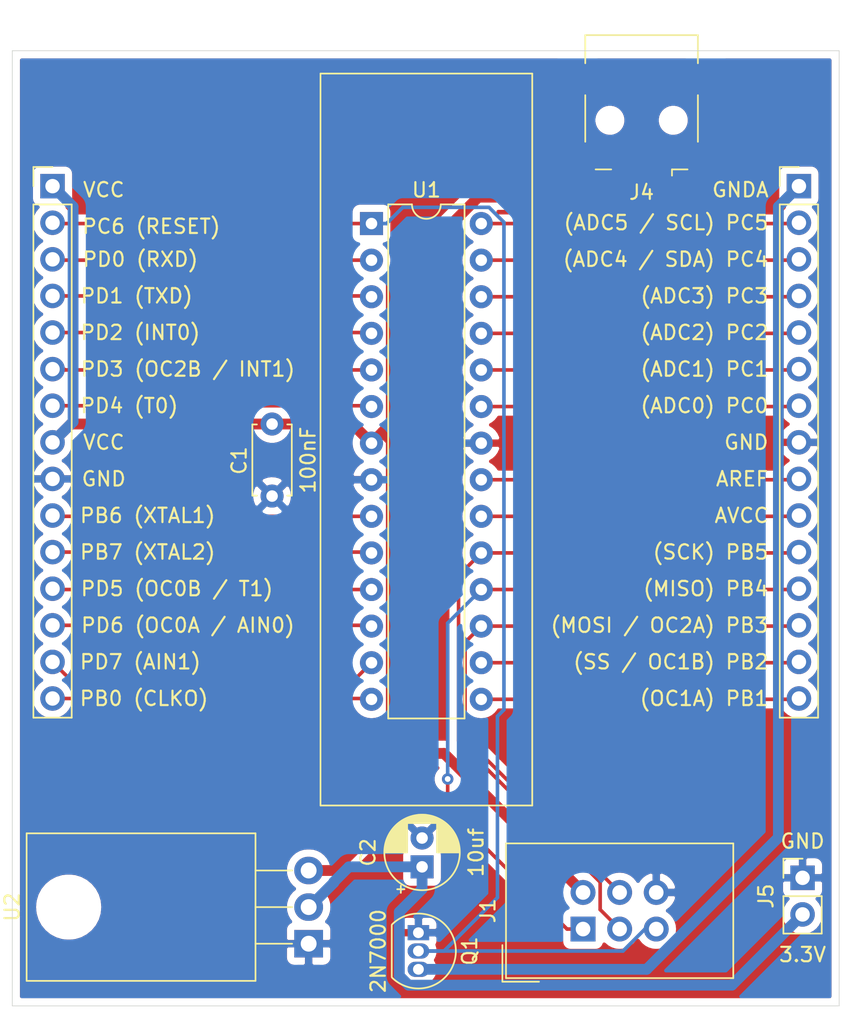
<source format=kicad_pcb>
(kicad_pcb (version 20171130) (host pcbnew "(5.1.4-0-10_14)")

  (general
    (thickness 1.6)
    (drawings 36)
    (tracks 122)
    (zones 0)
    (modules 10)
    (nets 31)
  )

  (page A4)
  (title_block
    (title "AVR Programmer")
    (date 2020-03-15)
    (rev v1)
  )

  (layers
    (0 F.Cu signal)
    (31 B.Cu signal)
    (32 B.Adhes user)
    (33 F.Adhes user)
    (34 B.Paste user)
    (35 F.Paste user)
    (36 B.SilkS user)
    (37 F.SilkS user)
    (38 B.Mask user)
    (39 F.Mask user)
    (40 Dwgs.User user)
    (41 Cmts.User user)
    (42 Eco1.User user)
    (43 Eco2.User user)
    (44 Edge.Cuts user)
    (45 Margin user)
    (46 B.CrtYd user)
    (47 F.CrtYd user)
    (48 B.Fab user)
    (49 F.Fab user)
  )

  (setup
    (last_trace_width 0.25)
    (user_trace_width 0.75)
    (trace_clearance 0.2)
    (zone_clearance 0.508)
    (zone_45_only no)
    (trace_min 0.2)
    (via_size 0.8)
    (via_drill 0.4)
    (via_min_size 0.4)
    (via_min_drill 0.3)
    (uvia_size 0.3)
    (uvia_drill 0.1)
    (uvias_allowed no)
    (uvia_min_size 0.2)
    (uvia_min_drill 0.1)
    (edge_width 0.05)
    (segment_width 0.2)
    (pcb_text_width 0.3)
    (pcb_text_size 1.5 1.5)
    (mod_edge_width 0.12)
    (mod_text_size 1 1)
    (mod_text_width 0.15)
    (pad_size 1.524 1.524)
    (pad_drill 0.762)
    (pad_to_mask_clearance 0.051)
    (solder_mask_min_width 0.25)
    (aux_axis_origin 0 0)
    (visible_elements FFFFFF7F)
    (pcbplotparams
      (layerselection 0x010fc_ffffffff)
      (usegerberextensions false)
      (usegerberattributes false)
      (usegerberadvancedattributes false)
      (creategerberjobfile false)
      (excludeedgelayer true)
      (linewidth 0.100000)
      (plotframeref false)
      (viasonmask false)
      (mode 1)
      (useauxorigin false)
      (hpglpennumber 1)
      (hpglpenspeed 20)
      (hpglpendiameter 15.000000)
      (psnegative false)
      (psa4output false)
      (plotreference true)
      (plotvalue true)
      (plotinvisibletext false)
      (padsonsilk false)
      (subtractmaskfromsilk false)
      (outputformat 1)
      (mirror false)
      (drillshape 0)
      (scaleselection 1)
      (outputdirectory "gerbers/"))
  )

  (net 0 "")
  (net 1 GND)
  (net 2 +5V)
  (net 3 "Net-(J1-Pad1)")
  (net 4 "Net-(J1-Pad3)")
  (net 5 "Net-(J1-Pad4)")
  (net 6 "Net-(J1-Pad5)")
  (net 7 "Net-(J2-Pad15)")
  (net 8 "Net-(J2-Pad14)")
  (net 9 "Net-(J2-Pad10)")
  (net 10 "Net-(J2-Pad9)")
  (net 11 "Net-(J2-Pad7)")
  (net 12 "Net-(J2-Pad6)")
  (net 13 "Net-(J2-Pad5)")
  (net 14 "Net-(J2-Pad4)")
  (net 15 "Net-(J2-Pad3)")
  (net 16 "Net-(J2-Pad2)")
  (net 17 GNDA)
  (net 18 "Net-(J3-Pad3)")
  (net 19 "Net-(J3-Pad4)")
  (net 20 "Net-(J3-Pad5)")
  (net 21 "Net-(J3-Pad6)")
  (net 22 "Net-(J3-Pad7)")
  (net 23 "Net-(J3-Pad10)")
  (net 24 "Net-(J3-Pad11)")
  (net 25 "Net-(J3-Pad12)")
  (net 26 "Net-(J3-Pad13)")
  (net 27 "Net-(J3-Pad14)")
  (net 28 "Net-(J3-Pad15)")
  (net 29 +3V3)
  (net 30 "Net-(J4-Pad6)")

  (net_class Default "This is the default net class."
    (clearance 0.2)
    (trace_width 0.25)
    (via_dia 0.8)
    (via_drill 0.4)
    (uvia_dia 0.3)
    (uvia_drill 0.1)
    (add_net +3V3)
    (add_net +5V)
    (add_net GND)
    (add_net GNDA)
    (add_net "Net-(J1-Pad1)")
    (add_net "Net-(J1-Pad3)")
    (add_net "Net-(J1-Pad4)")
    (add_net "Net-(J1-Pad5)")
    (add_net "Net-(J2-Pad10)")
    (add_net "Net-(J2-Pad14)")
    (add_net "Net-(J2-Pad15)")
    (add_net "Net-(J2-Pad2)")
    (add_net "Net-(J2-Pad3)")
    (add_net "Net-(J2-Pad4)")
    (add_net "Net-(J2-Pad5)")
    (add_net "Net-(J2-Pad6)")
    (add_net "Net-(J2-Pad7)")
    (add_net "Net-(J2-Pad9)")
    (add_net "Net-(J3-Pad10)")
    (add_net "Net-(J3-Pad11)")
    (add_net "Net-(J3-Pad12)")
    (add_net "Net-(J3-Pad13)")
    (add_net "Net-(J3-Pad14)")
    (add_net "Net-(J3-Pad15)")
    (add_net "Net-(J3-Pad3)")
    (add_net "Net-(J3-Pad4)")
    (add_net "Net-(J3-Pad5)")
    (add_net "Net-(J3-Pad6)")
    (add_net "Net-(J3-Pad7)")
    (add_net "Net-(J4-Pad6)")
  )

  (module Package_TO_SOT_THT:TO-220-3_Horizontal_TabDown (layer F.Cu) (tedit 5AC8BA0D) (tstamp 5E716ADF)
    (at 123.698 128.524 90)
    (descr "TO-220-3, Horizontal, RM 2.54mm, see https://www.vishay.com/docs/66542/to-220-1.pdf")
    (tags "TO-220-3 Horizontal RM 2.54mm")
    (path /5E71D845)
    (fp_text reference U2 (at 2.54 -20.58 90) (layer F.SilkS)
      (effects (font (size 1 1) (thickness 0.15)))
    )
    (fp_text value LD1117S33TR_SOT223 (at 9.144 -10.922 180) (layer F.Fab)
      (effects (font (size 1 1) (thickness 0.15)))
    )
    (fp_text user %R (at 2.54 -20.58 90) (layer F.Fab)
      (effects (font (size 1 1) (thickness 0.15)))
    )
    (fp_line (start 7.79 -19.71) (end -2.71 -19.71) (layer F.CrtYd) (width 0.05))
    (fp_line (start 7.79 1.25) (end 7.79 -19.71) (layer F.CrtYd) (width 0.05))
    (fp_line (start -2.71 1.25) (end 7.79 1.25) (layer F.CrtYd) (width 0.05))
    (fp_line (start -2.71 -19.71) (end -2.71 1.25) (layer F.CrtYd) (width 0.05))
    (fp_line (start 5.08 -3.69) (end 5.08 -1.15) (layer F.SilkS) (width 0.12))
    (fp_line (start 2.54 -3.69) (end 2.54 -1.15) (layer F.SilkS) (width 0.12))
    (fp_line (start 0 -3.69) (end 0 -1.15) (layer F.SilkS) (width 0.12))
    (fp_line (start 7.66 -19.58) (end 7.66 -3.69) (layer F.SilkS) (width 0.12))
    (fp_line (start -2.58 -19.58) (end -2.58 -3.69) (layer F.SilkS) (width 0.12))
    (fp_line (start -2.58 -19.58) (end 7.66 -19.58) (layer F.SilkS) (width 0.12))
    (fp_line (start -2.58 -3.69) (end 7.66 -3.69) (layer F.SilkS) (width 0.12))
    (fp_line (start 5.08 -3.81) (end 5.08 0) (layer F.Fab) (width 0.1))
    (fp_line (start 2.54 -3.81) (end 2.54 0) (layer F.Fab) (width 0.1))
    (fp_line (start 0 -3.81) (end 0 0) (layer F.Fab) (width 0.1))
    (fp_line (start 7.54 -3.81) (end -2.46 -3.81) (layer F.Fab) (width 0.1))
    (fp_line (start 7.54 -13.06) (end 7.54 -3.81) (layer F.Fab) (width 0.1))
    (fp_line (start -2.46 -13.06) (end 7.54 -13.06) (layer F.Fab) (width 0.1))
    (fp_line (start -2.46 -3.81) (end -2.46 -13.06) (layer F.Fab) (width 0.1))
    (fp_line (start 7.54 -13.06) (end -2.46 -13.06) (layer F.Fab) (width 0.1))
    (fp_line (start 7.54 -19.46) (end 7.54 -13.06) (layer F.Fab) (width 0.1))
    (fp_line (start -2.46 -19.46) (end 7.54 -19.46) (layer F.Fab) (width 0.1))
    (fp_line (start -2.46 -13.06) (end -2.46 -19.46) (layer F.Fab) (width 0.1))
    (fp_circle (center 2.54 -16.66) (end 4.39 -16.66) (layer F.Fab) (width 0.1))
    (pad 3 thru_hole oval (at 5.08 0 90) (size 1.905 2) (drill 1.1) (layers *.Cu *.Mask)
      (net 2 +5V))
    (pad 2 thru_hole oval (at 2.54 0 90) (size 1.905 2) (drill 1.1) (layers *.Cu *.Mask)
      (net 29 +3V3))
    (pad 1 thru_hole rect (at 0 0 90) (size 1.905 2) (drill 1.1) (layers *.Cu *.Mask)
      (net 1 GND))
    (pad "" np_thru_hole oval (at 2.54 -16.66 90) (size 3.5 3.5) (drill 3.5) (layers *.Cu *.Mask))
    (model ${KISYS3DMOD}/Package_TO_SOT_THT.3dshapes/TO-220-3_Horizontal_TabDown.wrl
      (at (xyz 0 0 0))
      (scale (xyz 1 1 1))
      (rotate (xyz 0 0 0))
    )
  )

  (module Connector_PinHeader_2.54mm:PinHeader_1x02_P2.54mm_Vertical (layer F.Cu) (tedit 59FED5CC) (tstamp 5E716F4D)
    (at 157.988 123.952)
    (descr "Through hole straight pin header, 1x02, 2.54mm pitch, single row")
    (tags "Through hole pin header THT 1x02 2.54mm single row")
    (path /5E751A90)
    (fp_text reference J5 (at -2.54 1.27 90) (layer F.SilkS)
      (effects (font (size 1 1) (thickness 0.15)))
    )
    (fp_text value Conn_01x02_Male (at 3.556 1.524 90) (layer F.Fab)
      (effects (font (size 1 1) (thickness 0.15)))
    )
    (fp_text user %R (at 0 1.27 90) (layer F.Fab)
      (effects (font (size 1 1) (thickness 0.15)))
    )
    (fp_line (start 1.8 -1.8) (end -1.8 -1.8) (layer F.CrtYd) (width 0.05))
    (fp_line (start 1.8 4.35) (end 1.8 -1.8) (layer F.CrtYd) (width 0.05))
    (fp_line (start -1.8 4.35) (end 1.8 4.35) (layer F.CrtYd) (width 0.05))
    (fp_line (start -1.8 -1.8) (end -1.8 4.35) (layer F.CrtYd) (width 0.05))
    (fp_line (start -1.33 -1.33) (end 0 -1.33) (layer F.SilkS) (width 0.12))
    (fp_line (start -1.33 0) (end -1.33 -1.33) (layer F.SilkS) (width 0.12))
    (fp_line (start -1.33 1.27) (end 1.33 1.27) (layer F.SilkS) (width 0.12))
    (fp_line (start 1.33 1.27) (end 1.33 3.87) (layer F.SilkS) (width 0.12))
    (fp_line (start -1.33 1.27) (end -1.33 3.87) (layer F.SilkS) (width 0.12))
    (fp_line (start -1.33 3.87) (end 1.33 3.87) (layer F.SilkS) (width 0.12))
    (fp_line (start -1.27 -0.635) (end -0.635 -1.27) (layer F.Fab) (width 0.1))
    (fp_line (start -1.27 3.81) (end -1.27 -0.635) (layer F.Fab) (width 0.1))
    (fp_line (start 1.27 3.81) (end -1.27 3.81) (layer F.Fab) (width 0.1))
    (fp_line (start 1.27 -1.27) (end 1.27 3.81) (layer F.Fab) (width 0.1))
    (fp_line (start -0.635 -1.27) (end 1.27 -1.27) (layer F.Fab) (width 0.1))
    (pad 2 thru_hole oval (at 0 2.54) (size 1.7 1.7) (drill 1) (layers *.Cu *.Mask)
      (net 29 +3V3))
    (pad 1 thru_hole rect (at 0 0) (size 1.7 1.7) (drill 1) (layers *.Cu *.Mask)
      (net 1 GND))
    (model ${KISYS3DMOD}/Connector_PinHeader_2.54mm.3dshapes/PinHeader_1x02_P2.54mm_Vertical.wrl
      (at (xyz 0 0 0))
      (scale (xyz 1 1 1))
      (rotate (xyz 0 0 0))
    )
  )

  (module Connector_USB:USB_Mini-B_Lumberg_2486_01_Horizontal (layer F.Cu) (tedit 5AC6B535) (tstamp 5E716733)
    (at 146.812 71.374 180)
    (descr "USB Mini-B 5-pin SMD connector, http://downloads.lumberg.com/datenblaetter/en/2486_01.pdf")
    (tags "USB USB_B USB_Mini connector")
    (path /5E7370FE)
    (attr smd)
    (fp_text reference J4 (at 0 -5) (layer F.SilkS)
      (effects (font (size 1 1) (thickness 0.15)))
    )
    (fp_text value USB_B_Mini (at 0 7.5) (layer F.Fab)
      (effects (font (size 1 1) (thickness 0.15)))
    )
    (fp_line (start -4.35 6.35) (end -4.35 4.2) (layer F.CrtYd) (width 0.05))
    (fp_line (start -4.35 4.2) (end -5.95 4.2) (layer F.CrtYd) (width 0.05))
    (fp_line (start -5.95 1.5) (end -5.95 4.2) (layer F.CrtYd) (width 0.05))
    (fp_line (start -4.35 1.5) (end -5.95 1.5) (layer F.CrtYd) (width 0.05))
    (fp_line (start -4.35 -1.25) (end -4.35 1.5) (layer F.CrtYd) (width 0.05))
    (fp_line (start -4.35 -1.25) (end -5.95 -1.25) (layer F.CrtYd) (width 0.05))
    (fp_line (start -5.95 -3.95) (end -5.95 -1.25) (layer F.CrtYd) (width 0.05))
    (fp_line (start -5.95 -3.95) (end -2.35 -3.95) (layer F.CrtYd) (width 0.05))
    (fp_line (start -2.35 -3.95) (end -2.35 -4.2) (layer F.CrtYd) (width 0.05))
    (fp_line (start 5.95 -3.95) (end 5.95 -1.25) (layer F.CrtYd) (width 0.05))
    (fp_line (start 4.35 -1.25) (end 5.95 -1.25) (layer F.CrtYd) (width 0.05))
    (fp_line (start 4.35 -1.25) (end 4.35 1.5) (layer F.CrtYd) (width 0.05))
    (fp_line (start -1.95 -3.35) (end -1.6 -2.85) (layer F.Fab) (width 0.1))
    (fp_line (start 5.95 1.5) (end 5.95 4.2) (layer F.CrtYd) (width 0.05))
    (fp_line (start 5.95 -3.95) (end 2.35 -3.95) (layer F.CrtYd) (width 0.05))
    (fp_line (start -4.35 6.35) (end 4.35 6.35) (layer F.CrtYd) (width 0.05))
    (fp_line (start -3.85 -3.35) (end 3.85 -3.35) (layer F.Fab) (width 0.1))
    (fp_line (start -3.85 -3.35) (end -3.85 5.85) (layer F.Fab) (width 0.1))
    (fp_line (start -3.85 5.85) (end 3.85 5.85) (layer F.Fab) (width 0.1))
    (fp_line (start 3.85 5.85) (end 3.85 -3.35) (layer F.Fab) (width 0.1))
    (fp_line (start -3.91 5.91) (end -3.91 3.96) (layer F.SilkS) (width 0.12))
    (fp_line (start -3.91 1.74) (end -3.91 -1.49) (layer F.SilkS) (width 0.12))
    (fp_line (start -3.19 -3.41) (end -2.11 -3.41) (layer F.SilkS) (width 0.12))
    (fp_line (start 2.11 -3.41) (end 3.19 -3.41) (layer F.SilkS) (width 0.12))
    (fp_line (start 3.91 1.74) (end 3.91 -1.49) (layer F.SilkS) (width 0.12))
    (fp_line (start 3.91 5.91) (end 3.91 3.96) (layer F.SilkS) (width 0.12))
    (fp_text user %R (at 0 1.6 180) (layer F.Fab)
      (effects (font (size 1 1) (thickness 0.15)))
    )
    (fp_line (start -2.11 -3.41) (end -2.11 -3.84) (layer F.SilkS) (width 0.12))
    (fp_line (start -1.6 -2.85) (end -1.25 -3.35) (layer F.Fab) (width 0.1))
    (fp_line (start 3.91 5.91) (end -3.91 5.91) (layer F.SilkS) (width 0.12))
    (fp_line (start 4.35 6.35) (end 4.35 4.2) (layer F.CrtYd) (width 0.05))
    (fp_line (start 4.35 4.2) (end 5.95 4.2) (layer F.CrtYd) (width 0.05))
    (fp_line (start 4.35 1.5) (end 5.95 1.5) (layer F.CrtYd) (width 0.05))
    (fp_line (start 2.35 -3.95) (end 2.35 -4.2) (layer F.CrtYd) (width 0.05))
    (fp_line (start 2.35 -4.2) (end -2.35 -4.2) (layer F.CrtYd) (width 0.05))
    (pad "" np_thru_hole circle (at 2.2 0 180) (size 1 1) (drill 1) (layers *.Cu *.Mask))
    (pad "" np_thru_hole circle (at -2.2 0 180) (size 1 1) (drill 1) (layers *.Cu *.Mask))
    (pad 6 smd rect (at 4.45 2.85 180) (size 2 1.7) (layers F.Cu F.Paste F.Mask)
      (net 30 "Net-(J4-Pad6)"))
    (pad 6 smd rect (at 4.45 -2.6 180) (size 2 1.7) (layers F.Cu F.Paste F.Mask)
      (net 30 "Net-(J4-Pad6)"))
    (pad 6 smd rect (at -4.45 2.85 180) (size 2 1.7) (layers F.Cu F.Paste F.Mask)
      (net 30 "Net-(J4-Pad6)"))
    (pad 6 smd rect (at -4.45 -2.6 180) (size 2 1.7) (layers F.Cu F.Paste F.Mask)
      (net 30 "Net-(J4-Pad6)"))
    (pad 5 smd rect (at 1.6 -2.7 180) (size 0.5 2) (layers F.Cu F.Paste F.Mask)
      (net 1 GND))
    (pad 4 smd rect (at 0.8 -2.7 180) (size 0.5 2) (layers F.Cu F.Paste F.Mask))
    (pad 3 smd rect (at 0 -2.7 180) (size 0.5 2) (layers F.Cu F.Paste F.Mask))
    (pad 2 smd rect (at -0.8 -2.7 180) (size 0.5 2) (layers F.Cu F.Paste F.Mask))
    (pad 1 smd rect (at -1.6 -2.7 180) (size 0.5 2) (layers F.Cu F.Paste F.Mask)
      (net 2 +5V))
    (model ${KISYS3DMOD}/Connector_USB.3dshapes/USB_Mini-B_Lumberg_2486_01_Horizontal.wrl
      (at (xyz 0 0 0))
      (scale (xyz 1 1 1))
      (rotate (xyz 0 0 0))
    )
  )

  (module Capacitor_THT:CP_Radial_D5.0mm_P2.00mm (layer F.Cu) (tedit 5AE50EF0) (tstamp 5E7162FC)
    (at 131.572 123.19 90)
    (descr "CP, Radial series, Radial, pin pitch=2.00mm, , diameter=5mm, Electrolytic Capacitor")
    (tags "CP Radial series Radial pin pitch 2.00mm  diameter 5mm Electrolytic Capacitor")
    (path /5E72D09E)
    (fp_text reference C2 (at 1 -3.75 90) (layer F.SilkS)
      (effects (font (size 1 1) (thickness 0.15)))
    )
    (fp_text value 10uf (at 1 3.75 90) (layer F.SilkS)
      (effects (font (size 1 1) (thickness 0.15)))
    )
    (fp_text user %R (at 1 0 90) (layer F.Fab)
      (effects (font (size 1 1) (thickness 0.15)))
    )
    (fp_line (start -1.554775 -1.725) (end -1.554775 -1.225) (layer F.SilkS) (width 0.12))
    (fp_line (start -1.804775 -1.475) (end -1.304775 -1.475) (layer F.SilkS) (width 0.12))
    (fp_line (start 3.601 -0.284) (end 3.601 0.284) (layer F.SilkS) (width 0.12))
    (fp_line (start 3.561 -0.518) (end 3.561 0.518) (layer F.SilkS) (width 0.12))
    (fp_line (start 3.521 -0.677) (end 3.521 0.677) (layer F.SilkS) (width 0.12))
    (fp_line (start 3.481 -0.805) (end 3.481 0.805) (layer F.SilkS) (width 0.12))
    (fp_line (start 3.441 -0.915) (end 3.441 0.915) (layer F.SilkS) (width 0.12))
    (fp_line (start 3.401 -1.011) (end 3.401 1.011) (layer F.SilkS) (width 0.12))
    (fp_line (start 3.361 -1.098) (end 3.361 1.098) (layer F.SilkS) (width 0.12))
    (fp_line (start 3.321 -1.178) (end 3.321 1.178) (layer F.SilkS) (width 0.12))
    (fp_line (start 3.281 -1.251) (end 3.281 1.251) (layer F.SilkS) (width 0.12))
    (fp_line (start 3.241 -1.319) (end 3.241 1.319) (layer F.SilkS) (width 0.12))
    (fp_line (start 3.201 -1.383) (end 3.201 1.383) (layer F.SilkS) (width 0.12))
    (fp_line (start 3.161 -1.443) (end 3.161 1.443) (layer F.SilkS) (width 0.12))
    (fp_line (start 3.121 -1.5) (end 3.121 1.5) (layer F.SilkS) (width 0.12))
    (fp_line (start 3.081 -1.554) (end 3.081 1.554) (layer F.SilkS) (width 0.12))
    (fp_line (start 3.041 -1.605) (end 3.041 1.605) (layer F.SilkS) (width 0.12))
    (fp_line (start 3.001 1.04) (end 3.001 1.653) (layer F.SilkS) (width 0.12))
    (fp_line (start 3.001 -1.653) (end 3.001 -1.04) (layer F.SilkS) (width 0.12))
    (fp_line (start 2.961 1.04) (end 2.961 1.699) (layer F.SilkS) (width 0.12))
    (fp_line (start 2.961 -1.699) (end 2.961 -1.04) (layer F.SilkS) (width 0.12))
    (fp_line (start 2.921 1.04) (end 2.921 1.743) (layer F.SilkS) (width 0.12))
    (fp_line (start 2.921 -1.743) (end 2.921 -1.04) (layer F.SilkS) (width 0.12))
    (fp_line (start 2.881 1.04) (end 2.881 1.785) (layer F.SilkS) (width 0.12))
    (fp_line (start 2.881 -1.785) (end 2.881 -1.04) (layer F.SilkS) (width 0.12))
    (fp_line (start 2.841 1.04) (end 2.841 1.826) (layer F.SilkS) (width 0.12))
    (fp_line (start 2.841 -1.826) (end 2.841 -1.04) (layer F.SilkS) (width 0.12))
    (fp_line (start 2.801 1.04) (end 2.801 1.864) (layer F.SilkS) (width 0.12))
    (fp_line (start 2.801 -1.864) (end 2.801 -1.04) (layer F.SilkS) (width 0.12))
    (fp_line (start 2.761 1.04) (end 2.761 1.901) (layer F.SilkS) (width 0.12))
    (fp_line (start 2.761 -1.901) (end 2.761 -1.04) (layer F.SilkS) (width 0.12))
    (fp_line (start 2.721 1.04) (end 2.721 1.937) (layer F.SilkS) (width 0.12))
    (fp_line (start 2.721 -1.937) (end 2.721 -1.04) (layer F.SilkS) (width 0.12))
    (fp_line (start 2.681 1.04) (end 2.681 1.971) (layer F.SilkS) (width 0.12))
    (fp_line (start 2.681 -1.971) (end 2.681 -1.04) (layer F.SilkS) (width 0.12))
    (fp_line (start 2.641 1.04) (end 2.641 2.004) (layer F.SilkS) (width 0.12))
    (fp_line (start 2.641 -2.004) (end 2.641 -1.04) (layer F.SilkS) (width 0.12))
    (fp_line (start 2.601 1.04) (end 2.601 2.035) (layer F.SilkS) (width 0.12))
    (fp_line (start 2.601 -2.035) (end 2.601 -1.04) (layer F.SilkS) (width 0.12))
    (fp_line (start 2.561 1.04) (end 2.561 2.065) (layer F.SilkS) (width 0.12))
    (fp_line (start 2.561 -2.065) (end 2.561 -1.04) (layer F.SilkS) (width 0.12))
    (fp_line (start 2.521 1.04) (end 2.521 2.095) (layer F.SilkS) (width 0.12))
    (fp_line (start 2.521 -2.095) (end 2.521 -1.04) (layer F.SilkS) (width 0.12))
    (fp_line (start 2.481 1.04) (end 2.481 2.122) (layer F.SilkS) (width 0.12))
    (fp_line (start 2.481 -2.122) (end 2.481 -1.04) (layer F.SilkS) (width 0.12))
    (fp_line (start 2.441 1.04) (end 2.441 2.149) (layer F.SilkS) (width 0.12))
    (fp_line (start 2.441 -2.149) (end 2.441 -1.04) (layer F.SilkS) (width 0.12))
    (fp_line (start 2.401 1.04) (end 2.401 2.175) (layer F.SilkS) (width 0.12))
    (fp_line (start 2.401 -2.175) (end 2.401 -1.04) (layer F.SilkS) (width 0.12))
    (fp_line (start 2.361 1.04) (end 2.361 2.2) (layer F.SilkS) (width 0.12))
    (fp_line (start 2.361 -2.2) (end 2.361 -1.04) (layer F.SilkS) (width 0.12))
    (fp_line (start 2.321 1.04) (end 2.321 2.224) (layer F.SilkS) (width 0.12))
    (fp_line (start 2.321 -2.224) (end 2.321 -1.04) (layer F.SilkS) (width 0.12))
    (fp_line (start 2.281 1.04) (end 2.281 2.247) (layer F.SilkS) (width 0.12))
    (fp_line (start 2.281 -2.247) (end 2.281 -1.04) (layer F.SilkS) (width 0.12))
    (fp_line (start 2.241 1.04) (end 2.241 2.268) (layer F.SilkS) (width 0.12))
    (fp_line (start 2.241 -2.268) (end 2.241 -1.04) (layer F.SilkS) (width 0.12))
    (fp_line (start 2.201 1.04) (end 2.201 2.29) (layer F.SilkS) (width 0.12))
    (fp_line (start 2.201 -2.29) (end 2.201 -1.04) (layer F.SilkS) (width 0.12))
    (fp_line (start 2.161 1.04) (end 2.161 2.31) (layer F.SilkS) (width 0.12))
    (fp_line (start 2.161 -2.31) (end 2.161 -1.04) (layer F.SilkS) (width 0.12))
    (fp_line (start 2.121 1.04) (end 2.121 2.329) (layer F.SilkS) (width 0.12))
    (fp_line (start 2.121 -2.329) (end 2.121 -1.04) (layer F.SilkS) (width 0.12))
    (fp_line (start 2.081 1.04) (end 2.081 2.348) (layer F.SilkS) (width 0.12))
    (fp_line (start 2.081 -2.348) (end 2.081 -1.04) (layer F.SilkS) (width 0.12))
    (fp_line (start 2.041 1.04) (end 2.041 2.365) (layer F.SilkS) (width 0.12))
    (fp_line (start 2.041 -2.365) (end 2.041 -1.04) (layer F.SilkS) (width 0.12))
    (fp_line (start 2.001 1.04) (end 2.001 2.382) (layer F.SilkS) (width 0.12))
    (fp_line (start 2.001 -2.382) (end 2.001 -1.04) (layer F.SilkS) (width 0.12))
    (fp_line (start 1.961 1.04) (end 1.961 2.398) (layer F.SilkS) (width 0.12))
    (fp_line (start 1.961 -2.398) (end 1.961 -1.04) (layer F.SilkS) (width 0.12))
    (fp_line (start 1.921 1.04) (end 1.921 2.414) (layer F.SilkS) (width 0.12))
    (fp_line (start 1.921 -2.414) (end 1.921 -1.04) (layer F.SilkS) (width 0.12))
    (fp_line (start 1.881 1.04) (end 1.881 2.428) (layer F.SilkS) (width 0.12))
    (fp_line (start 1.881 -2.428) (end 1.881 -1.04) (layer F.SilkS) (width 0.12))
    (fp_line (start 1.841 1.04) (end 1.841 2.442) (layer F.SilkS) (width 0.12))
    (fp_line (start 1.841 -2.442) (end 1.841 -1.04) (layer F.SilkS) (width 0.12))
    (fp_line (start 1.801 1.04) (end 1.801 2.455) (layer F.SilkS) (width 0.12))
    (fp_line (start 1.801 -2.455) (end 1.801 -1.04) (layer F.SilkS) (width 0.12))
    (fp_line (start 1.761 1.04) (end 1.761 2.468) (layer F.SilkS) (width 0.12))
    (fp_line (start 1.761 -2.468) (end 1.761 -1.04) (layer F.SilkS) (width 0.12))
    (fp_line (start 1.721 1.04) (end 1.721 2.48) (layer F.SilkS) (width 0.12))
    (fp_line (start 1.721 -2.48) (end 1.721 -1.04) (layer F.SilkS) (width 0.12))
    (fp_line (start 1.68 1.04) (end 1.68 2.491) (layer F.SilkS) (width 0.12))
    (fp_line (start 1.68 -2.491) (end 1.68 -1.04) (layer F.SilkS) (width 0.12))
    (fp_line (start 1.64 1.04) (end 1.64 2.501) (layer F.SilkS) (width 0.12))
    (fp_line (start 1.64 -2.501) (end 1.64 -1.04) (layer F.SilkS) (width 0.12))
    (fp_line (start 1.6 1.04) (end 1.6 2.511) (layer F.SilkS) (width 0.12))
    (fp_line (start 1.6 -2.511) (end 1.6 -1.04) (layer F.SilkS) (width 0.12))
    (fp_line (start 1.56 1.04) (end 1.56 2.52) (layer F.SilkS) (width 0.12))
    (fp_line (start 1.56 -2.52) (end 1.56 -1.04) (layer F.SilkS) (width 0.12))
    (fp_line (start 1.52 1.04) (end 1.52 2.528) (layer F.SilkS) (width 0.12))
    (fp_line (start 1.52 -2.528) (end 1.52 -1.04) (layer F.SilkS) (width 0.12))
    (fp_line (start 1.48 1.04) (end 1.48 2.536) (layer F.SilkS) (width 0.12))
    (fp_line (start 1.48 -2.536) (end 1.48 -1.04) (layer F.SilkS) (width 0.12))
    (fp_line (start 1.44 1.04) (end 1.44 2.543) (layer F.SilkS) (width 0.12))
    (fp_line (start 1.44 -2.543) (end 1.44 -1.04) (layer F.SilkS) (width 0.12))
    (fp_line (start 1.4 1.04) (end 1.4 2.55) (layer F.SilkS) (width 0.12))
    (fp_line (start 1.4 -2.55) (end 1.4 -1.04) (layer F.SilkS) (width 0.12))
    (fp_line (start 1.36 1.04) (end 1.36 2.556) (layer F.SilkS) (width 0.12))
    (fp_line (start 1.36 -2.556) (end 1.36 -1.04) (layer F.SilkS) (width 0.12))
    (fp_line (start 1.32 1.04) (end 1.32 2.561) (layer F.SilkS) (width 0.12))
    (fp_line (start 1.32 -2.561) (end 1.32 -1.04) (layer F.SilkS) (width 0.12))
    (fp_line (start 1.28 1.04) (end 1.28 2.565) (layer F.SilkS) (width 0.12))
    (fp_line (start 1.28 -2.565) (end 1.28 -1.04) (layer F.SilkS) (width 0.12))
    (fp_line (start 1.24 1.04) (end 1.24 2.569) (layer F.SilkS) (width 0.12))
    (fp_line (start 1.24 -2.569) (end 1.24 -1.04) (layer F.SilkS) (width 0.12))
    (fp_line (start 1.2 1.04) (end 1.2 2.573) (layer F.SilkS) (width 0.12))
    (fp_line (start 1.2 -2.573) (end 1.2 -1.04) (layer F.SilkS) (width 0.12))
    (fp_line (start 1.16 1.04) (end 1.16 2.576) (layer F.SilkS) (width 0.12))
    (fp_line (start 1.16 -2.576) (end 1.16 -1.04) (layer F.SilkS) (width 0.12))
    (fp_line (start 1.12 1.04) (end 1.12 2.578) (layer F.SilkS) (width 0.12))
    (fp_line (start 1.12 -2.578) (end 1.12 -1.04) (layer F.SilkS) (width 0.12))
    (fp_line (start 1.08 1.04) (end 1.08 2.579) (layer F.SilkS) (width 0.12))
    (fp_line (start 1.08 -2.579) (end 1.08 -1.04) (layer F.SilkS) (width 0.12))
    (fp_line (start 1.04 -2.58) (end 1.04 -1.04) (layer F.SilkS) (width 0.12))
    (fp_line (start 1.04 1.04) (end 1.04 2.58) (layer F.SilkS) (width 0.12))
    (fp_line (start 1 -2.58) (end 1 -1.04) (layer F.SilkS) (width 0.12))
    (fp_line (start 1 1.04) (end 1 2.58) (layer F.SilkS) (width 0.12))
    (fp_line (start -0.883605 -1.3375) (end -0.883605 -0.8375) (layer F.Fab) (width 0.1))
    (fp_line (start -1.133605 -1.0875) (end -0.633605 -1.0875) (layer F.Fab) (width 0.1))
    (fp_circle (center 1 0) (end 3.75 0) (layer F.CrtYd) (width 0.05))
    (fp_circle (center 1 0) (end 3.62 0) (layer F.SilkS) (width 0.12))
    (fp_circle (center 1 0) (end 3.5 0) (layer F.Fab) (width 0.1))
    (pad 2 thru_hole circle (at 2 0 90) (size 1.6 1.6) (drill 0.8) (layers *.Cu *.Mask)
      (net 1 GND))
    (pad 1 thru_hole rect (at 0 0 90) (size 1.6 1.6) (drill 0.8) (layers *.Cu *.Mask)
      (net 29 +3V3))
    (model ${KISYS3DMOD}/Capacitor_THT.3dshapes/CP_Radial_D5.0mm_P2.00mm.wrl
      (at (xyz 0 0 0))
      (scale (xyz 1 1 1))
      (rotate (xyz 0 0 0))
    )
  )

  (module Capacitor_THT:C_Disc_D4.7mm_W2.5mm_P5.00mm (layer F.Cu) (tedit 5AE50EF0) (tstamp 5E6F2747)
    (at 121.158 97.456 90)
    (descr "C, Disc series, Radial, pin pitch=5.00mm, , diameter*width=4.7*2.5mm^2, Capacitor, http://www.vishay.com/docs/45233/krseries.pdf")
    (tags "C Disc series Radial pin pitch 5.00mm  diameter 4.7mm width 2.5mm Capacitor")
    (path /5E6DE52F)
    (fp_text reference C1 (at 2.46 -2.286 90) (layer F.SilkS)
      (effects (font (size 1 1) (thickness 0.15)))
    )
    (fp_text value 100nF (at 2.5 2.5 90) (layer F.SilkS)
      (effects (font (size 1 1) (thickness 0.15)))
    )
    (fp_line (start 0.15 -1.25) (end 0.15 1.25) (layer F.Fab) (width 0.1))
    (fp_line (start 0.15 1.25) (end 4.85 1.25) (layer F.Fab) (width 0.1))
    (fp_line (start 4.85 1.25) (end 4.85 -1.25) (layer F.Fab) (width 0.1))
    (fp_line (start 4.85 -1.25) (end 0.15 -1.25) (layer F.Fab) (width 0.1))
    (fp_line (start 0.03 -1.37) (end 4.97 -1.37) (layer F.SilkS) (width 0.12))
    (fp_line (start 0.03 1.37) (end 4.97 1.37) (layer F.SilkS) (width 0.12))
    (fp_line (start 0.03 -1.37) (end 0.03 -1.055) (layer F.SilkS) (width 0.12))
    (fp_line (start 0.03 1.055) (end 0.03 1.37) (layer F.SilkS) (width 0.12))
    (fp_line (start 4.97 -1.37) (end 4.97 -1.055) (layer F.SilkS) (width 0.12))
    (fp_line (start 4.97 1.055) (end 4.97 1.37) (layer F.SilkS) (width 0.12))
    (fp_line (start -1.05 -1.5) (end -1.05 1.5) (layer F.CrtYd) (width 0.05))
    (fp_line (start -1.05 1.5) (end 6.05 1.5) (layer F.CrtYd) (width 0.05))
    (fp_line (start 6.05 1.5) (end 6.05 -1.5) (layer F.CrtYd) (width 0.05))
    (fp_line (start 6.05 -1.5) (end -1.05 -1.5) (layer F.CrtYd) (width 0.05))
    (fp_text user %R (at 2.5 0 90) (layer F.Fab)
      (effects (font (size 0.94 0.94) (thickness 0.141)))
    )
    (pad 1 thru_hole circle (at 0 0 90) (size 1.6 1.6) (drill 0.8) (layers *.Cu *.Mask)
      (net 1 GND))
    (pad 2 thru_hole circle (at 5 0 90) (size 1.6 1.6) (drill 0.8) (layers *.Cu *.Mask)
      (net 2 +5V))
    (model ${KISYS3DMOD}/Capacitor_THT.3dshapes/C_Disc_D4.7mm_W2.5mm_P5.00mm.wrl
      (at (xyz 0 0 0))
      (scale (xyz 1 1 1))
      (rotate (xyz 0 0 0))
    )
  )

  (module Connector_IDC:IDC-Header_2x03_P2.54mm_Vertical (layer F.Cu) (tedit 59DE0819) (tstamp 5E716BAA)
    (at 142.748 127.508 90)
    (descr "Through hole straight IDC box header, 2x03, 2.54mm pitch, double rows")
    (tags "Through hole IDC box header THT 2x03 2.54mm double row")
    (path /5E6DCF3B)
    (fp_text reference J1 (at 1.27 -6.604 90) (layer F.SilkS)
      (effects (font (size 1 1) (thickness 0.15)))
    )
    (fp_text value AVR-ISP-6 (at 6.858 2.286 180) (layer F.Fab)
      (effects (font (size 1 1) (thickness 0.15)))
    )
    (fp_text user %R (at 1.27 2.54 90) (layer F.Fab)
      (effects (font (size 1 1) (thickness 0.15)))
    )
    (fp_line (start 5.695 -5.1) (end 5.695 10.18) (layer F.Fab) (width 0.1))
    (fp_line (start 5.145 -4.56) (end 5.145 9.62) (layer F.Fab) (width 0.1))
    (fp_line (start -3.155 -5.1) (end -3.155 10.18) (layer F.Fab) (width 0.1))
    (fp_line (start -2.605 -4.56) (end -2.605 0.29) (layer F.Fab) (width 0.1))
    (fp_line (start -2.605 4.79) (end -2.605 9.62) (layer F.Fab) (width 0.1))
    (fp_line (start -2.605 0.29) (end -3.155 0.29) (layer F.Fab) (width 0.1))
    (fp_line (start -2.605 4.79) (end -3.155 4.79) (layer F.Fab) (width 0.1))
    (fp_line (start 5.695 -5.1) (end -3.155 -5.1) (layer F.Fab) (width 0.1))
    (fp_line (start 5.145 -4.56) (end -2.605 -4.56) (layer F.Fab) (width 0.1))
    (fp_line (start 5.695 10.18) (end -3.155 10.18) (layer F.Fab) (width 0.1))
    (fp_line (start 5.145 9.62) (end -2.605 9.62) (layer F.Fab) (width 0.1))
    (fp_line (start 5.695 -5.1) (end 5.145 -4.56) (layer F.Fab) (width 0.1))
    (fp_line (start 5.695 10.18) (end 5.145 9.62) (layer F.Fab) (width 0.1))
    (fp_line (start -3.155 -5.1) (end -2.605 -4.56) (layer F.Fab) (width 0.1))
    (fp_line (start -3.155 10.18) (end -2.605 9.62) (layer F.Fab) (width 0.1))
    (fp_line (start 5.95 -5.35) (end 5.95 10.43) (layer F.CrtYd) (width 0.05))
    (fp_line (start 5.95 10.43) (end -3.41 10.43) (layer F.CrtYd) (width 0.05))
    (fp_line (start -3.41 10.43) (end -3.41 -5.35) (layer F.CrtYd) (width 0.05))
    (fp_line (start -3.41 -5.35) (end 5.95 -5.35) (layer F.CrtYd) (width 0.05))
    (fp_line (start 5.945 -5.35) (end 5.945 10.43) (layer F.SilkS) (width 0.12))
    (fp_line (start 5.945 10.43) (end -3.405 10.43) (layer F.SilkS) (width 0.12))
    (fp_line (start -3.405 10.43) (end -3.405 -5.35) (layer F.SilkS) (width 0.12))
    (fp_line (start -3.405 -5.35) (end 5.945 -5.35) (layer F.SilkS) (width 0.12))
    (fp_line (start -3.655 -5.6) (end -3.655 -3.06) (layer F.SilkS) (width 0.12))
    (fp_line (start -3.655 -5.6) (end -1.115 -5.6) (layer F.SilkS) (width 0.12))
    (pad 1 thru_hole rect (at 0 0 90) (size 1.7272 1.7272) (drill 1.016) (layers *.Cu *.Mask)
      (net 3 "Net-(J1-Pad1)"))
    (pad 2 thru_hole oval (at 2.54 0 90) (size 1.7272 1.7272) (drill 1.016) (layers *.Cu *.Mask)
      (net 2 +5V))
    (pad 3 thru_hole oval (at 0 2.54 90) (size 1.7272 1.7272) (drill 1.016) (layers *.Cu *.Mask)
      (net 4 "Net-(J1-Pad3)"))
    (pad 4 thru_hole oval (at 2.54 2.54 90) (size 1.7272 1.7272) (drill 1.016) (layers *.Cu *.Mask)
      (net 5 "Net-(J1-Pad4)"))
    (pad 5 thru_hole oval (at 0 5.08 90) (size 1.7272 1.7272) (drill 1.016) (layers *.Cu *.Mask)
      (net 6 "Net-(J1-Pad5)"))
    (pad 6 thru_hole oval (at 2.54 5.08 90) (size 1.7272 1.7272) (drill 1.016) (layers *.Cu *.Mask)
      (net 1 GND))
    (model ${KISYS3DMOD}/Connector_IDC.3dshapes/IDC-Header_2x03_P2.54mm_Vertical.wrl
      (at (xyz 0 0 0))
      (scale (xyz 1 1 1))
      (rotate (xyz 0 0 0))
    )
  )

  (module Connector_PinHeader_2.54mm:PinHeader_1x15_P2.54mm_Vertical (layer F.Cu) (tedit 59FED5CC) (tstamp 5E6F28B5)
    (at 157.734 75.946)
    (descr "Through hole straight pin header, 1x15, 2.54mm pitch, single row")
    (tags "Through hole pin header THT 1x15 2.54mm single row")
    (path /5E707E81)
    (fp_text reference J2 (at 0 -2.33) (layer F.SilkS) hide
      (effects (font (size 1 1) (thickness 0.15)))
    )
    (fp_text value Conn_01x15_Male (at -4.572 38.862 180) (layer F.Fab) hide
      (effects (font (size 1 1) (thickness 0.15)))
    )
    (fp_text user %R (at 0 17.78 90) (layer F.Fab)
      (effects (font (size 1 1) (thickness 0.15)))
    )
    (fp_line (start 1.8 -1.8) (end -1.8 -1.8) (layer F.CrtYd) (width 0.05))
    (fp_line (start 1.8 37.35) (end 1.8 -1.8) (layer F.CrtYd) (width 0.05))
    (fp_line (start -1.8 37.35) (end 1.8 37.35) (layer F.CrtYd) (width 0.05))
    (fp_line (start -1.8 -1.8) (end -1.8 37.35) (layer F.CrtYd) (width 0.05))
    (fp_line (start -1.33 -1.33) (end 0 -1.33) (layer F.SilkS) (width 0.12))
    (fp_line (start -1.33 0) (end -1.33 -1.33) (layer F.SilkS) (width 0.12))
    (fp_line (start -1.33 1.27) (end 1.33 1.27) (layer F.SilkS) (width 0.12))
    (fp_line (start 1.33 1.27) (end 1.33 36.89) (layer F.SilkS) (width 0.12))
    (fp_line (start -1.33 1.27) (end -1.33 36.89) (layer F.SilkS) (width 0.12))
    (fp_line (start -1.33 36.89) (end 1.33 36.89) (layer F.SilkS) (width 0.12))
    (fp_line (start -1.27 -0.635) (end -0.635 -1.27) (layer F.Fab) (width 0.1))
    (fp_line (start -1.27 36.83) (end -1.27 -0.635) (layer F.Fab) (width 0.1))
    (fp_line (start 1.27 36.83) (end -1.27 36.83) (layer F.Fab) (width 0.1))
    (fp_line (start 1.27 -1.27) (end 1.27 36.83) (layer F.Fab) (width 0.1))
    (fp_line (start -0.635 -1.27) (end 1.27 -1.27) (layer F.Fab) (width 0.1))
    (pad 15 thru_hole oval (at 0 35.56) (size 1.7 1.7) (drill 1) (layers *.Cu *.Mask)
      (net 7 "Net-(J2-Pad15)"))
    (pad 14 thru_hole oval (at 0 33.02) (size 1.7 1.7) (drill 1) (layers *.Cu *.Mask)
      (net 8 "Net-(J2-Pad14)"))
    (pad 13 thru_hole oval (at 0 30.48) (size 1.7 1.7) (drill 1) (layers *.Cu *.Mask)
      (net 5 "Net-(J1-Pad4)"))
    (pad 12 thru_hole oval (at 0 27.94) (size 1.7 1.7) (drill 1) (layers *.Cu *.Mask)
      (net 3 "Net-(J1-Pad1)"))
    (pad 11 thru_hole oval (at 0 25.4) (size 1.7 1.7) (drill 1) (layers *.Cu *.Mask)
      (net 4 "Net-(J1-Pad3)"))
    (pad 10 thru_hole oval (at 0 22.86) (size 1.7 1.7) (drill 1) (layers *.Cu *.Mask)
      (net 9 "Net-(J2-Pad10)"))
    (pad 9 thru_hole oval (at 0 20.32) (size 1.7 1.7) (drill 1) (layers *.Cu *.Mask)
      (net 10 "Net-(J2-Pad9)"))
    (pad 8 thru_hole oval (at 0 17.78) (size 1.7 1.7) (drill 1) (layers *.Cu *.Mask)
      (net 1 GND))
    (pad 7 thru_hole oval (at 0 15.24) (size 1.7 1.7) (drill 1) (layers *.Cu *.Mask)
      (net 11 "Net-(J2-Pad7)"))
    (pad 6 thru_hole oval (at 0 12.7) (size 1.7 1.7) (drill 1) (layers *.Cu *.Mask)
      (net 12 "Net-(J2-Pad6)"))
    (pad 5 thru_hole oval (at 0 10.16) (size 1.7 1.7) (drill 1) (layers *.Cu *.Mask)
      (net 13 "Net-(J2-Pad5)"))
    (pad 4 thru_hole oval (at 0 7.62) (size 1.7 1.7) (drill 1) (layers *.Cu *.Mask)
      (net 14 "Net-(J2-Pad4)"))
    (pad 3 thru_hole oval (at 0 5.08) (size 1.7 1.7) (drill 1) (layers *.Cu *.Mask)
      (net 15 "Net-(J2-Pad3)"))
    (pad 2 thru_hole oval (at 0 2.54) (size 1.7 1.7) (drill 1) (layers *.Cu *.Mask)
      (net 16 "Net-(J2-Pad2)"))
    (pad 1 thru_hole rect (at 0 0) (size 1.7 1.7) (drill 1) (layers *.Cu *.Mask)
      (net 17 GNDA))
    (model ${KISYS3DMOD}/Connector_PinHeader_2.54mm.3dshapes/PinHeader_1x15_P2.54mm_Vertical.wrl
      (at (xyz 0 0 0))
      (scale (xyz 1 1 1))
      (rotate (xyz 0 0 0))
    )
  )

  (module Connector_PinHeader_2.54mm:PinHeader_1x15_P2.54mm_Vertical (layer F.Cu) (tedit 59FED5CC) (tstamp 5E6F29C6)
    (at 105.918 75.946)
    (descr "Through hole straight pin header, 1x15, 2.54mm pitch, single row")
    (tags "Through hole pin header THT 1x15 2.54mm single row")
    (path /5E706A30)
    (fp_text reference J3 (at 0 -2.33) (layer F.SilkS) hide
      (effects (font (size 1 1) (thickness 0.15)))
    )
    (fp_text value Conn_01x15_Male (at 4.826 38.608 180) (layer F.Fab) hide
      (effects (font (size 1 1) (thickness 0.15)))
    )
    (fp_line (start -0.635 -1.27) (end 1.27 -1.27) (layer F.Fab) (width 0.1))
    (fp_line (start 1.27 -1.27) (end 1.27 36.83) (layer F.Fab) (width 0.1))
    (fp_line (start 1.27 36.83) (end -1.27 36.83) (layer F.Fab) (width 0.1))
    (fp_line (start -1.27 36.83) (end -1.27 -0.635) (layer F.Fab) (width 0.1))
    (fp_line (start -1.27 -0.635) (end -0.635 -1.27) (layer F.Fab) (width 0.1))
    (fp_line (start -1.33 36.89) (end 1.33 36.89) (layer F.SilkS) (width 0.12))
    (fp_line (start -1.33 1.27) (end -1.33 36.89) (layer F.SilkS) (width 0.12))
    (fp_line (start 1.33 1.27) (end 1.33 36.89) (layer F.SilkS) (width 0.12))
    (fp_line (start -1.33 1.27) (end 1.33 1.27) (layer F.SilkS) (width 0.12))
    (fp_line (start -1.33 0) (end -1.33 -1.33) (layer F.SilkS) (width 0.12))
    (fp_line (start -1.33 -1.33) (end 0 -1.33) (layer F.SilkS) (width 0.12))
    (fp_line (start -1.8 -1.8) (end -1.8 37.35) (layer F.CrtYd) (width 0.05))
    (fp_line (start -1.8 37.35) (end 1.8 37.35) (layer F.CrtYd) (width 0.05))
    (fp_line (start 1.8 37.35) (end 1.8 -1.8) (layer F.CrtYd) (width 0.05))
    (fp_line (start 1.8 -1.8) (end -1.8 -1.8) (layer F.CrtYd) (width 0.05))
    (fp_text user %R (at 0 17.78 90) (layer F.Fab)
      (effects (font (size 1 1) (thickness 0.15)))
    )
    (pad 1 thru_hole rect (at 0 0) (size 1.7 1.7) (drill 1) (layers *.Cu *.Mask)
      (net 2 +5V))
    (pad 2 thru_hole oval (at 0 2.54) (size 1.7 1.7) (drill 1) (layers *.Cu *.Mask)
      (net 6 "Net-(J1-Pad5)"))
    (pad 3 thru_hole oval (at 0 5.08) (size 1.7 1.7) (drill 1) (layers *.Cu *.Mask)
      (net 18 "Net-(J3-Pad3)"))
    (pad 4 thru_hole oval (at 0 7.62) (size 1.7 1.7) (drill 1) (layers *.Cu *.Mask)
      (net 19 "Net-(J3-Pad4)"))
    (pad 5 thru_hole oval (at 0 10.16) (size 1.7 1.7) (drill 1) (layers *.Cu *.Mask)
      (net 20 "Net-(J3-Pad5)"))
    (pad 6 thru_hole oval (at 0 12.7) (size 1.7 1.7) (drill 1) (layers *.Cu *.Mask)
      (net 21 "Net-(J3-Pad6)"))
    (pad 7 thru_hole oval (at 0 15.24) (size 1.7 1.7) (drill 1) (layers *.Cu *.Mask)
      (net 22 "Net-(J3-Pad7)"))
    (pad 8 thru_hole oval (at 0 17.78) (size 1.7 1.7) (drill 1) (layers *.Cu *.Mask)
      (net 2 +5V))
    (pad 9 thru_hole oval (at 0 20.32) (size 1.7 1.7) (drill 1) (layers *.Cu *.Mask)
      (net 1 GND))
    (pad 10 thru_hole oval (at 0 22.86) (size 1.7 1.7) (drill 1) (layers *.Cu *.Mask)
      (net 23 "Net-(J3-Pad10)"))
    (pad 11 thru_hole oval (at 0 25.4) (size 1.7 1.7) (drill 1) (layers *.Cu *.Mask)
      (net 24 "Net-(J3-Pad11)"))
    (pad 12 thru_hole oval (at 0 27.94) (size 1.7 1.7) (drill 1) (layers *.Cu *.Mask)
      (net 25 "Net-(J3-Pad12)"))
    (pad 13 thru_hole oval (at 0 30.48) (size 1.7 1.7) (drill 1) (layers *.Cu *.Mask)
      (net 26 "Net-(J3-Pad13)"))
    (pad 14 thru_hole oval (at 0 33.02) (size 1.7 1.7) (drill 1) (layers *.Cu *.Mask)
      (net 27 "Net-(J3-Pad14)"))
    (pad 15 thru_hole oval (at 0 35.56) (size 1.7 1.7) (drill 1) (layers *.Cu *.Mask)
      (net 28 "Net-(J3-Pad15)"))
    (model ${KISYS3DMOD}/Connector_PinHeader_2.54mm.3dshapes/PinHeader_1x15_P2.54mm_Vertical.wrl
      (at (xyz 0 0 0))
      (scale (xyz 1 1 1))
      (rotate (xyz 0 0 0))
    )
  )

  (module Package_TO_SOT_THT:TO-92_Inline (layer F.Cu) (tedit 5A1DD157) (tstamp 5E6F1745)
    (at 131.318 127.762 270)
    (descr "TO-92 leads in-line, narrow, oval pads, drill 0.75mm (see NXP sot054_po.pdf)")
    (tags "to-92 sc-43 sc-43a sot54 PA33 transistor")
    (path /5E6DF6B4)
    (fp_text reference Q1 (at 1.27 -3.56 90) (layer F.SilkS)
      (effects (font (size 1 1) (thickness 0.15)))
    )
    (fp_text value 2N7000 (at 1.27 2.79 90) (layer F.SilkS)
      (effects (font (size 1 1) (thickness 0.15)))
    )
    (fp_text user %R (at 1.27 -3.56 90) (layer F.Fab)
      (effects (font (size 1 1) (thickness 0.15)))
    )
    (fp_line (start -0.53 1.85) (end 3.07 1.85) (layer F.SilkS) (width 0.12))
    (fp_line (start -0.5 1.75) (end 3 1.75) (layer F.Fab) (width 0.1))
    (fp_line (start -1.46 -2.73) (end 4 -2.73) (layer F.CrtYd) (width 0.05))
    (fp_line (start -1.46 -2.73) (end -1.46 2.01) (layer F.CrtYd) (width 0.05))
    (fp_line (start 4 2.01) (end 4 -2.73) (layer F.CrtYd) (width 0.05))
    (fp_line (start 4 2.01) (end -1.46 2.01) (layer F.CrtYd) (width 0.05))
    (fp_arc (start 1.27 0) (end 1.27 -2.48) (angle 135) (layer F.Fab) (width 0.1))
    (fp_arc (start 1.27 0) (end 1.27 -2.6) (angle -135) (layer F.SilkS) (width 0.12))
    (fp_arc (start 1.27 0) (end 1.27 -2.48) (angle -135) (layer F.Fab) (width 0.1))
    (fp_arc (start 1.27 0) (end 1.27 -2.6) (angle 135) (layer F.SilkS) (width 0.12))
    (pad 2 thru_hole oval (at 1.27 0 270) (size 1.05 1.5) (drill 0.75) (layers *.Cu *.Mask)
      (net 6 "Net-(J1-Pad5)"))
    (pad 3 thru_hole oval (at 2.54 0 270) (size 1.05 1.5) (drill 0.75) (layers *.Cu *.Mask)
      (net 17 GNDA))
    (pad 1 thru_hole rect (at 0 0 270) (size 1.05 1.5) (drill 0.75) (layers *.Cu *.Mask)
      (net 1 GND))
    (model ${KISYS3DMOD}/Package_TO_SOT_THT.3dshapes/TO-92_Inline.wrl
      (at (xyz 0 0 0))
      (scale (xyz 1 1 1))
      (rotate (xyz 0 0 0))
    )
  )

  (module Package_DIP:DIP-28_W7.62mm_ZIF (layer F.Cu) (tedit 5E6EB60E) (tstamp 5E6F1F77)
    (at 128.060001 78.542001)
    (descr "28-lead though-hole mounted DIP package, row spacing 7.62 mm (300 mils)")
    (tags "THT DIP DIL PDIP 2.54mm 7.62mm 300mil")
    (path /5E6DB525)
    (fp_text reference U1 (at 3.81 -2.33) (layer F.SilkS)
      (effects (font (size 1 1) (thickness 0.15)))
    )
    (fp_text value ATmega328P-PU (at 3.81 35.35) (layer F.Fab)
      (effects (font (size 1 1) (thickness 0.15)))
    )
    (fp_text user %R (at 3.81 16.51) (layer F.Fab)
      (effects (font (size 1 1) (thickness 0.15)))
    )
    (fp_line (start 8.7 -1.55) (end -1.1 -1.55) (layer F.CrtYd) (width 0.05))
    (fp_line (start 8.7 34.55) (end 8.7 -1.55) (layer F.CrtYd) (width 0.05))
    (fp_line (start -1.1 34.55) (end 8.7 34.55) (layer F.CrtYd) (width 0.05))
    (fp_line (start -1.1 -1.55) (end -1.1 34.55) (layer F.CrtYd) (width 0.05))
    (fp_line (start 6.46 -1.33) (end 4.81 -1.33) (layer F.SilkS) (width 0.12))
    (fp_line (start 6.46 34.35) (end 6.46 -1.33) (layer F.SilkS) (width 0.12))
    (fp_line (start 1.16 34.35) (end 6.46 34.35) (layer F.SilkS) (width 0.12))
    (fp_line (start 1.16 -1.33) (end 1.16 34.35) (layer F.SilkS) (width 0.12))
    (fp_line (start 2.81 -1.33) (end 1.16 -1.33) (layer F.SilkS) (width 0.12))
    (fp_line (start 0.635 -0.27) (end 1.635 -1.27) (layer F.Fab) (width 0.1))
    (fp_line (start 0.635 34.29) (end 0.635 -0.27) (layer F.Fab) (width 0.1))
    (fp_line (start 6.985 34.29) (end 0.635 34.29) (layer F.Fab) (width 0.1))
    (fp_line (start 6.985 -1.27) (end 6.985 34.29) (layer F.Fab) (width 0.1))
    (fp_line (start 1.635 -1.27) (end 6.985 -1.27) (layer F.Fab) (width 0.1))
    (fp_arc (start 3.81 -1.33) (end 2.81 -1.33) (angle -180) (layer F.SilkS) (width 0.12))
    (fp_line (start -3.54 -10.41) (end 11.16 -10.41) (layer F.SilkS) (width 0.12))
    (fp_line (start -3.54 40.39) (end 11.16 40.39) (layer F.SilkS) (width 0.12))
    (fp_line (start 11.16 -10.41) (end 11.16 40.39) (layer F.SilkS) (width 0.12))
    (fp_line (start -3.54 40.39) (end -3.54 -10.41) (layer F.SilkS) (width 0.12))
    (pad 28 thru_hole oval (at 7.62 0) (size 1.6 1.6) (drill 0.8) (layers *.Cu *.Mask)
      (net 16 "Net-(J2-Pad2)"))
    (pad 14 thru_hole oval (at 0 33.02) (size 1.6 1.6) (drill 0.8) (layers *.Cu *.Mask)
      (net 28 "Net-(J3-Pad15)"))
    (pad 27 thru_hole oval (at 7.62 2.54) (size 1.6 1.6) (drill 0.8) (layers *.Cu *.Mask)
      (net 15 "Net-(J2-Pad3)"))
    (pad 13 thru_hole oval (at 0 30.48) (size 1.6 1.6) (drill 0.8) (layers *.Cu *.Mask)
      (net 27 "Net-(J3-Pad14)"))
    (pad 26 thru_hole oval (at 7.62 5.08) (size 1.6 1.6) (drill 0.8) (layers *.Cu *.Mask)
      (net 14 "Net-(J2-Pad4)"))
    (pad 12 thru_hole oval (at 0 27.94) (size 1.6 1.6) (drill 0.8) (layers *.Cu *.Mask)
      (net 26 "Net-(J3-Pad13)"))
    (pad 25 thru_hole oval (at 7.62 7.62) (size 1.6 1.6) (drill 0.8) (layers *.Cu *.Mask)
      (net 13 "Net-(J2-Pad5)"))
    (pad 11 thru_hole oval (at 0 25.4) (size 1.6 1.6) (drill 0.8) (layers *.Cu *.Mask)
      (net 25 "Net-(J3-Pad12)"))
    (pad 24 thru_hole oval (at 7.62 10.16) (size 1.6 1.6) (drill 0.8) (layers *.Cu *.Mask)
      (net 12 "Net-(J2-Pad6)"))
    (pad 10 thru_hole oval (at 0 22.86) (size 1.6 1.6) (drill 0.8) (layers *.Cu *.Mask)
      (net 24 "Net-(J3-Pad11)"))
    (pad 23 thru_hole oval (at 7.62 12.7) (size 1.6 1.6) (drill 0.8) (layers *.Cu *.Mask)
      (net 11 "Net-(J2-Pad7)"))
    (pad 9 thru_hole oval (at 0 20.32) (size 1.6 1.6) (drill 0.8) (layers *.Cu *.Mask)
      (net 23 "Net-(J3-Pad10)"))
    (pad 22 thru_hole oval (at 7.62 15.24) (size 1.6 1.6) (drill 0.8) (layers *.Cu *.Mask)
      (net 1 GND))
    (pad 8 thru_hole oval (at 0 17.78) (size 1.6 1.6) (drill 0.8) (layers *.Cu *.Mask)
      (net 1 GND))
    (pad 21 thru_hole oval (at 7.62 17.78) (size 1.6 1.6) (drill 0.8) (layers *.Cu *.Mask)
      (net 10 "Net-(J2-Pad9)"))
    (pad 7 thru_hole oval (at 0 15.24) (size 1.6 1.6) (drill 0.8) (layers *.Cu *.Mask)
      (net 2 +5V))
    (pad 20 thru_hole oval (at 7.62 20.32) (size 1.6 1.6) (drill 0.8) (layers *.Cu *.Mask)
      (net 9 "Net-(J2-Pad10)"))
    (pad 6 thru_hole oval (at 0 12.7) (size 1.6 1.6) (drill 0.8) (layers *.Cu *.Mask)
      (net 22 "Net-(J3-Pad7)"))
    (pad 19 thru_hole oval (at 7.62 22.86) (size 1.6 1.6) (drill 0.8) (layers *.Cu *.Mask)
      (net 4 "Net-(J1-Pad3)"))
    (pad 5 thru_hole oval (at 0 10.16) (size 1.6 1.6) (drill 0.8) (layers *.Cu *.Mask)
      (net 21 "Net-(J3-Pad6)"))
    (pad 18 thru_hole oval (at 7.62 25.4) (size 1.6 1.6) (drill 0.8) (layers *.Cu *.Mask)
      (net 3 "Net-(J1-Pad1)"))
    (pad 4 thru_hole oval (at 0 7.62) (size 1.6 1.6) (drill 0.8) (layers *.Cu *.Mask)
      (net 20 "Net-(J3-Pad5)"))
    (pad 17 thru_hole oval (at 7.62 27.94) (size 1.6 1.6) (drill 0.8) (layers *.Cu *.Mask)
      (net 5 "Net-(J1-Pad4)"))
    (pad 3 thru_hole oval (at 0 5.08) (size 1.6 1.6) (drill 0.8) (layers *.Cu *.Mask)
      (net 19 "Net-(J3-Pad4)"))
    (pad 16 thru_hole oval (at 7.62 30.48) (size 1.6 1.6) (drill 0.8) (layers *.Cu *.Mask)
      (net 8 "Net-(J2-Pad14)"))
    (pad 2 thru_hole oval (at 0 2.54) (size 1.6 1.6) (drill 0.8) (layers *.Cu *.Mask)
      (net 18 "Net-(J3-Pad3)"))
    (pad 15 thru_hole oval (at 7.62 33.02) (size 1.6 1.6) (drill 0.8) (layers *.Cu *.Mask)
      (net 7 "Net-(J2-Pad15)"))
    (pad 1 thru_hole rect (at 0 0) (size 1.6 1.6) (drill 0.8) (layers *.Cu *.Mask)
      (net 6 "Net-(J1-Pad5)"))
    (model ${KISYS3DMOD}/Package_DIP.3dshapes/DIP-28_W7.62mm.wrl
      (at (xyz 0 0 0))
      (scale (xyz 1 1 1))
      (rotate (xyz 0 0 0))
    )
  )

  (gr_text 3.3V (at 157.988 129.286) (layer F.SilkS)
    (effects (font (size 1 1) (thickness 0.15)))
  )
  (gr_text GND (at 157.988 121.412) (layer F.SilkS)
    (effects (font (size 1 1) (thickness 0.15)))
  )
  (gr_text "(OC1A) PB1" (at 155.702 111.506) (layer F.SilkS)
    (effects (font (size 1 1) (thickness 0.15)) (justify right))
  )
  (gr_text "(SS / OC1B) PB2" (at 155.702 108.966) (layer F.SilkS)
    (effects (font (size 1 1) (thickness 0.15)) (justify right))
  )
  (gr_text "(MOSI / OC2A) PB3" (at 155.702 106.426) (layer F.SilkS)
    (effects (font (size 1 1) (thickness 0.15)) (justify right))
  )
  (gr_text "(MISO) PB4" (at 155.702 103.886) (layer F.SilkS)
    (effects (font (size 1 1) (thickness 0.15)) (justify right))
  )
  (gr_text "(SCK) PB5" (at 155.702 101.346) (layer F.SilkS)
    (effects (font (size 1 1) (thickness 0.15)) (justify right))
  )
  (gr_text AVCC (at 155.702 98.806) (layer F.SilkS)
    (effects (font (size 1 1) (thickness 0.15)) (justify right))
  )
  (gr_text AREF (at 155.702 96.266) (layer F.SilkS)
    (effects (font (size 1 1) (thickness 0.15)) (justify right))
  )
  (gr_text GND (at 155.702 93.726) (layer F.SilkS)
    (effects (font (size 1 1) (thickness 0.15)) (justify right))
  )
  (gr_text "(ADC0) PC0" (at 155.702 91.186) (layer F.SilkS)
    (effects (font (size 1 1) (thickness 0.15)) (justify right))
  )
  (gr_text "(ADC1) PC1" (at 155.702 88.646) (layer F.SilkS)
    (effects (font (size 1 1) (thickness 0.15)) (justify right))
  )
  (gr_text "(ADC2) PC2" (at 155.702 86.106) (layer F.SilkS)
    (effects (font (size 1 1) (thickness 0.15)) (justify right))
  )
  (gr_text "(ADC3) PC3" (at 155.702 83.566) (layer F.SilkS)
    (effects (font (size 1 1) (thickness 0.15)) (justify right))
  )
  (gr_text "(ADC4 / SDA) PC4" (at 155.702 81.026) (layer F.SilkS)
    (effects (font (size 1 1) (thickness 0.15)) (justify right))
  )
  (gr_text "(ADC5 / SCL) PC5" (at 155.702 78.486) (layer F.SilkS)
    (effects (font (size 1 1) (thickness 0.15)) (justify right))
  )
  (gr_text "PB0 (CLKO)" (at 112.268 111.506) (layer F.SilkS)
    (effects (font (size 1 1) (thickness 0.15)))
  )
  (gr_text "PD7 (AIN1)" (at 112.014 108.966) (layer F.SilkS)
    (effects (font (size 1 1) (thickness 0.15)))
  )
  (gr_text "PD6 (OC0A / AIN0)" (at 115.316 106.426) (layer F.SilkS)
    (effects (font (size 1 1) (thickness 0.15)))
  )
  (gr_text "PD5 (OC0B / T1)" (at 114.554 103.886) (layer F.SilkS)
    (effects (font (size 1 1) (thickness 0.15)))
  )
  (gr_text "PB7 (XTAL2)" (at 112.522 101.346) (layer F.SilkS)
    (effects (font (size 1 1) (thickness 0.15)))
  )
  (gr_text "PC6 (RESET)" (at 112.776 78.74) (layer F.SilkS)
    (effects (font (size 1 1) (thickness 0.15)))
  )
  (gr_text "PB6 (XTAL1)" (at 112.522 98.806) (layer F.SilkS)
    (effects (font (size 1 1) (thickness 0.15)))
  )
  (gr_text GND (at 109.474 96.266) (layer F.SilkS)
    (effects (font (size 1 1) (thickness 0.15)))
  )
  (gr_text VCC (at 109.474 93.726) (layer F.SilkS)
    (effects (font (size 1 1) (thickness 0.15)))
  )
  (gr_text "PD4 (T0)" (at 111.252 91.186) (layer F.SilkS)
    (effects (font (size 1 1) (thickness 0.15)))
  )
  (gr_text "PD3 (OC2B / INT1)" (at 115.316 88.646) (layer F.SilkS)
    (effects (font (size 1 1) (thickness 0.15)))
  )
  (gr_text "PD2 (INT0)" (at 112.014 86.106) (layer F.SilkS) (tstamp 5E6F26DF)
    (effects (font (size 1 1) (thickness 0.15)))
  )
  (gr_text "PD1 (TXD)" (at 111.76 83.566) (layer F.SilkS)
    (effects (font (size 1 1) (thickness 0.15)))
  )
  (gr_text "PD0 (RXD)" (at 112.014 81.026) (layer F.SilkS)
    (effects (font (size 1 1) (thickness 0.15)))
  )
  (gr_text VCC (at 109.474 76.2) (layer F.SilkS) (tstamp 5E6F25D7)
    (effects (font (size 1 1) (thickness 0.15)))
  )
  (gr_text GNDA (at 153.67 76.2) (layer F.SilkS)
    (effects (font (size 1 1) (thickness 0.15)))
  )
  (gr_line (start 160.528 66.548) (end 103.124 66.548) (layer Edge.Cuts) (width 0.05) (tstamp 5E6F20F5))
  (gr_line (start 160.528 132.842) (end 160.528 66.548) (layer Edge.Cuts) (width 0.05))
  (gr_line (start 103.124 132.842) (end 160.528 132.842) (layer Edge.Cuts) (width 0.05))
  (gr_line (start 103.124 66.548) (end 103.124 132.842) (layer Edge.Cuts) (width 0.05))

  (segment (start 107.188 92.456) (end 115.316 92.456) (width 0.75) (layer F.Cu) (net 2))
  (segment (start 105.918 93.726) (end 107.188 92.456) (width 0.75) (layer F.Cu) (net 2))
  (segment (start 126.734 92.456) (end 128.060001 93.782001) (width 0.75) (layer F.Cu) (net 2))
  (segment (start 115.316 92.456) (end 126.734 92.456) (width 0.75) (layer F.Cu) (net 2))
  (segment (start 106.767999 92.876001) (end 105.918 93.726) (width 0.75) (layer B.Cu) (net 2))
  (segment (start 107.343001 92.300999) (end 106.767999 92.876001) (width 0.75) (layer B.Cu) (net 2))
  (segment (start 107.343001 77.371001) (end 107.343001 92.300999) (width 0.75) (layer B.Cu) (net 2))
  (segment (start 105.918 75.946) (end 107.343001 77.371001) (width 0.75) (layer B.Cu) (net 2))
  (segment (start 129.435002 82.751998) (end 135.479 76.708) (width 0.75) (layer F.Cu) (net 2))
  (segment (start 129.435002 92.407) (end 129.435002 82.751998) (width 0.75) (layer F.Cu) (net 2))
  (segment (start 148.437001 75.534001) (end 148.437001 74.074) (width 0.75) (layer F.Cu) (net 2))
  (segment (start 147.263002 76.708) (end 148.437001 75.534001) (width 0.75) (layer F.Cu) (net 2))
  (segment (start 135.479 76.708) (end 147.263002 76.708) (width 0.75) (layer F.Cu) (net 2))
  (segment (start 129.435002 93.621002) (end 128.828001 93.014001) (width 0.75) (layer F.Cu) (net 2))
  (segment (start 125.448 123.444) (end 129.435002 119.456998) (width 0.75) (layer F.Cu) (net 2))
  (segment (start 128.828001 93.014001) (end 129.435002 92.407) (width 0.75) (layer F.Cu) (net 2))
  (segment (start 123.698 123.444) (end 125.448 123.444) (width 0.75) (layer F.Cu) (net 2))
  (segment (start 128.060001 93.782001) (end 128.828001 93.014001) (width 0.75) (layer F.Cu) (net 2))
  (segment (start 142.748 124.968) (end 133.096 115.316) (width 0.75) (layer F.Cu) (net 2))
  (segment (start 129.794 115.316) (end 129.435002 115.674998) (width 0.75) (layer F.Cu) (net 2))
  (segment (start 129.435002 115.674998) (end 129.435002 93.621002) (width 0.75) (layer F.Cu) (net 2))
  (segment (start 133.096 115.316) (end 129.794 115.316) (width 0.75) (layer F.Cu) (net 2))
  (segment (start 129.435002 119.456998) (end 129.435002 115.674998) (width 0.75) (layer F.Cu) (net 2))
  (segment (start 157.677999 103.942001) (end 157.734 103.886) (width 0.25) (layer F.Cu) (net 3))
  (segment (start 135.680001 103.942001) (end 157.677999 103.942001) (width 0.25) (layer F.Cu) (net 3))
  (segment (start 141.6344 127.508) (end 133.35 119.2236) (width 0.25) (layer F.Cu) (net 3))
  (segment (start 142.748 127.508) (end 141.6344 127.508) (width 0.25) (layer F.Cu) (net 3))
  (segment (start 133.35 119.2236) (end 133.35 117.094) (width 0.25) (layer F.Cu) (net 3))
  (segment (start 133.35 117.094) (end 133.35 117.094) (width 0.25) (layer F.Cu) (net 3) (tstamp 5E717135))
  (via (at 133.35 117.094) (size 0.8) (drill 0.4) (layers F.Cu B.Cu) (net 3))
  (segment (start 133.35 106.272002) (end 135.680001 103.942001) (width 0.25) (layer B.Cu) (net 3))
  (segment (start 133.35 117.094) (end 133.35 106.272002) (width 0.25) (layer B.Cu) (net 3))
  (segment (start 157.677999 101.402001) (end 157.734 101.346) (width 0.25) (layer F.Cu) (net 4))
  (segment (start 135.680001 101.402001) (end 157.677999 101.402001) (width 0.25) (layer F.Cu) (net 4))
  (segment (start 134.880002 102.202) (end 135.680001 101.402001) (width 0.25) (layer F.Cu) (net 4))
  (segment (start 134.10499 102.977012) (end 134.880002 102.202) (width 0.25) (layer F.Cu) (net 4))
  (segment (start 134.10499 114.4214) (end 134.10499 102.977012) (width 0.25) (layer F.Cu) (net 4))
  (segment (start 143.936601 124.253011) (end 134.10499 114.4214) (width 0.25) (layer F.Cu) (net 4))
  (segment (start 143.936601 126.156601) (end 143.936601 124.253011) (width 0.25) (layer F.Cu) (net 4))
  (segment (start 145.288 127.508) (end 143.936601 126.156601) (width 0.25) (layer F.Cu) (net 4))
  (segment (start 157.677999 106.482001) (end 157.734 106.426) (width 0.25) (layer F.Cu) (net 5))
  (segment (start 135.680001 106.482001) (end 157.677999 106.482001) (width 0.25) (layer F.Cu) (net 5))
  (segment (start 134.880002 107.282) (end 135.680001 106.482001) (width 0.25) (layer F.Cu) (net 5))
  (segment (start 134.555 107.607002) (end 134.880002 107.282) (width 0.25) (layer F.Cu) (net 5))
  (segment (start 134.555 114.235) (end 134.555 107.607002) (width 0.25) (layer F.Cu) (net 5))
  (segment (start 145.288 124.968) (end 134.555 114.235) (width 0.25) (layer F.Cu) (net 5))
  (segment (start 105.974001 78.542001) (end 105.918 78.486) (width 0.25) (layer F.Cu) (net 6))
  (segment (start 128.060001 78.542001) (end 105.974001 78.542001) (width 0.25) (layer F.Cu) (net 6))
  (segment (start 136.805002 125.322998) (end 133.096 129.032) (width 0.25) (layer B.Cu) (net 6))
  (segment (start 133.096 129.032) (end 131.318 129.032) (width 0.25) (layer B.Cu) (net 6))
  (segment (start 136.805002 112.738412) (end 136.805002 125.322998) (width 0.25) (layer B.Cu) (net 6))
  (segment (start 137.255012 78.45201) (end 137.255012 112.288402) (width 0.25) (layer B.Cu) (net 6))
  (segment (start 136.220002 77.417) (end 137.255012 78.45201) (width 0.25) (layer B.Cu) (net 6))
  (segment (start 128.060001 78.542001) (end 129.110001 78.542001) (width 0.25) (layer B.Cu) (net 6))
  (segment (start 130.235002 77.417) (end 136.220002 77.417) (width 0.25) (layer B.Cu) (net 6))
  (segment (start 137.255012 112.288402) (end 136.805002 112.738412) (width 0.25) (layer B.Cu) (net 6))
  (segment (start 129.110001 78.542001) (end 130.235002 77.417) (width 0.25) (layer B.Cu) (net 6))
  (segment (start 132.318 129.032) (end 131.318 129.032) (width 0.25) (layer B.Cu) (net 6))
  (segment (start 147.04713 127.508) (end 145.52313 129.032) (width 0.25) (layer B.Cu) (net 6))
  (segment (start 145.52313 129.032) (end 132.318 129.032) (width 0.25) (layer B.Cu) (net 6))
  (segment (start 147.828 127.508) (end 147.04713 127.508) (width 0.25) (layer B.Cu) (net 6))
  (segment (start 157.677999 111.562001) (end 157.734 111.506) (width 0.25) (layer F.Cu) (net 7))
  (segment (start 135.680001 111.562001) (end 157.677999 111.562001) (width 0.25) (layer F.Cu) (net 7))
  (segment (start 157.677999 109.022001) (end 157.734 108.966) (width 0.25) (layer F.Cu) (net 8))
  (segment (start 135.680001 109.022001) (end 157.677999 109.022001) (width 0.25) (layer F.Cu) (net 8))
  (segment (start 157.677999 98.862001) (end 157.734 98.806) (width 0.25) (layer F.Cu) (net 9))
  (segment (start 135.680001 98.862001) (end 157.677999 98.862001) (width 0.25) (layer F.Cu) (net 9))
  (segment (start 157.677999 96.322001) (end 157.734 96.266) (width 0.25) (layer F.Cu) (net 10))
  (segment (start 135.680001 96.322001) (end 157.677999 96.322001) (width 0.25) (layer F.Cu) (net 10))
  (segment (start 157.677999 91.242001) (end 157.734 91.186) (width 0.25) (layer F.Cu) (net 11))
  (segment (start 135.680001 91.242001) (end 157.677999 91.242001) (width 0.25) (layer F.Cu) (net 11))
  (segment (start 157.677999 88.702001) (end 157.734 88.646) (width 0.25) (layer F.Cu) (net 12))
  (segment (start 135.680001 88.702001) (end 157.677999 88.702001) (width 0.25) (layer F.Cu) (net 12))
  (segment (start 157.677999 86.162001) (end 157.734 86.106) (width 0.25) (layer F.Cu) (net 13))
  (segment (start 135.680001 86.162001) (end 157.677999 86.162001) (width 0.25) (layer F.Cu) (net 13))
  (segment (start 157.677999 83.622001) (end 157.734 83.566) (width 0.25) (layer F.Cu) (net 14))
  (segment (start 135.680001 83.622001) (end 157.677999 83.622001) (width 0.25) (layer F.Cu) (net 14))
  (segment (start 157.677999 81.082001) (end 157.734 81.026) (width 0.25) (layer F.Cu) (net 15))
  (segment (start 135.680001 81.082001) (end 157.677999 81.082001) (width 0.25) (layer F.Cu) (net 15))
  (segment (start 157.677999 78.542001) (end 157.734 78.486) (width 0.25) (layer F.Cu) (net 16))
  (segment (start 135.680001 78.542001) (end 157.677999 78.542001) (width 0.25) (layer F.Cu) (net 16))
  (segment (start 156.308999 121.156131) (end 156.308999 77.371001) (width 0.75) (layer B.Cu) (net 17))
  (segment (start 147.16313 130.302) (end 156.308999 121.156131) (width 0.75) (layer B.Cu) (net 17))
  (segment (start 156.308999 77.371001) (end 157.734 75.946) (width 0.75) (layer B.Cu) (net 17))
  (segment (start 131.318 130.302) (end 147.16313 130.302) (width 0.75) (layer B.Cu) (net 17))
  (segment (start 105.974001 81.082001) (end 105.918 81.026) (width 0.25) (layer F.Cu) (net 18))
  (segment (start 128.060001 81.082001) (end 105.974001 81.082001) (width 0.25) (layer F.Cu) (net 18))
  (segment (start 128.004 83.566) (end 128.060001 83.622001) (width 0.25) (layer F.Cu) (net 19))
  (segment (start 105.918 83.566) (end 128.004 83.566) (width 0.25) (layer F.Cu) (net 19))
  (segment (start 128.004 86.106) (end 128.060001 86.162001) (width 0.25) (layer F.Cu) (net 20))
  (segment (start 105.918 86.106) (end 128.004 86.106) (width 0.25) (layer F.Cu) (net 20))
  (segment (start 106.718998 88.646) (end 105.918 88.646) (width 0.25) (layer F.Cu) (net 21))
  (segment (start 106.774999 88.702001) (end 106.718998 88.646) (width 0.25) (layer F.Cu) (net 21))
  (segment (start 128.060001 88.702001) (end 106.774999 88.702001) (width 0.25) (layer F.Cu) (net 21))
  (segment (start 128.004 91.186) (end 128.060001 91.242001) (width 0.25) (layer F.Cu) (net 22))
  (segment (start 105.918 91.186) (end 128.004 91.186) (width 0.25) (layer F.Cu) (net 22))
  (segment (start 105.974001 98.862001) (end 105.918 98.806) (width 0.25) (layer F.Cu) (net 23))
  (segment (start 128.060001 98.862001) (end 105.974001 98.862001) (width 0.25) (layer F.Cu) (net 23))
  (segment (start 128.004 101.346) (end 128.060001 101.402001) (width 0.25) (layer F.Cu) (net 24))
  (segment (start 105.918 101.346) (end 128.004 101.346) (width 0.25) (layer F.Cu) (net 24))
  (segment (start 105.974001 103.942001) (end 105.918 103.886) (width 0.25) (layer F.Cu) (net 25))
  (segment (start 128.060001 103.942001) (end 105.974001 103.942001) (width 0.25) (layer F.Cu) (net 25))
  (segment (start 128.004 106.426) (end 128.060001 106.482001) (width 0.25) (layer F.Cu) (net 26))
  (segment (start 105.918 106.426) (end 128.004 106.426) (width 0.25) (layer F.Cu) (net 26))
  (segment (start 106.767999 109.815999) (end 105.918 108.966) (width 0.25) (layer F.Cu) (net 27))
  (segment (start 107.282999 110.330999) (end 106.767999 109.815999) (width 0.25) (layer F.Cu) (net 27))
  (segment (start 126.751003 110.330999) (end 107.282999 110.330999) (width 0.25) (layer F.Cu) (net 27))
  (segment (start 128.060001 109.022001) (end 126.751003 110.330999) (width 0.25) (layer F.Cu) (net 27))
  (segment (start 128.004 111.506) (end 128.060001 111.562001) (width 0.25) (layer F.Cu) (net 28))
  (segment (start 105.918 111.506) (end 128.004 111.506) (width 0.25) (layer F.Cu) (net 28))
  (segment (start 153.07799 131.40201) (end 157.138001 127.341999) (width 0.75) (layer B.Cu) (net 29))
  (segment (start 130.637361 131.40201) (end 153.07799 131.40201) (width 0.75) (layer B.Cu) (net 29))
  (segment (start 129.99299 130.757639) (end 130.637361 131.40201) (width 0.75) (layer B.Cu) (net 29))
  (segment (start 157.138001 127.341999) (end 157.988 126.492) (width 0.75) (layer B.Cu) (net 29))
  (segment (start 129.99299 126.31901) (end 129.99299 130.757639) (width 0.75) (layer B.Cu) (net 29))
  (segment (start 131.572 124.74) (end 129.99299 126.31901) (width 0.75) (layer B.Cu) (net 29))
  (segment (start 131.572 123.19) (end 131.572 124.74) (width 0.75) (layer B.Cu) (net 29))
  (segment (start 123.7455 125.984) (end 123.698 125.984) (width 0.75) (layer B.Cu) (net 29))
  (segment (start 125.448 124.2815) (end 123.7455 125.984) (width 0.75) (layer B.Cu) (net 29))
  (segment (start 125.448 124.234) (end 125.448 124.2815) (width 0.75) (layer B.Cu) (net 29))
  (segment (start 126.492 123.19) (end 125.448 124.234) (width 0.75) (layer B.Cu) (net 29))
  (segment (start 131.572 123.19) (end 126.492 123.19) (width 0.75) (layer B.Cu) (net 29))

  (zone (net 1) (net_name GND) (layer B.Cu) (tstamp 5E87612F) (hatch edge 0.508)
    (connect_pads (clearance 0.508))
    (min_thickness 0.254)
    (fill yes (arc_segments 32) (thermal_gap 0.508) (thermal_bridge_width 0.508))
    (polygon
      (pts
        (xy 102.362 65.786) (xy 102.616 134.112) (xy 161.544 133.858) (xy 161.544 65.786)
      )
    )
    (filled_polygon
      (pts
        (xy 159.868 132.182) (xy 153.71964 132.182) (xy 153.795623 132.119643) (xy 153.827251 132.081104) (xy 157.887257 128.021099)
        (xy 157.887262 128.021093) (xy 157.931355 127.977) (xy 158.06095 127.977) (xy 158.279111 127.955513) (xy 158.559034 127.870599)
        (xy 158.817014 127.732706) (xy 159.043134 127.547134) (xy 159.228706 127.321014) (xy 159.366599 127.063034) (xy 159.451513 126.783111)
        (xy 159.480185 126.492) (xy 159.451513 126.200889) (xy 159.366599 125.920966) (xy 159.228706 125.662986) (xy 159.043134 125.436866)
        (xy 159.013313 125.412393) (xy 159.08218 125.391502) (xy 159.192494 125.332537) (xy 159.289185 125.253185) (xy 159.368537 125.156494)
        (xy 159.427502 125.04618) (xy 159.463812 124.926482) (xy 159.476072 124.802) (xy 159.473 124.23775) (xy 159.31425 124.079)
        (xy 158.115 124.079) (xy 158.115 124.099) (xy 157.861 124.099) (xy 157.861 124.079) (xy 156.66175 124.079)
        (xy 156.503 124.23775) (xy 156.499928 124.802) (xy 156.512188 124.926482) (xy 156.548498 125.04618) (xy 156.607463 125.156494)
        (xy 156.686815 125.253185) (xy 156.783506 125.332537) (xy 156.89382 125.391502) (xy 156.962687 125.412393) (xy 156.932866 125.436866)
        (xy 156.747294 125.662986) (xy 156.609401 125.920966) (xy 156.524487 126.200889) (xy 156.495815 126.492) (xy 156.501538 126.550107)
        (xy 156.458907 126.592738) (xy 156.458901 126.592743) (xy 152.659635 130.39201) (xy 148.501475 130.39201) (xy 155.791485 123.102)
        (xy 156.499928 123.102) (xy 156.503 123.66625) (xy 156.66175 123.825) (xy 157.861 123.825) (xy 157.861 122.62575)
        (xy 158.115 122.62575) (xy 158.115 123.825) (xy 159.31425 123.825) (xy 159.473 123.66625) (xy 159.476072 123.102)
        (xy 159.463812 122.977518) (xy 159.427502 122.85782) (xy 159.368537 122.747506) (xy 159.289185 122.650815) (xy 159.192494 122.571463)
        (xy 159.08218 122.512498) (xy 158.962482 122.476188) (xy 158.838 122.463928) (xy 158.27375 122.467) (xy 158.115 122.62575)
        (xy 157.861 122.62575) (xy 157.70225 122.467) (xy 157.138 122.463928) (xy 157.013518 122.476188) (xy 156.89382 122.512498)
        (xy 156.783506 122.571463) (xy 156.686815 122.650815) (xy 156.607463 122.747506) (xy 156.548498 122.85782) (xy 156.512188 122.977518)
        (xy 156.499928 123.102) (xy 155.791485 123.102) (xy 156.988099 121.905387) (xy 157.026632 121.873764) (xy 157.152846 121.719971)
        (xy 157.246631 121.544511) (xy 157.304384 121.354125) (xy 157.318999 121.205739) (xy 157.318999 121.205738) (xy 157.323885 121.156131)
        (xy 157.318999 121.106523) (xy 157.318999 112.931931) (xy 157.442889 112.969513) (xy 157.66105 112.991) (xy 157.80695 112.991)
        (xy 158.025111 112.969513) (xy 158.305034 112.884599) (xy 158.563014 112.746706) (xy 158.789134 112.561134) (xy 158.974706 112.335014)
        (xy 159.112599 112.077034) (xy 159.197513 111.797111) (xy 159.226185 111.506) (xy 159.197513 111.214889) (xy 159.112599 110.934966)
        (xy 158.974706 110.676986) (xy 158.789134 110.450866) (xy 158.563014 110.265294) (xy 158.508209 110.236) (xy 158.563014 110.206706)
        (xy 158.789134 110.021134) (xy 158.974706 109.795014) (xy 159.112599 109.537034) (xy 159.197513 109.257111) (xy 159.226185 108.966)
        (xy 159.197513 108.674889) (xy 159.112599 108.394966) (xy 158.974706 108.136986) (xy 158.789134 107.910866) (xy 158.563014 107.725294)
        (xy 158.508209 107.696) (xy 158.563014 107.666706) (xy 158.789134 107.481134) (xy 158.974706 107.255014) (xy 159.112599 106.997034)
        (xy 159.197513 106.717111) (xy 159.226185 106.426) (xy 159.197513 106.134889) (xy 159.112599 105.854966) (xy 158.974706 105.596986)
        (xy 158.789134 105.370866) (xy 158.563014 105.185294) (xy 158.508209 105.156) (xy 158.563014 105.126706) (xy 158.789134 104.941134)
        (xy 158.974706 104.715014) (xy 159.112599 104.457034) (xy 159.197513 104.177111) (xy 159.226185 103.886) (xy 159.197513 103.594889)
        (xy 159.112599 103.314966) (xy 158.974706 103.056986) (xy 158.789134 102.830866) (xy 158.563014 102.645294) (xy 158.508209 102.616)
        (xy 158.563014 102.586706) (xy 158.789134 102.401134) (xy 158.974706 102.175014) (xy 159.112599 101.917034) (xy 159.197513 101.637111)
        (xy 159.226185 101.346) (xy 159.197513 101.054889) (xy 159.112599 100.774966) (xy 158.974706 100.516986) (xy 158.789134 100.290866)
        (xy 158.563014 100.105294) (xy 158.508209 100.076) (xy 158.563014 100.046706) (xy 158.789134 99.861134) (xy 158.974706 99.635014)
        (xy 159.112599 99.377034) (xy 159.197513 99.097111) (xy 159.226185 98.806) (xy 159.197513 98.514889) (xy 159.112599 98.234966)
        (xy 158.974706 97.976986) (xy 158.789134 97.750866) (xy 158.563014 97.565294) (xy 158.508209 97.536) (xy 158.563014 97.506706)
        (xy 158.789134 97.321134) (xy 158.974706 97.095014) (xy 159.112599 96.837034) (xy 159.197513 96.557111) (xy 159.226185 96.266)
        (xy 159.197513 95.974889) (xy 159.112599 95.694966) (xy 158.974706 95.436986) (xy 158.789134 95.210866) (xy 158.563014 95.025294)
        (xy 158.498477 94.990799) (xy 158.615355 94.921178) (xy 158.831588 94.726269) (xy 159.005641 94.49292) (xy 159.130825 94.230099)
        (xy 159.175476 94.08289) (xy 159.054155 93.853) (xy 157.861 93.853) (xy 157.861 93.873) (xy 157.607 93.873)
        (xy 157.607 93.853) (xy 157.587 93.853) (xy 157.587 93.599) (xy 157.607 93.599) (xy 157.607 93.579)
        (xy 157.861 93.579) (xy 157.861 93.599) (xy 159.054155 93.599) (xy 159.175476 93.36911) (xy 159.130825 93.221901)
        (xy 159.005641 92.95908) (xy 158.831588 92.725731) (xy 158.615355 92.530822) (xy 158.498477 92.461201) (xy 158.563014 92.426706)
        (xy 158.789134 92.241134) (xy 158.974706 92.015014) (xy 159.112599 91.757034) (xy 159.197513 91.477111) (xy 159.226185 91.186)
        (xy 159.197513 90.894889) (xy 159.112599 90.614966) (xy 158.974706 90.356986) (xy 158.789134 90.130866) (xy 158.563014 89.945294)
        (xy 158.508209 89.916) (xy 158.563014 89.886706) (xy 158.789134 89.701134) (xy 158.974706 89.475014) (xy 159.112599 89.217034)
        (xy 159.197513 88.937111) (xy 159.226185 88.646) (xy 159.197513 88.354889) (xy 159.112599 88.074966) (xy 158.974706 87.816986)
        (xy 158.789134 87.590866) (xy 158.563014 87.405294) (xy 158.508209 87.376) (xy 158.563014 87.346706) (xy 158.789134 87.161134)
        (xy 158.974706 86.935014) (xy 159.112599 86.677034) (xy 159.197513 86.397111) (xy 159.226185 86.106) (xy 159.197513 85.814889)
        (xy 159.112599 85.534966) (xy 158.974706 85.276986) (xy 158.789134 85.050866) (xy 158.563014 84.865294) (xy 158.508209 84.836)
        (xy 158.563014 84.806706) (xy 158.789134 84.621134) (xy 158.974706 84.395014) (xy 159.112599 84.137034) (xy 159.197513 83.857111)
        (xy 159.226185 83.566) (xy 159.197513 83.274889) (xy 159.112599 82.994966) (xy 158.974706 82.736986) (xy 158.789134 82.510866)
        (xy 158.563014 82.325294) (xy 158.508209 82.296) (xy 158.563014 82.266706) (xy 158.789134 82.081134) (xy 158.974706 81.855014)
        (xy 159.112599 81.597034) (xy 159.197513 81.317111) (xy 159.226185 81.026) (xy 159.197513 80.734889) (xy 159.112599 80.454966)
        (xy 158.974706 80.196986) (xy 158.789134 79.970866) (xy 158.563014 79.785294) (xy 158.508209 79.756) (xy 158.563014 79.726706)
        (xy 158.789134 79.541134) (xy 158.974706 79.315014) (xy 159.112599 79.057034) (xy 159.197513 78.777111) (xy 159.226185 78.486)
        (xy 159.197513 78.194889) (xy 159.112599 77.914966) (xy 158.974706 77.656986) (xy 158.789134 77.430866) (xy 158.759313 77.406393)
        (xy 158.82818 77.385502) (xy 158.938494 77.326537) (xy 159.035185 77.247185) (xy 159.114537 77.150494) (xy 159.173502 77.04018)
        (xy 159.209812 76.920482) (xy 159.222072 76.796) (xy 159.222072 75.096) (xy 159.209812 74.971518) (xy 159.173502 74.85182)
        (xy 159.114537 74.741506) (xy 159.035185 74.644815) (xy 158.938494 74.565463) (xy 158.82818 74.506498) (xy 158.708482 74.470188)
        (xy 158.584 74.457928) (xy 156.884 74.457928) (xy 156.759518 74.470188) (xy 156.63982 74.506498) (xy 156.529506 74.565463)
        (xy 156.432815 74.644815) (xy 156.353463 74.741506) (xy 156.294498 74.85182) (xy 156.258188 74.971518) (xy 156.245928 75.096)
        (xy 156.245928 76.005717) (xy 155.6299 76.621745) (xy 155.591367 76.653368) (xy 155.559744 76.691901) (xy 155.559743 76.691902)
        (xy 155.465153 76.807161) (xy 155.371367 76.982622) (xy 155.313614 77.173007) (xy 155.294113 77.371001) (xy 155.299 77.420619)
        (xy 155.298999 120.737775) (xy 149.179451 126.857324) (xy 149.080069 126.671394) (xy 148.892797 126.443203) (xy 148.664606 126.255931)
        (xy 148.624567 126.23453) (xy 148.838293 126.074854) (xy 149.034817 125.856488) (xy 149.184964 125.603978) (xy 149.282963 125.327027)
        (xy 149.162464 125.095) (xy 147.955 125.095) (xy 147.955 125.115) (xy 147.701 125.115) (xy 147.701 125.095)
        (xy 147.681 125.095) (xy 147.681 124.841) (xy 147.701 124.841) (xy 147.701 123.634183) (xy 147.955 123.634183)
        (xy 147.955 124.841) (xy 149.162464 124.841) (xy 149.282963 124.608973) (xy 149.184964 124.332022) (xy 149.034817 124.079512)
        (xy 148.838293 123.861146) (xy 148.602944 123.685316) (xy 148.337814 123.558778) (xy 148.187026 123.513042) (xy 147.955 123.634183)
        (xy 147.701 123.634183) (xy 147.468974 123.513042) (xy 147.318186 123.558778) (xy 147.053056 123.685316) (xy 146.817707 123.861146)
        (xy 146.621183 124.079512) (xy 146.563863 124.17591) (xy 146.540069 124.131394) (xy 146.352797 123.903203) (xy 146.124606 123.715931)
        (xy 145.864264 123.576775) (xy 145.581777 123.491084) (xy 145.361619 123.4694) (xy 145.214381 123.4694) (xy 144.994223 123.491084)
        (xy 144.711736 123.576775) (xy 144.451394 123.715931) (xy 144.223203 123.903203) (xy 144.035931 124.131394) (xy 144.018 124.16494)
        (xy 144.000069 124.131394) (xy 143.812797 123.903203) (xy 143.584606 123.715931) (xy 143.324264 123.576775) (xy 143.041777 123.491084)
        (xy 142.821619 123.4694) (xy 142.674381 123.4694) (xy 142.454223 123.491084) (xy 142.171736 123.576775) (xy 141.911394 123.715931)
        (xy 141.683203 123.903203) (xy 141.495931 124.131394) (xy 141.356775 124.391736) (xy 141.271084 124.674223) (xy 141.242149 124.968)
        (xy 141.271084 125.261777) (xy 141.356775 125.544264) (xy 141.495931 125.804606) (xy 141.683203 126.032797) (xy 141.691265 126.039414)
        (xy 141.64022 126.054898) (xy 141.529906 126.113863) (xy 141.433215 126.193215) (xy 141.353863 126.289906) (xy 141.294898 126.40022)
        (xy 141.258588 126.519918) (xy 141.246328 126.6444) (xy 141.246328 128.272) (xy 134.930801 128.272) (xy 137.316005 125.886797)
        (xy 137.345003 125.862999) (xy 137.392925 125.804606) (xy 137.439976 125.747275) (xy 137.510548 125.615245) (xy 137.540514 125.516458)
        (xy 137.554005 125.471984) (xy 137.565002 125.360331) (xy 137.565002 125.360321) (xy 137.568678 125.322998) (xy 137.565002 125.285675)
        (xy 137.565002 113.053213) (xy 137.766009 112.852206) (xy 137.795013 112.828403) (xy 137.889986 112.712678) (xy 137.960558 112.580649)
        (xy 138.004015 112.437388) (xy 138.015012 112.325735) (xy 138.015012 112.325726) (xy 138.018688 112.288403) (xy 138.015012 112.25108)
        (xy 138.015012 78.489332) (xy 138.018688 78.452009) (xy 138.015012 78.414686) (xy 138.015012 78.414677) (xy 138.004015 78.303024)
        (xy 137.960558 78.159763) (xy 137.889986 78.027734) (xy 137.795013 77.912009) (xy 137.766016 77.888212) (xy 136.783806 76.906002)
        (xy 136.760003 76.876999) (xy 136.644278 76.782026) (xy 136.512249 76.711454) (xy 136.368988 76.667997) (xy 136.257335 76.657)
        (xy 136.257324 76.657) (xy 136.220002 76.653324) (xy 136.18268 76.657) (xy 130.272327 76.657) (xy 130.235002 76.653324)
        (xy 130.197677 76.657) (xy 130.197669 76.657) (xy 130.086016 76.667997) (xy 129.942755 76.711454) (xy 129.810726 76.782026)
        (xy 129.695001 76.876999) (xy 129.671203 76.905997) (xy 129.297564 77.279637) (xy 129.214495 77.211464) (xy 129.104181 77.152499)
        (xy 128.984483 77.116189) (xy 128.860001 77.103929) (xy 127.260001 77.103929) (xy 127.135519 77.116189) (xy 127.015821 77.152499)
        (xy 126.905507 77.211464) (xy 126.808816 77.290816) (xy 126.729464 77.387507) (xy 126.670499 77.497821) (xy 126.634189 77.617519)
        (xy 126.621929 77.742001) (xy 126.621929 79.342001) (xy 126.634189 79.466483) (xy 126.670499 79.586181) (xy 126.729464 79.696495)
        (xy 126.808816 79.793186) (xy 126.905507 79.872538) (xy 127.015821 79.931503) (xy 127.135519 79.967813) (xy 127.153483 79.969582)
        (xy 127.040393 80.062393) (xy 126.861069 80.2809) (xy 126.727819 80.530193) (xy 126.645765 80.800692) (xy 126.618058 81.082001)
        (xy 126.645765 81.36331) (xy 126.727819 81.633809) (xy 126.861069 81.883102) (xy 127.040393 82.101609) (xy 127.2589 82.280933)
        (xy 127.391859 82.352001) (xy 127.2589 82.423069) (xy 127.040393 82.602393) (xy 126.861069 82.8209) (xy 126.727819 83.070193)
        (xy 126.645765 83.340692) (xy 126.618058 83.622001) (xy 126.645765 83.90331) (xy 126.727819 84.173809) (xy 126.861069 84.423102)
        (xy 127.040393 84.641609) (xy 127.2589 84.820933) (xy 127.391859 84.892001) (xy 127.2589 84.963069) (xy 127.040393 85.142393)
        (xy 126.861069 85.3609) (xy 126.727819 85.610193) (xy 126.645765 85.880692) (xy 126.618058 86.162001) (xy 126.645765 86.44331)
        (xy 126.727819 86.713809) (xy 126.861069 86.963102) (xy 127.040393 87.181609) (xy 127.2589 87.360933) (xy 127.391859 87.432001)
        (xy 127.2589 87.503069) (xy 127.040393 87.682393) (xy 126.861069 87.9009) (xy 126.727819 88.150193) (xy 126.645765 88.420692)
        (xy 126.618058 88.702001) (xy 126.645765 88.98331) (xy 126.727819 89.253809) (xy 126.861069 89.503102) (xy 127.040393 89.721609)
        (xy 127.2589 89.900933) (xy 127.391859 89.972001) (xy 127.2589 90.043069) (xy 127.040393 90.222393) (xy 126.861069 90.4409)
        (xy 126.727819 90.690193) (xy 126.645765 90.960692) (xy 126.618058 91.242001) (xy 126.645765 91.52331) (xy 126.727819 91.793809)
        (xy 126.861069 92.043102) (xy 127.040393 92.261609) (xy 127.2589 92.440933) (xy 127.391859 92.512001) (xy 127.2589 92.583069)
        (xy 127.040393 92.762393) (xy 126.861069 92.9809) (xy 126.727819 93.230193) (xy 126.645765 93.500692) (xy 126.618058 93.782001)
        (xy 126.645765 94.06331) (xy 126.727819 94.333809) (xy 126.861069 94.583102) (xy 127.040393 94.801609) (xy 127.2589 94.980933)
        (xy 127.396683 95.05458) (xy 127.20487 95.169616) (xy 126.996482 95.358587) (xy 126.828964 95.584581) (xy 126.708755 95.838914)
        (xy 126.668097 95.972962) (xy 126.790086 96.195001) (xy 127.933001 96.195001) (xy 127.933001 96.175001) (xy 128.187001 96.175001)
        (xy 128.187001 96.195001) (xy 129.329916 96.195001) (xy 129.451905 95.972962) (xy 129.411247 95.838914) (xy 129.291038 95.584581)
        (xy 129.12352 95.358587) (xy 128.915132 95.169616) (xy 128.723319 95.05458) (xy 128.861102 94.980933) (xy 129.079609 94.801609)
        (xy 129.258933 94.583102) (xy 129.392183 94.333809) (xy 129.474237 94.06331) (xy 129.501944 93.782001) (xy 129.474237 93.500692)
        (xy 129.392183 93.230193) (xy 129.258933 92.9809) (xy 129.079609 92.762393) (xy 128.861102 92.583069) (xy 128.728143 92.512001)
        (xy 128.861102 92.440933) (xy 129.079609 92.261609) (xy 129.258933 92.043102) (xy 129.392183 91.793809) (xy 129.474237 91.52331)
        (xy 129.501944 91.242001) (xy 129.474237 90.960692) (xy 129.392183 90.690193) (xy 129.258933 90.4409) (xy 129.079609 90.222393)
        (xy 128.861102 90.043069) (xy 128.728143 89.972001) (xy 128.861102 89.900933) (xy 129.079609 89.721609) (xy 129.258933 89.503102)
        (xy 129.392183 89.253809) (xy 129.474237 88.98331) (xy 129.501944 88.702001) (xy 129.474237 88.420692) (xy 129.392183 88.150193)
        (xy 129.258933 87.9009) (xy 129.079609 87.682393) (xy 128.861102 87.503069) (xy 128.728143 87.432001) (xy 128.861102 87.360933)
        (xy 129.079609 87.181609) (xy 129.258933 86.963102) (xy 129.392183 86.713809) (xy 129.474237 86.44331) (xy 129.501944 86.162001)
        (xy 129.474237 85.880692) (xy 129.392183 85.610193) (xy 129.258933 85.3609) (xy 129.079609 85.142393) (xy 128.861102 84.963069)
        (xy 128.728143 84.892001) (xy 128.861102 84.820933) (xy 129.079609 84.641609) (xy 129.258933 84.423102) (xy 129.392183 84.173809)
        (xy 129.474237 83.90331) (xy 129.501944 83.622001) (xy 129.474237 83.340692) (xy 129.392183 83.070193) (xy 129.258933 82.8209)
        (xy 129.079609 82.602393) (xy 128.861102 82.423069) (xy 128.728143 82.352001) (xy 128.861102 82.280933) (xy 129.079609 82.101609)
        (xy 129.258933 81.883102) (xy 129.392183 81.633809) (xy 129.474237 81.36331) (xy 129.501944 81.082001) (xy 129.474237 80.800692)
        (xy 129.392183 80.530193) (xy 129.258933 80.2809) (xy 129.079609 80.062393) (xy 128.966519 79.969582) (xy 128.984483 79.967813)
        (xy 129.104181 79.931503) (xy 129.214495 79.872538) (xy 129.311186 79.793186) (xy 129.390538 79.696495) (xy 129.449503 79.586181)
        (xy 129.485813 79.466483) (xy 129.498073 79.342001) (xy 129.498073 79.196327) (xy 129.534277 79.176975) (xy 129.650002 79.082002)
        (xy 129.673805 79.052999) (xy 130.549804 78.177) (xy 134.291152 78.177) (xy 134.265765 78.260692) (xy 134.238058 78.542001)
        (xy 134.265765 78.82331) (xy 134.347819 79.093809) (xy 134.481069 79.343102) (xy 134.660393 79.561609) (xy 134.8789 79.740933)
        (xy 135.011859 79.812001) (xy 134.8789 79.883069) (xy 134.660393 80.062393) (xy 134.481069 80.2809) (xy 134.347819 80.530193)
        (xy 134.265765 80.800692) (xy 134.238058 81.082001) (xy 134.265765 81.36331) (xy 134.347819 81.633809) (xy 134.481069 81.883102)
        (xy 134.660393 82.101609) (xy 134.8789 82.280933) (xy 135.011859 82.352001) (xy 134.8789 82.423069) (xy 134.660393 82.602393)
        (xy 134.481069 82.8209) (xy 134.347819 83.070193) (xy 134.265765 83.340692) (xy 134.238058 83.622001) (xy 134.265765 83.90331)
        (xy 134.347819 84.173809) (xy 134.481069 84.423102) (xy 134.660393 84.641609) (xy 134.8789 84.820933) (xy 135.011859 84.892001)
        (xy 134.8789 84.963069) (xy 134.660393 85.142393) (xy 134.481069 85.3609) (xy 134.347819 85.610193) (xy 134.265765 85.880692)
        (xy 134.238058 86.162001) (xy 134.265765 86.44331) (xy 134.347819 86.713809) (xy 134.481069 86.963102) (xy 134.660393 87.181609)
        (xy 134.8789 87.360933) (xy 135.011859 87.432001) (xy 134.8789 87.503069) (xy 134.660393 87.682393) (xy 134.481069 87.9009)
        (xy 134.347819 88.150193) (xy 134.265765 88.420692) (xy 134.238058 88.702001) (xy 134.265765 88.98331) (xy 134.347819 89.253809)
        (xy 134.481069 89.503102) (xy 134.660393 89.721609) (xy 134.8789 89.900933) (xy 135.011859 89.972001) (xy 134.8789 90.043069)
        (xy 134.660393 90.222393) (xy 134.481069 90.4409) (xy 134.347819 90.690193) (xy 134.265765 90.960692) (xy 134.238058 91.242001)
        (xy 134.265765 91.52331) (xy 134.347819 91.793809) (xy 134.481069 92.043102) (xy 134.660393 92.261609) (xy 134.8789 92.440933)
        (xy 135.016683 92.51458) (xy 134.82487 92.629616) (xy 134.616482 92.818587) (xy 134.448964 93.044581) (xy 134.328755 93.298914)
        (xy 134.288097 93.432962) (xy 134.410086 93.655001) (xy 135.553001 93.655001) (xy 135.553001 93.635001) (xy 135.807001 93.635001)
        (xy 135.807001 93.655001) (xy 135.827001 93.655001) (xy 135.827001 93.909001) (xy 135.807001 93.909001) (xy 135.807001 93.929001)
        (xy 135.553001 93.929001) (xy 135.553001 93.909001) (xy 134.410086 93.909001) (xy 134.288097 94.13104) (xy 134.328755 94.265088)
        (xy 134.448964 94.519421) (xy 134.616482 94.745415) (xy 134.82487 94.934386) (xy 135.016683 95.049422) (xy 134.8789 95.123069)
        (xy 134.660393 95.302393) (xy 134.481069 95.5209) (xy 134.347819 95.770193) (xy 134.265765 96.040692) (xy 134.238058 96.322001)
        (xy 134.265765 96.60331) (xy 134.347819 96.873809) (xy 134.481069 97.123102) (xy 134.660393 97.341609) (xy 134.8789 97.520933)
        (xy 135.011859 97.592001) (xy 134.8789 97.663069) (xy 134.660393 97.842393) (xy 134.481069 98.0609) (xy 134.347819 98.310193)
        (xy 134.265765 98.580692) (xy 134.238058 98.862001) (xy 134.265765 99.14331) (xy 134.347819 99.413809) (xy 134.481069 99.663102)
        (xy 134.660393 99.881609) (xy 134.8789 100.060933) (xy 135.011859 100.132001) (xy 134.8789 100.203069) (xy 134.660393 100.382393)
        (xy 134.481069 100.6009) (xy 134.347819 100.850193) (xy 134.265765 101.120692) (xy 134.238058 101.402001) (xy 134.265765 101.68331)
        (xy 134.347819 101.953809) (xy 134.481069 102.203102) (xy 134.660393 102.421609) (xy 134.8789 102.600933) (xy 135.011859 102.672001)
        (xy 134.8789 102.743069) (xy 134.660393 102.922393) (xy 134.481069 103.1409) (xy 134.347819 103.390193) (xy 134.265765 103.660692)
        (xy 134.238058 103.942001) (xy 134.265765 104.22331) (xy 134.279293 104.267907) (xy 132.838998 105.708203) (xy 132.81 105.732001)
        (xy 132.786202 105.760999) (xy 132.786201 105.761) (xy 132.715026 105.847726) (xy 132.644454 105.979756) (xy 132.61418 106.07956)
        (xy 132.600998 106.123016) (xy 132.590001 106.234669) (xy 132.586324 106.272002) (xy 132.590001 106.309334) (xy 132.59 116.390289)
        (xy 132.546063 116.434226) (xy 132.432795 116.603744) (xy 132.354774 116.792102) (xy 132.315 116.992061) (xy 132.315 117.195939)
        (xy 132.354774 117.395898) (xy 132.432795 117.584256) (xy 132.546063 117.753774) (xy 132.690226 117.897937) (xy 132.859744 118.011205)
        (xy 133.048102 118.089226) (xy 133.248061 118.129) (xy 133.451939 118.129) (xy 133.651898 118.089226) (xy 133.840256 118.011205)
        (xy 134.009774 117.897937) (xy 134.153937 117.753774) (xy 134.267205 117.584256) (xy 134.345226 117.395898) (xy 134.385 117.195939)
        (xy 134.385 116.992061) (xy 134.345226 116.792102) (xy 134.267205 116.603744) (xy 134.153937 116.434226) (xy 134.11 116.390289)
        (xy 134.11 106.586803) (xy 134.240599 106.456204) (xy 134.238058 106.482001) (xy 134.265765 106.76331) (xy 134.347819 107.033809)
        (xy 134.481069 107.283102) (xy 134.660393 107.501609) (xy 134.8789 107.680933) (xy 135.011859 107.752001) (xy 134.8789 107.823069)
        (xy 134.660393 108.002393) (xy 134.481069 108.2209) (xy 134.347819 108.470193) (xy 134.265765 108.740692) (xy 134.238058 109.022001)
        (xy 134.265765 109.30331) (xy 134.347819 109.573809) (xy 134.481069 109.823102) (xy 134.660393 110.041609) (xy 134.8789 110.220933)
        (xy 135.011859 110.292001) (xy 134.8789 110.363069) (xy 134.660393 110.542393) (xy 134.481069 110.7609) (xy 134.347819 111.010193)
        (xy 134.265765 111.280692) (xy 134.238058 111.562001) (xy 134.265765 111.84331) (xy 134.347819 112.113809) (xy 134.481069 112.363102)
        (xy 134.660393 112.581609) (xy 134.8789 112.760933) (xy 135.128193 112.894183) (xy 135.398692 112.976237) (xy 135.609509 112.997001)
        (xy 135.750493 112.997001) (xy 135.96131 112.976237) (xy 136.045002 112.95085) (xy 136.045003 125.008195) (xy 132.781199 128.272)
        (xy 132.705879 128.272) (xy 132.703 128.04775) (xy 132.54425 127.889) (xy 131.771109 127.889) (xy 131.7704 127.888785)
        (xy 131.599979 127.872) (xy 131.171 127.872) (xy 131.171 127.635) (xy 131.191 127.635) (xy 131.191 126.76075)
        (xy 131.445 126.76075) (xy 131.445 127.635) (xy 132.54425 127.635) (xy 132.703 127.47625) (xy 132.706072 127.237)
        (xy 132.693812 127.112518) (xy 132.657502 126.99282) (xy 132.598537 126.882506) (xy 132.519185 126.785815) (xy 132.422494 126.706463)
        (xy 132.31218 126.647498) (xy 132.192482 126.611188) (xy 132.068 126.598928) (xy 131.60375 126.602) (xy 131.445 126.76075)
        (xy 131.191 126.76075) (xy 131.085303 126.655053) (xy 132.251094 125.489261) (xy 132.289633 125.457633) (xy 132.415847 125.30384)
        (xy 132.509632 125.12838) (xy 132.567385 124.937994) (xy 132.582 124.789608) (xy 132.582 124.789606) (xy 132.586886 124.740001)
        (xy 132.582 124.690396) (xy 132.582 124.58987) (xy 132.61618 124.579502) (xy 132.726494 124.520537) (xy 132.823185 124.441185)
        (xy 132.902537 124.344494) (xy 132.961502 124.23418) (xy 132.997812 124.114482) (xy 133.010072 123.99) (xy 133.010072 122.39)
        (xy 132.997812 122.265518) (xy 132.961502 122.14582) (xy 132.902537 122.035506) (xy 132.823185 121.938815) (xy 132.810242 121.928193)
        (xy 132.929571 121.676004) (xy 132.9983 121.401816) (xy 133.012217 121.119488) (xy 132.970787 120.83987) (xy 132.875603 120.573708)
        (xy 132.808671 120.448486) (xy 132.564702 120.376903) (xy 131.751605 121.19) (xy 131.765748 121.204143) (xy 131.586143 121.383748)
        (xy 131.572 121.369605) (xy 131.557858 121.383748) (xy 131.378253 121.204143) (xy 131.392395 121.19) (xy 130.579298 120.376903)
        (xy 130.335329 120.448486) (xy 130.214429 120.703996) (xy 130.1457 120.978184) (xy 130.131783 121.260512) (xy 130.173213 121.54013)
        (xy 130.268397 121.806292) (xy 130.333616 121.928309) (xy 130.320815 121.938815) (xy 130.241463 122.035506) (xy 130.182498 122.14582)
        (xy 130.17213 122.18) (xy 126.541608 122.18) (xy 126.492 122.175114) (xy 126.294005 122.194615) (xy 126.10362 122.252368)
        (xy 125.92816 122.346153) (xy 125.774367 122.472367) (xy 125.742743 122.510901) (xy 125.265999 122.987645) (xy 125.219255 122.833551)
        (xy 125.071845 122.557765) (xy 124.873463 122.316037) (xy 124.631735 122.117655) (xy 124.355949 121.970245) (xy 124.056704 121.87947)
        (xy 123.823486 121.8565) (xy 123.572514 121.8565) (xy 123.339296 121.87947) (xy 123.040051 121.970245) (xy 122.764265 122.117655)
        (xy 122.522537 122.316037) (xy 122.324155 122.557765) (xy 122.176745 122.833551) (xy 122.08597 123.132796) (xy 122.055319 123.444)
        (xy 122.08597 123.755204) (xy 122.176745 124.054449) (xy 122.324155 124.330235) (xy 122.522537 124.571963) (xy 122.695609 124.714)
        (xy 122.522537 124.856037) (xy 122.324155 125.097765) (xy 122.176745 125.373551) (xy 122.08597 125.672796) (xy 122.055319 125.984)
        (xy 122.08597 126.295204) (xy 122.176745 126.594449) (xy 122.324155 126.870235) (xy 122.427446 126.996095) (xy 122.343506 127.040963)
        (xy 122.246815 127.120315) (xy 122.167463 127.217006) (xy 122.108498 127.32732) (xy 122.072188 127.447018) (xy 122.059928 127.5715)
        (xy 122.063 128.23825) (xy 122.22175 128.397) (xy 123.571 128.397) (xy 123.571 128.377) (xy 123.825 128.377)
        (xy 123.825 128.397) (xy 125.17425 128.397) (xy 125.333 128.23825) (xy 125.336072 127.5715) (xy 125.323812 127.447018)
        (xy 125.287502 127.32732) (xy 125.228537 127.217006) (xy 125.149185 127.120315) (xy 125.052494 127.040963) (xy 124.968554 126.996095)
        (xy 125.071845 126.870235) (xy 125.219255 126.594449) (xy 125.31003 126.295204) (xy 125.340681 125.984) (xy 125.325723 125.832132)
        (xy 126.127099 125.030756) (xy 126.165633 124.999133) (xy 126.291847 124.84534) (xy 126.322657 124.787698) (xy 126.910356 124.2)
        (xy 130.17213 124.2) (xy 130.182498 124.23418) (xy 130.241463 124.344494) (xy 130.320815 124.441185) (xy 130.387628 124.496017)
        (xy 129.313896 125.569749) (xy 129.275357 125.601377) (xy 129.149143 125.75517) (xy 129.094988 125.856488) (xy 129.055358 125.930631)
        (xy 128.997605 126.121016) (xy 128.978104 126.31901) (xy 128.98299 126.368618) (xy 128.982991 130.708021) (xy 128.978104 130.757639)
        (xy 128.997605 130.955633) (xy 129.055358 131.146018) (xy 129.144077 131.312) (xy 129.149144 131.321479) (xy 129.275358 131.475272)
        (xy 129.313892 131.506896) (xy 129.888096 132.081099) (xy 129.919728 132.119643) (xy 129.995711 132.182) (xy 103.784 132.182)
        (xy 103.784 129.4765) (xy 122.059928 129.4765) (xy 122.072188 129.600982) (xy 122.108498 129.72068) (xy 122.167463 129.830994)
        (xy 122.246815 129.927685) (xy 122.343506 130.007037) (xy 122.45382 130.066002) (xy 122.573518 130.102312) (xy 122.698 130.114572)
        (xy 123.41225 130.1115) (xy 123.571 129.95275) (xy 123.571 128.651) (xy 123.825 128.651) (xy 123.825 129.95275)
        (xy 123.98375 130.1115) (xy 124.698 130.114572) (xy 124.822482 130.102312) (xy 124.94218 130.066002) (xy 125.052494 130.007037)
        (xy 125.149185 129.927685) (xy 125.228537 129.830994) (xy 125.287502 129.72068) (xy 125.323812 129.600982) (xy 125.336072 129.4765)
        (xy 125.333 128.80975) (xy 125.17425 128.651) (xy 123.825 128.651) (xy 123.571 128.651) (xy 122.22175 128.651)
        (xy 122.063 128.80975) (xy 122.059928 129.4765) (xy 103.784 129.4765) (xy 103.784 125.984) (xy 104.641461 125.984)
        (xy 104.68751 126.451542) (xy 104.823887 126.901116) (xy 105.045351 127.315446) (xy 105.343391 127.678609) (xy 105.706554 127.976649)
        (xy 106.120884 128.198113) (xy 106.570458 128.33449) (xy 106.920843 128.369) (xy 107.155157 128.369) (xy 107.505542 128.33449)
        (xy 107.955116 128.198113) (xy 108.369446 127.976649) (xy 108.732609 127.678609) (xy 109.030649 127.315446) (xy 109.252113 126.901116)
        (xy 109.38849 126.451542) (xy 109.434539 125.984) (xy 109.38849 125.516458) (xy 109.252113 125.066884) (xy 109.030649 124.652554)
        (xy 108.732609 124.289391) (xy 108.369446 123.991351) (xy 107.955116 123.769887) (xy 107.505542 123.63351) (xy 107.155157 123.599)
        (xy 106.920843 123.599) (xy 106.570458 123.63351) (xy 106.120884 123.769887) (xy 105.706554 123.991351) (xy 105.343391 124.289391)
        (xy 105.045351 124.652554) (xy 104.823887 125.066884) (xy 104.68751 125.516458) (xy 104.641461 125.984) (xy 103.784 125.984)
        (xy 103.784 120.197298) (xy 130.758903 120.197298) (xy 131.572 121.010395) (xy 132.385097 120.197298) (xy 132.313514 119.953329)
        (xy 132.058004 119.832429) (xy 131.783816 119.7637) (xy 131.501488 119.749783) (xy 131.22187 119.791213) (xy 130.955708 119.886397)
        (xy 130.830486 119.953329) (xy 130.758903 120.197298) (xy 103.784 120.197298) (xy 103.784 98.806) (xy 104.425815 98.806)
        (xy 104.454487 99.097111) (xy 104.539401 99.377034) (xy 104.677294 99.635014) (xy 104.862866 99.861134) (xy 105.088986 100.046706)
        (xy 105.143791 100.076) (xy 105.088986 100.105294) (xy 104.862866 100.290866) (xy 104.677294 100.516986) (xy 104.539401 100.774966)
        (xy 104.454487 101.054889) (xy 104.425815 101.346) (xy 104.454487 101.637111) (xy 104.539401 101.917034) (xy 104.677294 102.175014)
        (xy 104.862866 102.401134) (xy 105.088986 102.586706) (xy 105.143791 102.616) (xy 105.088986 102.645294) (xy 104.862866 102.830866)
        (xy 104.677294 103.056986) (xy 104.539401 103.314966) (xy 104.454487 103.594889) (xy 104.425815 103.886) (xy 104.454487 104.177111)
        (xy 104.539401 104.457034) (xy 104.677294 104.715014) (xy 104.862866 104.941134) (xy 105.088986 105.126706) (xy 105.143791 105.156)
        (xy 105.088986 105.185294) (xy 104.862866 105.370866) (xy 104.677294 105.596986) (xy 104.539401 105.854966) (xy 104.454487 106.134889)
        (xy 104.425815 106.426) (xy 104.454487 106.717111) (xy 104.539401 106.997034) (xy 104.677294 107.255014) (xy 104.862866 107.481134)
        (xy 105.088986 107.666706) (xy 105.143791 107.696) (xy 105.088986 107.725294) (xy 104.862866 107.910866) (xy 104.677294 108.136986)
        (xy 104.539401 108.394966) (xy 104.454487 108.674889) (xy 104.425815 108.966) (xy 104.454487 109.257111) (xy 104.539401 109.537034)
        (xy 104.677294 109.795014) (xy 104.862866 110.021134) (xy 105.088986 110.206706) (xy 105.143791 110.236) (xy 105.088986 110.265294)
        (xy 104.862866 110.450866) (xy 104.677294 110.676986) (xy 104.539401 110.934966) (xy 104.454487 111.214889) (xy 104.425815 111.506)
        (xy 104.454487 111.797111) (xy 104.539401 112.077034) (xy 104.677294 112.335014) (xy 104.862866 112.561134) (xy 105.088986 112.746706)
        (xy 105.346966 112.884599) (xy 105.626889 112.969513) (xy 105.84505 112.991) (xy 105.99095 112.991) (xy 106.209111 112.969513)
        (xy 106.489034 112.884599) (xy 106.747014 112.746706) (xy 106.973134 112.561134) (xy 107.158706 112.335014) (xy 107.296599 112.077034)
        (xy 107.381513 111.797111) (xy 107.410185 111.506) (xy 107.381513 111.214889) (xy 107.296599 110.934966) (xy 107.158706 110.676986)
        (xy 106.973134 110.450866) (xy 106.747014 110.265294) (xy 106.692209 110.236) (xy 106.747014 110.206706) (xy 106.973134 110.021134)
        (xy 107.158706 109.795014) (xy 107.296599 109.537034) (xy 107.381513 109.257111) (xy 107.410185 108.966) (xy 107.381513 108.674889)
        (xy 107.296599 108.394966) (xy 107.158706 108.136986) (xy 106.973134 107.910866) (xy 106.747014 107.725294) (xy 106.692209 107.696)
        (xy 106.747014 107.666706) (xy 106.973134 107.481134) (xy 107.158706 107.255014) (xy 107.296599 106.997034) (xy 107.381513 106.717111)
        (xy 107.410185 106.426) (xy 107.381513 106.134889) (xy 107.296599 105.854966) (xy 107.158706 105.596986) (xy 106.973134 105.370866)
        (xy 106.747014 105.185294) (xy 106.692209 105.156) (xy 106.747014 105.126706) (xy 106.973134 104.941134) (xy 107.158706 104.715014)
        (xy 107.296599 104.457034) (xy 107.381513 104.177111) (xy 107.410185 103.886) (xy 107.381513 103.594889) (xy 107.296599 103.314966)
        (xy 107.158706 103.056986) (xy 106.973134 102.830866) (xy 106.747014 102.645294) (xy 106.692209 102.616) (xy 106.747014 102.586706)
        (xy 106.973134 102.401134) (xy 107.158706 102.175014) (xy 107.296599 101.917034) (xy 107.381513 101.637111) (xy 107.410185 101.346)
        (xy 107.381513 101.054889) (xy 107.296599 100.774966) (xy 107.158706 100.516986) (xy 106.973134 100.290866) (xy 106.747014 100.105294)
        (xy 106.692209 100.076) (xy 106.747014 100.046706) (xy 106.973134 99.861134) (xy 107.158706 99.635014) (xy 107.296599 99.377034)
        (xy 107.381513 99.097111) (xy 107.410185 98.806) (xy 107.381513 98.514889) (xy 107.361436 98.448702) (xy 120.344903 98.448702)
        (xy 120.416486 98.692671) (xy 120.671996 98.813571) (xy 120.946184 98.8823) (xy 121.228512 98.896217) (xy 121.459441 98.862001)
        (xy 126.618058 98.862001) (xy 126.645765 99.14331) (xy 126.727819 99.413809) (xy 126.861069 99.663102) (xy 127.040393 99.881609)
        (xy 127.2589 100.060933) (xy 127.391859 100.132001) (xy 127.2589 100.203069) (xy 127.040393 100.382393) (xy 126.861069 100.6009)
        (xy 126.727819 100.850193) (xy 126.645765 101.120692) (xy 126.618058 101.402001) (xy 126.645765 101.68331) (xy 126.727819 101.953809)
        (xy 126.861069 102.203102) (xy 127.040393 102.421609) (xy 127.2589 102.600933) (xy 127.391859 102.672001) (xy 127.2589 102.743069)
        (xy 127.040393 102.922393) (xy 126.861069 103.1409) (xy 126.727819 103.390193) (xy 126.645765 103.660692) (xy 126.618058 103.942001)
        (xy 126.645765 104.22331) (xy 126.727819 104.493809) (xy 126.861069 104.743102) (xy 127.040393 104.961609) (xy 127.2589 105.140933)
        (xy 127.391859 105.212001) (xy 127.2589 105.283069) (xy 127.040393 105.462393) (xy 126.861069 105.6809) (xy 126.727819 105.930193)
        (xy 126.645765 106.200692) (xy 126.618058 106.482001) (xy 126.645765 106.76331) (xy 126.727819 107.033809) (xy 126.861069 107.283102)
        (xy 127.040393 107.501609) (xy 127.2589 107.680933) (xy 127.391859 107.752001) (xy 127.2589 107.823069) (xy 127.040393 108.002393)
        (xy 126.861069 108.2209) (xy 126.727819 108.470193) (xy 126.645765 108.740692) (xy 126.618058 109.022001) (xy 126.645765 109.30331)
        (xy 126.727819 109.573809) (xy 126.861069 109.823102) (xy 127.040393 110.041609) (xy 127.2589 110.220933) (xy 127.391859 110.292001)
        (xy 127.2589 110.363069) (xy 127.040393 110.542393) (xy 126.861069 110.7609) (xy 126.727819 111.010193) (xy 126.645765 111.280692)
        (xy 126.618058 111.562001) (xy 126.645765 111.84331) (xy 126.727819 112.113809) (xy 126.861069 112.363102) (xy 127.040393 112.581609)
        (xy 127.2589 112.760933) (xy 127.508193 112.894183) (xy 127.778692 112.976237) (xy 127.989509 112.997001) (xy 128.130493 112.997001)
        (xy 128.34131 112.976237) (xy 128.611809 112.894183) (xy 128.861102 112.760933) (xy 129.079609 112.581609) (xy 129.258933 112.363102)
        (xy 129.392183 112.113809) (xy 129.474237 111.84331) (xy 129.501944 111.562001) (xy 129.474237 111.280692) (xy 129.392183 111.010193)
        (xy 129.258933 110.7609) (xy 129.079609 110.542393) (xy 128.861102 110.363069) (xy 128.728143 110.292001) (xy 128.861102 110.220933)
        (xy 129.079609 110.041609) (xy 129.258933 109.823102) (xy 129.392183 109.573809) (xy 129.474237 109.30331) (xy 129.501944 109.022001)
        (xy 129.474237 108.740692) (xy 129.392183 108.470193) (xy 129.258933 108.2209) (xy 129.079609 108.002393) (xy 128.861102 107.823069)
        (xy 128.728143 107.752001) (xy 128.861102 107.680933) (xy 129.079609 107.501609) (xy 129.258933 107.283102) (xy 129.392183 107.033809)
        (xy 129.474237 106.76331) (xy 129.501944 106.482001) (xy 129.474237 106.200692) (xy 129.392183 105.930193) (xy 129.258933 105.6809)
        (xy 129.079609 105.462393) (xy 128.861102 105.283069) (xy 128.728143 105.212001) (xy 128.861102 105.140933) (xy 129.079609 104.961609)
        (xy 129.258933 104.743102) (xy 129.392183 104.493809) (xy 129.474237 104.22331) (xy 129.501944 103.942001) (xy 129.474237 103.660692)
        (xy 129.392183 103.390193) (xy 129.258933 103.1409) (xy 129.079609 102.922393) (xy 128.861102 102.743069) (xy 128.728143 102.672001)
        (xy 128.861102 102.600933) (xy 129.079609 102.421609) (xy 129.258933 102.203102) (xy 129.392183 101.953809) (xy 129.474237 101.68331)
        (xy 129.501944 101.402001) (xy 129.474237 101.120692) (xy 129.392183 100.850193) (xy 129.258933 100.6009) (xy 129.079609 100.382393)
        (xy 128.861102 100.203069) (xy 128.728143 100.132001) (xy 128.861102 100.060933) (xy 129.079609 99.881609) (xy 129.258933 99.663102)
        (xy 129.392183 99.413809) (xy 129.474237 99.14331) (xy 129.501944 98.862001) (xy 129.474237 98.580692) (xy 129.392183 98.310193)
        (xy 129.258933 98.0609) (xy 129.079609 97.842393) (xy 128.861102 97.663069) (xy 128.723319 97.589422) (xy 128.915132 97.474386)
        (xy 129.12352 97.285415) (xy 129.291038 97.059421) (xy 129.411247 96.805088) (xy 129.451905 96.67104) (xy 129.329916 96.449001)
        (xy 128.187001 96.449001) (xy 128.187001 96.469001) (xy 127.933001 96.469001) (xy 127.933001 96.449001) (xy 126.790086 96.449001)
        (xy 126.668097 96.67104) (xy 126.708755 96.805088) (xy 126.828964 97.059421) (xy 126.996482 97.285415) (xy 127.20487 97.474386)
        (xy 127.396683 97.589422) (xy 127.2589 97.663069) (xy 127.040393 97.842393) (xy 126.861069 98.0609) (xy 126.727819 98.310193)
        (xy 126.645765 98.580692) (xy 126.618058 98.862001) (xy 121.459441 98.862001) (xy 121.50813 98.854787) (xy 121.774292 98.759603)
        (xy 121.899514 98.692671) (xy 121.971097 98.448702) (xy 121.158 97.635605) (xy 120.344903 98.448702) (xy 107.361436 98.448702)
        (xy 107.296599 98.234966) (xy 107.158706 97.976986) (xy 106.973134 97.750866) (xy 106.747014 97.565294) (xy 106.682477 97.530799)
        (xy 106.689673 97.526512) (xy 119.717783 97.526512) (xy 119.759213 97.80613) (xy 119.854397 98.072292) (xy 119.921329 98.197514)
        (xy 120.165298 98.269097) (xy 120.978395 97.456) (xy 121.337605 97.456) (xy 122.150702 98.269097) (xy 122.394671 98.197514)
        (xy 122.515571 97.942004) (xy 122.5843 97.667816) (xy 122.598217 97.385488) (xy 122.556787 97.10587) (xy 122.461603 96.839708)
        (xy 122.394671 96.714486) (xy 122.150702 96.642903) (xy 121.337605 97.456) (xy 120.978395 97.456) (xy 120.165298 96.642903)
        (xy 119.921329 96.714486) (xy 119.800429 96.969996) (xy 119.7317 97.244184) (xy 119.717783 97.526512) (xy 106.689673 97.526512)
        (xy 106.799355 97.461178) (xy 107.015588 97.266269) (xy 107.189641 97.03292) (xy 107.314825 96.770099) (xy 107.359476 96.62289)
        (xy 107.275254 96.463298) (xy 120.344903 96.463298) (xy 121.158 97.276395) (xy 121.971097 96.463298) (xy 121.899514 96.219329)
        (xy 121.644004 96.098429) (xy 121.369816 96.0297) (xy 121.087488 96.015783) (xy 120.80787 96.057213) (xy 120.541708 96.152397)
        (xy 120.416486 96.219329) (xy 120.344903 96.463298) (xy 107.275254 96.463298) (xy 107.238155 96.393) (xy 106.045 96.393)
        (xy 106.045 96.413) (xy 105.791 96.413) (xy 105.791 96.393) (xy 104.597845 96.393) (xy 104.476524 96.62289)
        (xy 104.521175 96.770099) (xy 104.646359 97.03292) (xy 104.820412 97.266269) (xy 105.036645 97.461178) (xy 105.153523 97.530799)
        (xy 105.088986 97.565294) (xy 104.862866 97.750866) (xy 104.677294 97.976986) (xy 104.539401 98.234966) (xy 104.454487 98.514889)
        (xy 104.425815 98.806) (xy 103.784 98.806) (xy 103.784 78.486) (xy 104.425815 78.486) (xy 104.454487 78.777111)
        (xy 104.539401 79.057034) (xy 104.677294 79.315014) (xy 104.862866 79.541134) (xy 105.088986 79.726706) (xy 105.143791 79.756)
        (xy 105.088986 79.785294) (xy 104.862866 79.970866) (xy 104.677294 80.196986) (xy 104.539401 80.454966) (xy 104.454487 80.734889)
        (xy 104.425815 81.026) (xy 104.454487 81.317111) (xy 104.539401 81.597034) (xy 104.677294 81.855014) (xy 104.862866 82.081134)
        (xy 105.088986 82.266706) (xy 105.143791 82.296) (xy 105.088986 82.325294) (xy 104.862866 82.510866) (xy 104.677294 82.736986)
        (xy 104.539401 82.994966) (xy 104.454487 83.274889) (xy 104.425815 83.566) (xy 104.454487 83.857111) (xy 104.539401 84.137034)
        (xy 104.677294 84.395014) (xy 104.862866 84.621134) (xy 105.088986 84.806706) (xy 105.143791 84.836) (xy 105.088986 84.865294)
        (xy 104.862866 85.050866) (xy 104.677294 85.276986) (xy 104.539401 85.534966) (xy 104.454487 85.814889) (xy 104.425815 86.106)
        (xy 104.454487 86.397111) (xy 104.539401 86.677034) (xy 104.677294 86.935014) (xy 104.862866 87.161134) (xy 105.088986 87.346706)
        (xy 105.143791 87.376) (xy 105.088986 87.405294) (xy 104.862866 87.590866) (xy 104.677294 87.816986) (xy 104.539401 88.074966)
        (xy 104.454487 88.354889) (xy 104.425815 88.646) (xy 104.454487 88.937111) (xy 104.539401 89.217034) (xy 104.677294 89.475014)
        (xy 104.862866 89.701134) (xy 105.088986 89.886706) (xy 105.143791 89.916) (xy 105.088986 89.945294) (xy 104.862866 90.130866)
        (xy 104.677294 90.356986) (xy 104.539401 90.614966) (xy 104.454487 90.894889) (xy 104.425815 91.186) (xy 104.454487 91.477111)
        (xy 104.539401 91.757034) (xy 104.677294 92.015014) (xy 104.862866 92.241134) (xy 105.088986 92.426706) (xy 105.143791 92.456)
        (xy 105.088986 92.485294) (xy 104.862866 92.670866) (xy 104.677294 92.896986) (xy 104.539401 93.154966) (xy 104.454487 93.434889)
        (xy 104.425815 93.726) (xy 104.454487 94.017111) (xy 104.539401 94.297034) (xy 104.677294 94.555014) (xy 104.862866 94.781134)
        (xy 105.088986 94.966706) (xy 105.153523 95.001201) (xy 105.036645 95.070822) (xy 104.820412 95.265731) (xy 104.646359 95.49908)
        (xy 104.521175 95.761901) (xy 104.476524 95.90911) (xy 104.597845 96.139) (xy 105.791 96.139) (xy 105.791 96.119)
        (xy 106.045 96.119) (xy 106.045 96.139) (xy 107.238155 96.139) (xy 107.359476 95.90911) (xy 107.314825 95.761901)
        (xy 107.189641 95.49908) (xy 107.015588 95.265731) (xy 106.799355 95.070822) (xy 106.682477 95.001201) (xy 106.747014 94.966706)
        (xy 106.973134 94.781134) (xy 107.158706 94.555014) (xy 107.296599 94.297034) (xy 107.381513 94.017111) (xy 107.410185 93.726)
        (xy 107.404462 93.667893) (xy 108.022095 93.05026) (xy 108.060634 93.018632) (xy 108.186848 92.864839) (xy 108.280633 92.689379)
        (xy 108.312882 92.583069) (xy 108.338386 92.498994) (xy 108.356541 92.314665) (xy 119.723 92.314665) (xy 119.723 92.597335)
        (xy 119.778147 92.874574) (xy 119.88632 93.135727) (xy 120.043363 93.370759) (xy 120.243241 93.570637) (xy 120.478273 93.72768)
        (xy 120.739426 93.835853) (xy 121.016665 93.891) (xy 121.299335 93.891) (xy 121.576574 93.835853) (xy 121.837727 93.72768)
        (xy 122.072759 93.570637) (xy 122.272637 93.370759) (xy 122.42968 93.135727) (xy 122.537853 92.874574) (xy 122.593 92.597335)
        (xy 122.593 92.314665) (xy 122.537853 92.037426) (xy 122.42968 91.776273) (xy 122.272637 91.541241) (xy 122.072759 91.341363)
        (xy 121.837727 91.18432) (xy 121.576574 91.076147) (xy 121.299335 91.021) (xy 121.016665 91.021) (xy 120.739426 91.076147)
        (xy 120.478273 91.18432) (xy 120.243241 91.341363) (xy 120.043363 91.541241) (xy 119.88632 91.776273) (xy 119.778147 92.037426)
        (xy 119.723 92.314665) (xy 108.356541 92.314665) (xy 108.357887 92.300999) (xy 108.353001 92.251391) (xy 108.353001 77.420609)
        (xy 108.357887 77.371001) (xy 108.338386 77.173006) (xy 108.280633 76.982621) (xy 108.224177 76.876999) (xy 108.186848 76.807161)
        (xy 108.060634 76.653368) (xy 108.0221 76.621744) (xy 107.406072 76.005716) (xy 107.406072 75.096) (xy 107.393812 74.971518)
        (xy 107.357502 74.85182) (xy 107.298537 74.741506) (xy 107.219185 74.644815) (xy 107.122494 74.565463) (xy 107.01218 74.506498)
        (xy 106.892482 74.470188) (xy 106.768 74.457928) (xy 105.068 74.457928) (xy 104.943518 74.470188) (xy 104.82382 74.506498)
        (xy 104.713506 74.565463) (xy 104.616815 74.644815) (xy 104.537463 74.741506) (xy 104.478498 74.85182) (xy 104.442188 74.971518)
        (xy 104.429928 75.096) (xy 104.429928 76.796) (xy 104.442188 76.920482) (xy 104.478498 77.04018) (xy 104.537463 77.150494)
        (xy 104.616815 77.247185) (xy 104.713506 77.326537) (xy 104.82382 77.385502) (xy 104.892687 77.406393) (xy 104.862866 77.430866)
        (xy 104.677294 77.656986) (xy 104.539401 77.914966) (xy 104.454487 78.194889) (xy 104.425815 78.486) (xy 103.784 78.486)
        (xy 103.784 71.262212) (xy 143.477 71.262212) (xy 143.477 71.485788) (xy 143.520617 71.705067) (xy 143.606176 71.911624)
        (xy 143.730388 72.09752) (xy 143.88848 72.255612) (xy 144.074376 72.379824) (xy 144.280933 72.465383) (xy 144.500212 72.509)
        (xy 144.723788 72.509) (xy 144.943067 72.465383) (xy 145.149624 72.379824) (xy 145.33552 72.255612) (xy 145.493612 72.09752)
        (xy 145.617824 71.911624) (xy 145.703383 71.705067) (xy 145.747 71.485788) (xy 145.747 71.262212) (xy 147.877 71.262212)
        (xy 147.877 71.485788) (xy 147.920617 71.705067) (xy 148.006176 71.911624) (xy 148.130388 72.09752) (xy 148.28848 72.255612)
        (xy 148.474376 72.379824) (xy 148.680933 72.465383) (xy 148.900212 72.509) (xy 149.123788 72.509) (xy 149.343067 72.465383)
        (xy 149.549624 72.379824) (xy 149.73552 72.255612) (xy 149.893612 72.09752) (xy 150.017824 71.911624) (xy 150.103383 71.705067)
        (xy 150.147 71.485788) (xy 150.147 71.262212) (xy 150.103383 71.042933) (xy 150.017824 70.836376) (xy 149.893612 70.65048)
        (xy 149.73552 70.492388) (xy 149.549624 70.368176) (xy 149.343067 70.282617) (xy 149.123788 70.239) (xy 148.900212 70.239)
        (xy 148.680933 70.282617) (xy 148.474376 70.368176) (xy 148.28848 70.492388) (xy 148.130388 70.65048) (xy 148.006176 70.836376)
        (xy 147.920617 71.042933) (xy 147.877 71.262212) (xy 145.747 71.262212) (xy 145.703383 71.042933) (xy 145.617824 70.836376)
        (xy 145.493612 70.65048) (xy 145.33552 70.492388) (xy 145.149624 70.368176) (xy 144.943067 70.282617) (xy 144.723788 70.239)
        (xy 144.500212 70.239) (xy 144.280933 70.282617) (xy 144.074376 70.368176) (xy 143.88848 70.492388) (xy 143.730388 70.65048)
        (xy 143.606176 70.836376) (xy 143.520617 71.042933) (xy 143.477 71.262212) (xy 103.784 71.262212) (xy 103.784 67.208)
        (xy 159.868001 67.208)
      )
    )
  )
  (zone (net 1) (net_name GND) (layer F.Cu) (tstamp 5E87612C) (hatch edge 0.508)
    (connect_pads (clearance 0.508))
    (min_thickness 0.254)
    (fill yes (arc_segments 32) (thermal_gap 0.508) (thermal_bridge_width 0.508))
    (polygon
      (pts
        (xy 102.362 65.786) (xy 102.362 133.858) (xy 161.29 133.858) (xy 161.29 65.786)
      )
    )
    (filled_polygon
      (pts
        (xy 140.910815 67.222815) (xy 140.831463 67.319506) (xy 140.772498 67.42982) (xy 140.736188 67.549518) (xy 140.723928 67.674)
        (xy 140.723928 69.374) (xy 140.736188 69.498482) (xy 140.772498 69.61818) (xy 140.831463 69.728494) (xy 140.910815 69.825185)
        (xy 141.007506 69.904537) (xy 141.11782 69.963502) (xy 141.237518 69.999812) (xy 141.362 70.012072) (xy 143.362 70.012072)
        (xy 143.486482 69.999812) (xy 143.60618 69.963502) (xy 143.716494 69.904537) (xy 143.813185 69.825185) (xy 143.892537 69.728494)
        (xy 143.951502 69.61818) (xy 143.987812 69.498482) (xy 144.000072 69.374) (xy 144.000072 67.674) (xy 143.987812 67.549518)
        (xy 143.951502 67.42982) (xy 143.892537 67.319506) (xy 143.813185 67.222815) (xy 143.795133 67.208) (xy 149.828867 67.208)
        (xy 149.810815 67.222815) (xy 149.731463 67.319506) (xy 149.672498 67.42982) (xy 149.636188 67.549518) (xy 149.623928 67.674)
        (xy 149.623928 69.374) (xy 149.636188 69.498482) (xy 149.672498 69.61818) (xy 149.731463 69.728494) (xy 149.810815 69.825185)
        (xy 149.907506 69.904537) (xy 150.01782 69.963502) (xy 150.137518 69.999812) (xy 150.262 70.012072) (xy 152.262 70.012072)
        (xy 152.386482 69.999812) (xy 152.50618 69.963502) (xy 152.616494 69.904537) (xy 152.713185 69.825185) (xy 152.792537 69.728494)
        (xy 152.851502 69.61818) (xy 152.887812 69.498482) (xy 152.900072 69.374) (xy 152.900072 67.674) (xy 152.887812 67.549518)
        (xy 152.851502 67.42982) (xy 152.792537 67.319506) (xy 152.713185 67.222815) (xy 152.695133 67.208) (xy 159.868001 67.208)
        (xy 159.868 132.182) (xy 103.784 132.182) (xy 103.784 129.4765) (xy 122.059928 129.4765) (xy 122.072188 129.600982)
        (xy 122.108498 129.72068) (xy 122.167463 129.830994) (xy 122.246815 129.927685) (xy 122.343506 130.007037) (xy 122.45382 130.066002)
        (xy 122.573518 130.102312) (xy 122.698 130.114572) (xy 123.41225 130.1115) (xy 123.571 129.95275) (xy 123.571 128.651)
        (xy 123.825 128.651) (xy 123.825 129.95275) (xy 123.98375 130.1115) (xy 124.698 130.114572) (xy 124.822482 130.102312)
        (xy 124.94218 130.066002) (xy 125.052494 130.007037) (xy 125.149185 129.927685) (xy 125.228537 129.830994) (xy 125.287502 129.72068)
        (xy 125.323812 129.600982) (xy 125.336072 129.4765) (xy 125.334024 129.032) (xy 129.927388 129.032) (xy 129.949785 129.2594)
        (xy 130.016115 129.47806) (xy 130.117105 129.667) (xy 130.016115 129.85594) (xy 129.949785 130.0746) (xy 129.927388 130.302)
        (xy 129.949785 130.5294) (xy 130.016115 130.74806) (xy 130.123829 130.949579) (xy 130.268788 131.126212) (xy 130.445421 131.271171)
        (xy 130.64694 131.378885) (xy 130.8656 131.445215) (xy 131.036021 131.462) (xy 131.599979 131.462) (xy 131.7704 131.445215)
        (xy 131.98906 131.378885) (xy 132.190579 131.271171) (xy 132.367212 131.126212) (xy 132.512171 130.949579) (xy 132.619885 130.74806)
        (xy 132.686215 130.5294) (xy 132.708612 130.302) (xy 132.686215 130.0746) (xy 132.619885 129.85594) (xy 132.518895 129.667)
        (xy 132.619885 129.47806) (xy 132.686215 129.2594) (xy 132.708612 129.032) (xy 132.686215 128.8046) (xy 132.622907 128.595902)
        (xy 132.657502 128.53118) (xy 132.693812 128.411482) (xy 132.706072 128.287) (xy 132.703 128.04775) (xy 132.54425 127.889)
        (xy 131.771109 127.889) (xy 131.7704 127.888785) (xy 131.599979 127.872) (xy 131.036021 127.872) (xy 130.8656 127.888785)
        (xy 130.864891 127.889) (xy 130.09175 127.889) (xy 129.933 128.04775) (xy 129.929928 128.287) (xy 129.942188 128.411482)
        (xy 129.978498 128.53118) (xy 130.013093 128.595902) (xy 129.949785 128.8046) (xy 129.927388 129.032) (xy 125.334024 129.032)
        (xy 125.333 128.80975) (xy 125.17425 128.651) (xy 123.825 128.651) (xy 123.571 128.651) (xy 122.22175 128.651)
        (xy 122.063 128.80975) (xy 122.059928 129.4765) (xy 103.784 129.4765) (xy 103.784 125.984) (xy 104.641461 125.984)
        (xy 104.68751 126.451542) (xy 104.823887 126.901116) (xy 105.045351 127.315446) (xy 105.343391 127.678609) (xy 105.706554 127.976649)
        (xy 106.120884 128.198113) (xy 106.570458 128.33449) (xy 106.920843 128.369) (xy 107.155157 128.369) (xy 107.505542 128.33449)
        (xy 107.955116 128.198113) (xy 108.369446 127.976649) (xy 108.732609 127.678609) (xy 109.030649 127.315446) (xy 109.252113 126.901116)
        (xy 109.38849 126.451542) (xy 109.434539 125.984) (xy 109.38849 125.516458) (xy 109.252113 125.066884) (xy 109.030649 124.652554)
        (xy 108.732609 124.289391) (xy 108.369446 123.991351) (xy 107.955116 123.769887) (xy 107.505542 123.63351) (xy 107.155157 123.599)
        (xy 106.920843 123.599) (xy 106.570458 123.63351) (xy 106.120884 123.769887) (xy 105.706554 123.991351) (xy 105.343391 124.289391)
        (xy 105.045351 124.652554) (xy 104.823887 125.066884) (xy 104.68751 125.516458) (xy 104.641461 125.984) (xy 103.784 125.984)
        (xy 103.784 78.486) (xy 104.425815 78.486) (xy 104.454487 78.777111) (xy 104.539401 79.057034) (xy 104.677294 79.315014)
        (xy 104.862866 79.541134) (xy 105.088986 79.726706) (xy 105.143791 79.756) (xy 105.088986 79.785294) (xy 104.862866 79.970866)
        (xy 104.677294 80.196986) (xy 104.539401 80.454966) (xy 104.454487 80.734889) (xy 104.425815 81.026) (xy 104.454487 81.317111)
        (xy 104.539401 81.597034) (xy 104.677294 81.855014) (xy 104.862866 82.081134) (xy 105.088986 82.266706) (xy 105.143791 82.296)
        (xy 105.088986 82.325294) (xy 104.862866 82.510866) (xy 104.677294 82.736986) (xy 104.539401 82.994966) (xy 104.454487 83.274889)
        (xy 104.425815 83.566) (xy 104.454487 83.857111) (xy 104.539401 84.137034) (xy 104.677294 84.395014) (xy 104.862866 84.621134)
        (xy 105.088986 84.806706) (xy 105.143791 84.836) (xy 105.088986 84.865294) (xy 104.862866 85.050866) (xy 104.677294 85.276986)
        (xy 104.539401 85.534966) (xy 104.454487 85.814889) (xy 104.425815 86.106) (xy 104.454487 86.397111) (xy 104.539401 86.677034)
        (xy 104.677294 86.935014) (xy 104.862866 87.161134) (xy 105.088986 87.346706) (xy 105.143791 87.376) (xy 105.088986 87.405294)
        (xy 104.862866 87.590866) (xy 104.677294 87.816986) (xy 104.539401 88.074966) (xy 104.454487 88.354889) (xy 104.425815 88.646)
        (xy 104.454487 88.937111) (xy 104.539401 89.217034) (xy 104.677294 89.475014) (xy 104.862866 89.701134) (xy 105.088986 89.886706)
        (xy 105.143791 89.916) (xy 105.088986 89.945294) (xy 104.862866 90.130866) (xy 104.677294 90.356986) (xy 104.539401 90.614966)
        (xy 104.454487 90.894889) (xy 104.425815 91.186) (xy 104.454487 91.477111) (xy 104.539401 91.757034) (xy 104.677294 92.015014)
        (xy 104.862866 92.241134) (xy 105.088986 92.426706) (xy 105.143791 92.456) (xy 105.088986 92.485294) (xy 104.862866 92.670866)
        (xy 104.677294 92.896986) (xy 104.539401 93.154966) (xy 104.454487 93.434889) (xy 104.425815 93.726) (xy 104.454487 94.017111)
        (xy 104.539401 94.297034) (xy 104.677294 94.555014) (xy 104.862866 94.781134) (xy 105.088986 94.966706) (xy 105.153523 95.001201)
        (xy 105.036645 95.070822) (xy 104.820412 95.265731) (xy 104.646359 95.49908) (xy 104.521175 95.761901) (xy 104.476524 95.90911)
        (xy 104.597845 96.139) (xy 105.791 96.139) (xy 105.791 96.119) (xy 106.045 96.119) (xy 106.045 96.139)
        (xy 107.238155 96.139) (xy 107.359476 95.90911) (xy 107.314825 95.761901) (xy 107.189641 95.49908) (xy 107.015588 95.265731)
        (xy 106.799355 95.070822) (xy 106.682477 95.001201) (xy 106.747014 94.966706) (xy 106.973134 94.781134) (xy 107.158706 94.555014)
        (xy 107.296599 94.297034) (xy 107.381513 94.017111) (xy 107.410185 93.726) (xy 107.404462 93.667893) (xy 107.606355 93.466)
        (xy 120.138604 93.466) (xy 120.243241 93.570637) (xy 120.478273 93.72768) (xy 120.739426 93.835853) (xy 121.016665 93.891)
        (xy 121.299335 93.891) (xy 121.576574 93.835853) (xy 121.837727 93.72768) (xy 122.072759 93.570637) (xy 122.177396 93.466)
        (xy 126.315645 93.466) (xy 126.619276 93.769632) (xy 126.618058 93.782001) (xy 126.645765 94.06331) (xy 126.727819 94.333809)
        (xy 126.861069 94.583102) (xy 127.040393 94.801609) (xy 127.2589 94.980933) (xy 127.396683 95.05458) (xy 127.20487 95.169616)
        (xy 126.996482 95.358587) (xy 126.828964 95.584581) (xy 126.708755 95.838914) (xy 126.668097 95.972962) (xy 126.790086 96.195001)
        (xy 127.933001 96.195001) (xy 127.933001 96.175001) (xy 128.187001 96.175001) (xy 128.187001 96.195001) (xy 128.207001 96.195001)
        (xy 128.207001 96.449001) (xy 128.187001 96.449001) (xy 128.187001 96.469001) (xy 127.933001 96.469001) (xy 127.933001 96.449001)
        (xy 126.790086 96.449001) (xy 126.668097 96.67104) (xy 126.708755 96.805088) (xy 126.828964 97.059421) (xy 126.996482 97.285415)
        (xy 127.20487 97.474386) (xy 127.396683 97.589422) (xy 127.2589 97.663069) (xy 127.040393 97.842393) (xy 126.861069 98.0609)
        (xy 126.8391 98.102001) (xy 122.439865 98.102001) (xy 122.515571 97.942004) (xy 122.5843 97.667816) (xy 122.598217 97.385488)
        (xy 122.556787 97.10587) (xy 122.461603 96.839708) (xy 122.394671 96.714486) (xy 122.150702 96.642903) (xy 121.337605 97.456)
        (xy 121.351748 97.470143) (xy 121.172143 97.649748) (xy 121.158 97.635605) (xy 121.143858 97.649748) (xy 120.964253 97.470143)
        (xy 120.978395 97.456) (xy 120.165298 96.642903) (xy 119.921329 96.714486) (xy 119.800429 96.969996) (xy 119.7317 97.244184)
        (xy 119.717783 97.526512) (xy 119.759213 97.80613) (xy 119.854397 98.072292) (xy 119.870277 98.102001) (xy 107.225528 98.102001)
        (xy 107.158706 97.976986) (xy 106.973134 97.750866) (xy 106.747014 97.565294) (xy 106.682477 97.530799) (xy 106.799355 97.461178)
        (xy 107.015588 97.266269) (xy 107.189641 97.03292) (xy 107.314825 96.770099) (xy 107.359476 96.62289) (xy 107.275254 96.463298)
        (xy 120.344903 96.463298) (xy 121.158 97.276395) (xy 121.971097 96.463298) (xy 121.899514 96.219329) (xy 121.644004 96.098429)
        (xy 121.369816 96.0297) (xy 121.087488 96.015783) (xy 120.80787 96.057213) (xy 120.541708 96.152397) (xy 120.416486 96.219329)
        (xy 120.344903 96.463298) (xy 107.275254 96.463298) (xy 107.238155 96.393) (xy 106.045 96.393) (xy 106.045 96.413)
        (xy 105.791 96.413) (xy 105.791 96.393) (xy 104.597845 96.393) (xy 104.476524 96.62289) (xy 104.521175 96.770099)
        (xy 104.646359 97.03292) (xy 104.820412 97.266269) (xy 105.036645 97.461178) (xy 105.153523 97.530799) (xy 105.088986 97.565294)
        (xy 104.862866 97.750866) (xy 104.677294 97.976986) (xy 104.539401 98.234966) (xy 104.454487 98.514889) (xy 104.425815 98.806)
        (xy 104.454487 99.097111) (xy 104.539401 99.377034) (xy 104.677294 99.635014) (xy 104.862866 99.861134) (xy 105.088986 100.046706)
        (xy 105.143791 100.076) (xy 105.088986 100.105294) (xy 104.862866 100.290866) (xy 104.677294 100.516986) (xy 104.539401 100.774966)
        (xy 104.454487 101.054889) (xy 104.425815 101.346) (xy 104.454487 101.637111) (xy 104.539401 101.917034) (xy 104.677294 102.175014)
        (xy 104.862866 102.401134) (xy 105.088986 102.586706) (xy 105.143791 102.616) (xy 105.088986 102.645294) (xy 104.862866 102.830866)
        (xy 104.677294 103.056986) (xy 104.539401 103.314966) (xy 104.454487 103.594889) (xy 104.425815 103.886) (xy 104.454487 104.177111)
        (xy 104.539401 104.457034) (xy 104.677294 104.715014) (xy 104.862866 104.941134) (xy 105.088986 105.126706) (xy 105.143791 105.156)
        (xy 105.088986 105.185294) (xy 104.862866 105.370866) (xy 104.677294 105.596986) (xy 104.539401 105.854966) (xy 104.454487 106.134889)
        (xy 104.425815 106.426) (xy 104.454487 106.717111) (xy 104.539401 106.997034) (xy 104.677294 107.255014) (xy 104.862866 107.481134)
        (xy 105.088986 107.666706) (xy 105.143791 107.696) (xy 105.088986 107.725294) (xy 104.862866 107.910866) (xy 104.677294 108.136986)
        (xy 104.539401 108.394966) (xy 104.454487 108.674889) (xy 104.425815 108.966) (xy 104.454487 109.257111) (xy 104.539401 109.537034)
        (xy 104.677294 109.795014) (xy 104.862866 110.021134) (xy 105.088986 110.206706) (xy 105.143791 110.236) (xy 105.088986 110.265294)
        (xy 104.862866 110.450866) (xy 104.677294 110.676986) (xy 104.539401 110.934966) (xy 104.454487 111.214889) (xy 104.425815 111.506)
        (xy 104.454487 111.797111) (xy 104.539401 112.077034) (xy 104.677294 112.335014) (xy 104.862866 112.561134) (xy 105.088986 112.746706)
        (xy 105.346966 112.884599) (xy 105.626889 112.969513) (xy 105.84505 112.991) (xy 105.99095 112.991) (xy 106.209111 112.969513)
        (xy 106.489034 112.884599) (xy 106.747014 112.746706) (xy 106.973134 112.561134) (xy 107.158706 112.335014) (xy 107.195595 112.266)
        (xy 126.809167 112.266) (xy 126.861069 112.363102) (xy 127.040393 112.581609) (xy 127.2589 112.760933) (xy 127.508193 112.894183)
        (xy 127.778692 112.976237) (xy 127.989509 112.997001) (xy 128.130493 112.997001) (xy 128.34131 112.976237) (xy 128.425002 112.95085)
        (xy 128.425002 115.62539) (xy 128.420116 115.674998) (xy 128.425003 115.724616) (xy 128.425002 119.038643) (xy 125.029645 122.434)
        (xy 124.970273 122.434) (xy 124.873463 122.316037) (xy 124.631735 122.117655) (xy 124.355949 121.970245) (xy 124.056704 121.87947)
        (xy 123.823486 121.8565) (xy 123.572514 121.8565) (xy 123.339296 121.87947) (xy 123.040051 121.970245) (xy 122.764265 122.117655)
        (xy 122.522537 122.316037) (xy 122.324155 122.557765) (xy 122.176745 122.833551) (xy 122.08597 123.132796) (xy 122.055319 123.444)
        (xy 122.08597 123.755204) (xy 122.176745 124.054449) (xy 122.324155 124.330235) (xy 122.522537 124.571963) (xy 122.695609 124.714)
        (xy 122.522537 124.856037) (xy 122.324155 125.097765) (xy 122.176745 125.373551) (xy 122.08597 125.672796) (xy 122.055319 125.984)
        (xy 122.08597 126.295204) (xy 122.176745 126.594449) (xy 122.324155 126.870235) (xy 122.427446 126.996095) (xy 122.343506 127.040963)
        (xy 122.246815 127.120315) (xy 122.167463 127.217006) (xy 122.108498 127.32732) (xy 122.072188 127.447018) (xy 122.059928 127.5715)
        (xy 122.063 128.23825) (xy 122.22175 128.397) (xy 123.571 128.397) (xy 123.571 128.377) (xy 123.825 128.377)
        (xy 123.825 128.397) (xy 125.17425 128.397) (xy 125.333 128.23825) (xy 125.336072 127.5715) (xy 125.323812 127.447018)
        (xy 125.287502 127.32732) (xy 125.239225 127.237) (xy 129.929928 127.237) (xy 129.933 127.47625) (xy 130.09175 127.635)
        (xy 131.191 127.635) (xy 131.191 126.76075) (xy 131.445 126.76075) (xy 131.445 127.635) (xy 132.54425 127.635)
        (xy 132.703 127.47625) (xy 132.706072 127.237) (xy 132.693812 127.112518) (xy 132.657502 126.99282) (xy 132.598537 126.882506)
        (xy 132.519185 126.785815) (xy 132.422494 126.706463) (xy 132.31218 126.647498) (xy 132.192482 126.611188) (xy 132.068 126.598928)
        (xy 131.60375 126.602) (xy 131.445 126.76075) (xy 131.191 126.76075) (xy 131.03225 126.602) (xy 130.568 126.598928)
        (xy 130.443518 126.611188) (xy 130.32382 126.647498) (xy 130.213506 126.706463) (xy 130.116815 126.785815) (xy 130.037463 126.882506)
        (xy 129.978498 126.99282) (xy 129.942188 127.112518) (xy 129.929928 127.237) (xy 125.239225 127.237) (xy 125.228537 127.217006)
        (xy 125.149185 127.120315) (xy 125.052494 127.040963) (xy 124.968554 126.996095) (xy 125.071845 126.870235) (xy 125.219255 126.594449)
        (xy 125.31003 126.295204) (xy 125.340681 125.984) (xy 125.31003 125.672796) (xy 125.219255 125.373551) (xy 125.071845 125.097765)
        (xy 124.873463 124.856037) (xy 124.700391 124.714) (xy 124.873463 124.571963) (xy 124.970273 124.454) (xy 125.398392 124.454)
        (xy 125.448 124.458886) (xy 125.645994 124.439385) (xy 125.762118 124.404159) (xy 125.83638 124.381632) (xy 126.01184 124.287847)
        (xy 126.165633 124.161633) (xy 126.197261 124.123094) (xy 129.059843 121.260512) (xy 130.131783 121.260512) (xy 130.173213 121.54013)
        (xy 130.268397 121.806292) (xy 130.333616 121.928309) (xy 130.320815 121.938815) (xy 130.241463 122.035506) (xy 130.182498 122.14582)
        (xy 130.146188 122.265518) (xy 130.133928 122.39) (xy 130.133928 123.99) (xy 130.146188 124.114482) (xy 130.182498 124.23418)
        (xy 130.241463 124.344494) (xy 130.320815 124.441185) (xy 130.417506 124.520537) (xy 130.52782 124.579502) (xy 130.647518 124.615812)
        (xy 130.772 124.628072) (xy 132.372 124.628072) (xy 132.496482 124.615812) (xy 132.61618 124.579502) (xy 132.726494 124.520537)
        (xy 132.823185 124.441185) (xy 132.902537 124.344494) (xy 132.961502 124.23418) (xy 132.997812 124.114482) (xy 133.010072 123.99)
        (xy 133.010072 122.39) (xy 132.997812 122.265518) (xy 132.961502 122.14582) (xy 132.902537 122.035506) (xy 132.823185 121.938815)
        (xy 132.810242 121.928193) (xy 132.929571 121.676004) (xy 132.9983 121.401816) (xy 133.012217 121.119488) (xy 132.970787 120.83987)
        (xy 132.875603 120.573708) (xy 132.808671 120.448486) (xy 132.564702 120.376903) (xy 131.751605 121.19) (xy 131.765748 121.204143)
        (xy 131.586143 121.383748) (xy 131.572 121.369605) (xy 131.557858 121.383748) (xy 131.378253 121.204143) (xy 131.392395 121.19)
        (xy 130.579298 120.376903) (xy 130.335329 120.448486) (xy 130.214429 120.703996) (xy 130.1457 120.978184) (xy 130.131783 121.260512)
        (xy 129.059843 121.260512) (xy 130.114096 120.206259) (xy 130.125015 120.197298) (xy 130.758903 120.197298) (xy 131.572 121.010395)
        (xy 132.385097 120.197298) (xy 132.313514 119.953329) (xy 132.058004 119.832429) (xy 131.783816 119.7637) (xy 131.501488 119.749783)
        (xy 131.22187 119.791213) (xy 130.955708 119.886397) (xy 130.830486 119.953329) (xy 130.758903 120.197298) (xy 130.125015 120.197298)
        (xy 130.152635 120.174631) (xy 130.278849 120.020838) (xy 130.372634 119.845378) (xy 130.430387 119.654992) (xy 130.445002 119.506606)
        (xy 130.445002 119.506604) (xy 130.449888 119.456999) (xy 130.445002 119.407394) (xy 130.445002 116.326) (xy 132.654289 116.326)
        (xy 132.546063 116.434226) (xy 132.432795 116.603744) (xy 132.354774 116.792102) (xy 132.315 116.992061) (xy 132.315 117.195939)
        (xy 132.354774 117.395898) (xy 132.432795 117.584256) (xy 132.546063 117.753774) (xy 132.590001 117.797712) (xy 132.59 119.186277)
        (xy 132.586324 119.2236) (xy 132.59 119.260922) (xy 132.59 119.260932) (xy 132.600997 119.372585) (xy 132.641651 119.506605)
        (xy 132.644454 119.515846) (xy 132.715026 119.647876) (xy 132.720868 119.654994) (xy 132.809999 119.763601) (xy 132.839003 119.787404)
        (xy 141.070601 128.019003) (xy 141.094399 128.048001) (xy 141.210124 128.142974) (xy 141.246328 128.162326) (xy 141.246328 128.3716)
        (xy 141.258588 128.496082) (xy 141.294898 128.61578) (xy 141.353863 128.726094) (xy 141.433215 128.822785) (xy 141.529906 128.902137)
        (xy 141.64022 128.961102) (xy 141.759918 128.997412) (xy 141.8844 129.009672) (xy 143.6116 129.009672) (xy 143.736082 128.997412)
        (xy 143.85578 128.961102) (xy 143.966094 128.902137) (xy 144.062785 128.822785) (xy 144.142137 128.726094) (xy 144.201102 128.61578)
        (xy 144.216586 128.564735) (xy 144.223203 128.572797) (xy 144.451394 128.760069) (xy 144.711736 128.899225) (xy 144.994223 128.984916)
        (xy 145.214381 129.0066) (xy 145.361619 129.0066) (xy 145.581777 128.984916) (xy 145.864264 128.899225) (xy 146.124606 128.760069)
        (xy 146.352797 128.572797) (xy 146.540069 128.344606) (xy 146.558 128.31106) (xy 146.575931 128.344606) (xy 146.763203 128.572797)
        (xy 146.991394 128.760069) (xy 147.251736 128.899225) (xy 147.534223 128.984916) (xy 147.754381 129.0066) (xy 147.901619 129.0066)
        (xy 148.121777 128.984916) (xy 148.404264 128.899225) (xy 148.664606 128.760069) (xy 148.892797 128.572797) (xy 149.080069 128.344606)
        (xy 149.219225 128.084264) (xy 149.304916 127.801777) (xy 149.333851 127.508) (xy 149.304916 127.214223) (xy 149.219225 126.931736)
        (xy 149.080069 126.671394) (xy 148.932844 126.492) (xy 156.495815 126.492) (xy 156.524487 126.783111) (xy 156.609401 127.063034)
        (xy 156.747294 127.321014) (xy 156.932866 127.547134) (xy 157.158986 127.732706) (xy 157.416966 127.870599) (xy 157.696889 127.955513)
        (xy 157.91505 127.977) (xy 158.06095 127.977) (xy 158.279111 127.955513) (xy 158.559034 127.870599) (xy 158.817014 127.732706)
        (xy 159.043134 127.547134) (xy 159.228706 127.321014) (xy 159.366599 127.063034) (xy 159.451513 126.783111) (xy 159.480185 126.492)
        (xy 159.451513 126.200889) (xy 159.366599 125.920966) (xy 159.228706 125.662986) (xy 159.043134 125.436866) (xy 159.013313 125.412393)
        (xy 159.08218 125.391502) (xy 159.192494 125.332537) (xy 159.289185 125.253185) (xy 159.368537 125.156494) (xy 159.427502 125.04618)
        (xy 159.463812 124.926482) (xy 159.476072 124.802) (xy 159.473 124.23775) (xy 159.31425 124.079) (xy 158.115 124.079)
        (xy 158.115 124.099) (xy 157.861 124.099) (xy 157.861 124.079) (xy 156.66175 124.079) (xy 156.503 124.23775)
        (xy 156.499928 124.802) (xy 156.512188 124.926482) (xy 156.548498 125.04618) (xy 156.607463 125.156494) (xy 156.686815 125.253185)
        (xy 156.783506 125.332537) (xy 156.89382 125.391502) (xy 156.962687 125.412393) (xy 156.932866 125.436866) (xy 156.747294 125.662986)
        (xy 156.609401 125.920966) (xy 156.524487 126.200889) (xy 156.495815 126.492) (xy 148.932844 126.492) (xy 148.892797 126.443203)
        (xy 148.664606 126.255931) (xy 148.624567 126.23453) (xy 148.838293 126.074854) (xy 149.034817 125.856488) (xy 149.184964 125.603978)
        (xy 149.282963 125.327027) (xy 149.162464 125.095) (xy 147.955 125.095) (xy 147.955 125.115) (xy 147.701 125.115)
        (xy 147.701 125.095) (xy 147.681 125.095) (xy 147.681 124.841) (xy 147.701 124.841) (xy 147.701 123.634183)
        (xy 147.955 123.634183) (xy 147.955 124.841) (xy 149.162464 124.841) (xy 149.282963 124.608973) (xy 149.184964 124.332022)
        (xy 149.034817 124.079512) (xy 148.838293 123.861146) (xy 148.602944 123.685316) (xy 148.337814 123.558778) (xy 148.187026 123.513042)
        (xy 147.955 123.634183) (xy 147.701 123.634183) (xy 147.468974 123.513042) (xy 147.318186 123.558778) (xy 147.053056 123.685316)
        (xy 146.817707 123.861146) (xy 146.621183 124.079512) (xy 146.563863 124.17591) (xy 146.540069 124.131394) (xy 146.352797 123.903203)
        (xy 146.124606 123.715931) (xy 145.864264 123.576775) (xy 145.581777 123.491084) (xy 145.361619 123.4694) (xy 145.214381 123.4694)
        (xy 144.994223 123.491084) (xy 144.911101 123.516299) (xy 144.496802 123.102) (xy 156.499928 123.102) (xy 156.503 123.66625)
        (xy 156.66175 123.825) (xy 157.861 123.825) (xy 157.861 122.62575) (xy 158.115 122.62575) (xy 158.115 123.825)
        (xy 159.31425 123.825) (xy 159.473 123.66625) (xy 159.476072 123.102) (xy 159.463812 122.977518) (xy 159.427502 122.85782)
        (xy 159.368537 122.747506) (xy 159.289185 122.650815) (xy 159.192494 122.571463) (xy 159.08218 122.512498) (xy 158.962482 122.476188)
        (xy 158.838 122.463928) (xy 158.27375 122.467) (xy 158.115 122.62575) (xy 157.861 122.62575) (xy 157.70225 122.467)
        (xy 157.138 122.463928) (xy 157.013518 122.476188) (xy 156.89382 122.512498) (xy 156.783506 122.571463) (xy 156.686815 122.650815)
        (xy 156.607463 122.747506) (xy 156.548498 122.85782) (xy 156.512188 122.977518) (xy 156.499928 123.102) (xy 144.496802 123.102)
        (xy 135.315 113.920199) (xy 135.315 112.95085) (xy 135.398692 112.976237) (xy 135.609509 112.997001) (xy 135.750493 112.997001)
        (xy 135.96131 112.976237) (xy 136.231809 112.894183) (xy 136.481102 112.760933) (xy 136.699609 112.581609) (xy 136.878933 112.363102)
        (xy 136.900902 112.322001) (xy 156.486338 112.322001) (xy 156.493294 112.335014) (xy 156.678866 112.561134) (xy 156.904986 112.746706)
        (xy 157.162966 112.884599) (xy 157.442889 112.969513) (xy 157.66105 112.991) (xy 157.80695 112.991) (xy 158.025111 112.969513)
        (xy 158.305034 112.884599) (xy 158.563014 112.746706) (xy 158.789134 112.561134) (xy 158.974706 112.335014) (xy 159.112599 112.077034)
        (xy 159.197513 111.797111) (xy 159.226185 111.506) (xy 159.197513 111.214889) (xy 159.112599 110.934966) (xy 158.974706 110.676986)
        (xy 158.789134 110.450866) (xy 158.563014 110.265294) (xy 158.508209 110.236) (xy 158.563014 110.206706) (xy 158.789134 110.021134)
        (xy 158.974706 109.795014) (xy 159.112599 109.537034) (xy 159.197513 109.257111) (xy 159.226185 108.966) (xy 159.197513 108.674889)
        (xy 159.112599 108.394966) (xy 158.974706 108.136986) (xy 158.789134 107.910866) (xy 158.563014 107.725294) (xy 158.508209 107.696)
        (xy 158.563014 107.666706) (xy 158.789134 107.481134) (xy 158.974706 107.255014) (xy 159.112599 106.997034) (xy 159.197513 106.717111)
        (xy 159.226185 106.426) (xy 159.197513 106.134889) (xy 159.112599 105.854966) (xy 158.974706 105.596986) (xy 158.789134 105.370866)
        (xy 158.563014 105.185294) (xy 158.508209 105.156) (xy 158.563014 105.126706) (xy 158.789134 104.941134) (xy 158.974706 104.715014)
        (xy 159.112599 104.457034) (xy 159.197513 104.177111) (xy 159.226185 103.886) (xy 159.197513 103.594889) (xy 159.112599 103.314966)
        (xy 158.974706 103.056986) (xy 158.789134 102.830866) (xy 158.563014 102.645294) (xy 158.508209 102.616) (xy 158.563014 102.586706)
        (xy 158.789134 102.401134) (xy 158.974706 102.175014) (xy 159.112599 101.917034) (xy 159.197513 101.637111) (xy 159.226185 101.346)
        (xy 159.197513 101.054889) (xy 159.112599 100.774966) (xy 158.974706 100.516986) (xy 158.789134 100.290866) (xy 158.563014 100.105294)
        (xy 158.508209 100.076) (xy 158.563014 100.046706) (xy 158.789134 99.861134) (xy 158.974706 99.635014) (xy 159.112599 99.377034)
        (xy 159.197513 99.097111) (xy 159.226185 98.806) (xy 159.197513 98.514889) (xy 159.112599 98.234966) (xy 158.974706 97.976986)
        (xy 158.789134 97.750866) (xy 158.563014 97.565294) (xy 158.508209 97.536) (xy 158.563014 97.506706) (xy 158.789134 97.321134)
        (xy 158.974706 97.095014) (xy 159.112599 96.837034) (xy 159.197513 96.557111) (xy 159.226185 96.266) (xy 159.197513 95.974889)
        (xy 159.112599 95.694966) (xy 158.974706 95.436986) (xy 158.789134 95.210866) (xy 158.563014 95.025294) (xy 158.498477 94.990799)
        (xy 158.615355 94.921178) (xy 158.831588 94.726269) (xy 159.005641 94.49292) (xy 159.130825 94.230099) (xy 159.175476 94.08289)
        (xy 159.054155 93.853) (xy 157.861 93.853) (xy 157.861 93.873) (xy 157.607 93.873) (xy 157.607 93.853)
        (xy 156.413845 93.853) (xy 156.292524 94.08289) (xy 156.337175 94.230099) (xy 156.462359 94.49292) (xy 156.636412 94.726269)
        (xy 156.852645 94.921178) (xy 156.969523 94.990799) (xy 156.904986 95.025294) (xy 156.678866 95.210866) (xy 156.493294 95.436986)
        (xy 156.426472 95.562001) (xy 136.900902 95.562001) (xy 136.878933 95.5209) (xy 136.699609 95.302393) (xy 136.481102 95.123069)
        (xy 136.343319 95.049422) (xy 136.535132 94.934386) (xy 136.74352 94.745415) (xy 136.911038 94.519421) (xy 137.031247 94.265088)
        (xy 137.071905 94.13104) (xy 136.949916 93.909001) (xy 135.807001 93.909001) (xy 135.807001 93.929001) (xy 135.553001 93.929001)
        (xy 135.553001 93.909001) (xy 134.410086 93.909001) (xy 134.288097 94.13104) (xy 134.328755 94.265088) (xy 134.448964 94.519421)
        (xy 134.616482 94.745415) (xy 134.82487 94.934386) (xy 135.016683 95.049422) (xy 134.8789 95.123069) (xy 134.660393 95.302393)
        (xy 134.481069 95.5209) (xy 134.347819 95.770193) (xy 134.265765 96.040692) (xy 134.238058 96.322001) (xy 134.265765 96.60331)
        (xy 134.347819 96.873809) (xy 134.481069 97.123102) (xy 134.660393 97.341609) (xy 134.8789 97.520933) (xy 135.011859 97.592001)
        (xy 134.8789 97.663069) (xy 134.660393 97.842393) (xy 134.481069 98.0609) (xy 134.347819 98.310193) (xy 134.265765 98.580692)
        (xy 134.238058 98.862001) (xy 134.265765 99.14331) (xy 134.347819 99.413809) (xy 134.481069 99.663102) (xy 134.660393 99.881609)
        (xy 134.8789 100.060933) (xy 135.011859 100.132001) (xy 134.8789 100.203069) (xy 134.660393 100.382393) (xy 134.481069 100.6009)
        (xy 134.347819 100.850193) (xy 134.265765 101.120692) (xy 134.238058 101.402001) (xy 134.265765 101.68331) (xy 134.279293 101.727906)
        (xy 133.593987 102.413213) (xy 133.56499 102.437011) (xy 133.541192 102.466009) (xy 133.541191 102.46601) (xy 133.470016 102.552736)
        (xy 133.399444 102.684766) (xy 133.355988 102.828027) (xy 133.341314 102.977012) (xy 133.344991 103.014344) (xy 133.34499 114.336084)
        (xy 133.293994 114.320615) (xy 133.145608 114.306) (xy 133.096 114.301114) (xy 133.046392 114.306) (xy 130.445002 114.306)
        (xy 130.445002 93.670606) (xy 130.449888 93.621001) (xy 130.444927 93.570637) (xy 130.430387 93.423008) (xy 130.372634 93.232622)
        (xy 130.278849 93.057162) (xy 130.243428 93.014001) (xy 130.278849 92.97084) (xy 130.372634 92.79538) (xy 130.430387 92.604994)
        (xy 130.445002 92.456608) (xy 130.445002 92.456606) (xy 130.449888 92.407001) (xy 130.445002 92.357396) (xy 130.445002 83.170353)
        (xy 134.408333 79.207023) (xy 134.481069 79.343102) (xy 134.660393 79.561609) (xy 134.8789 79.740933) (xy 135.011859 79.812001)
        (xy 134.8789 79.883069) (xy 134.660393 80.062393) (xy 134.481069 80.2809) (xy 134.347819 80.530193) (xy 134.265765 80.800692)
        (xy 134.238058 81.082001) (xy 134.265765 81.36331) (xy 134.347819 81.633809) (xy 134.481069 81.883102) (xy 134.660393 82.101609)
        (xy 134.8789 82.280933) (xy 135.011859 82.352001) (xy 134.8789 82.423069) (xy 134.660393 82.602393) (xy 134.481069 82.8209)
        (xy 134.347819 83.070193) (xy 134.265765 83.340692) (xy 134.238058 83.622001) (xy 134.265765 83.90331) (xy 134.347819 84.173809)
        (xy 134.481069 84.423102) (xy 134.660393 84.641609) (xy 134.8789 84.820933) (xy 135.011859 84.892001) (xy 134.8789 84.963069)
        (xy 134.660393 85.142393) (xy 134.481069 85.3609) (xy 134.347819 85.610193) (xy 134.265765 85.880692) (xy 134.238058 86.162001)
        (xy 134.265765 86.44331) (xy 134.347819 86.713809) (xy 134.481069 86.963102) (xy 134.660393 87.181609) (xy 134.8789 87.360933)
        (xy 135.011859 87.432001) (xy 134.8789 87.503069) (xy 134.660393 87.682393) (xy 134.481069 87.9009) (xy 134.347819 88.150193)
        (xy 134.265765 88.420692) (xy 134.238058 88.702001) (xy 134.265765 88.98331) (xy 134.347819 89.253809) (xy 134.481069 89.503102)
        (xy 134.660393 89.721609) (xy 134.8789 89.900933) (xy 135.011859 89.972001) (xy 134.8789 90.043069) (xy 134.660393 90.222393)
        (xy 134.481069 90.4409) (xy 134.347819 90.690193) (xy 134.265765 90.960692) (xy 134.238058 91.242001) (xy 134.265765 91.52331)
        (xy 134.347819 91.793809) (xy 134.481069 92.043102) (xy 134.660393 92.261609) (xy 134.8789 92.440933) (xy 135.016683 92.51458)
        (xy 134.82487 92.629616) (xy 134.616482 92.818587) (xy 134.448964 93.044581) (xy 134.328755 93.298914) (xy 134.288097 93.432962)
        (xy 134.410086 93.655001) (xy 135.553001 93.655001) (xy 135.553001 93.635001) (xy 135.807001 93.635001) (xy 135.807001 93.655001)
        (xy 136.949916 93.655001) (xy 137.071905 93.432962) (xy 137.031247 93.298914) (xy 136.911038 93.044581) (xy 136.74352 92.818587)
        (xy 136.535132 92.629616) (xy 136.343319 92.51458) (xy 136.481102 92.440933) (xy 136.699609 92.261609) (xy 136.878933 92.043102)
        (xy 136.900902 92.002001) (xy 156.486338 92.002001) (xy 156.493294 92.015014) (xy 156.678866 92.241134) (xy 156.904986 92.426706)
        (xy 156.969523 92.461201) (xy 156.852645 92.530822) (xy 156.636412 92.725731) (xy 156.462359 92.95908) (xy 156.337175 93.221901)
        (xy 156.292524 93.36911) (xy 156.413845 93.599) (xy 157.607 93.599) (xy 157.607 93.579) (xy 157.861 93.579)
        (xy 157.861 93.599) (xy 159.054155 93.599) (xy 159.175476 93.36911) (xy 159.130825 93.221901) (xy 159.005641 92.95908)
        (xy 158.831588 92.725731) (xy 158.615355 92.530822) (xy 158.498477 92.461201) (xy 158.563014 92.426706) (xy 158.789134 92.241134)
        (xy 158.974706 92.015014) (xy 159.112599 91.757034) (xy 159.197513 91.477111) (xy 159.226185 91.186) (xy 159.197513 90.894889)
        (xy 159.112599 90.614966) (xy 158.974706 90.356986) (xy 158.789134 90.130866) (xy 158.563014 89.945294) (xy 158.508209 89.916)
        (xy 158.563014 89.886706) (xy 158.789134 89.701134) (xy 158.974706 89.475014) (xy 159.112599 89.217034) (xy 159.197513 88.937111)
        (xy 159.226185 88.646) (xy 159.197513 88.354889) (xy 159.112599 88.074966) (xy 158.974706 87.816986) (xy 158.789134 87.590866)
        (xy 158.563014 87.405294) (xy 158.508209 87.376) (xy 158.563014 87.346706) (xy 158.789134 87.161134) (xy 158.974706 86.935014)
        (xy 159.112599 86.677034) (xy 159.197513 86.397111) (xy 159.226185 86.106) (xy 159.197513 85.814889) (xy 159.112599 85.534966)
        (xy 158.974706 85.276986) (xy 158.789134 85.050866) (xy 158.563014 84.865294) (xy 158.508209 84.836) (xy 158.563014 84.806706)
        (xy 158.789134 84.621134) (xy 158.974706 84.395014) (xy 159.112599 84.137034) (xy 159.197513 83.857111) (xy 159.226185 83.566)
        (xy 159.197513 83.274889) (xy 159.112599 82.994966) (xy 158.974706 82.736986) (xy 158.789134 82.510866) (xy 158.563014 82.325294)
        (xy 158.508209 82.296) (xy 158.563014 82.266706) (xy 158.789134 82.081134) (xy 158.974706 81.855014) (xy 159.112599 81.597034)
        (xy 159.197513 81.317111) (xy 159.226185 81.026) (xy 159.197513 80.734889) (xy 159.112599 80.454966) (xy 158.974706 80.196986)
        (xy 158.789134 79.970866) (xy 158.563014 79.785294) (xy 158.508209 79.756) (xy 158.563014 79.726706) (xy 158.789134 79.541134)
        (xy 158.974706 79.315014) (xy 159.112599 79.057034) (xy 159.197513 78.777111) (xy 159.226185 78.486) (xy 159.197513 78.194889)
        (xy 159.112599 77.914966) (xy 158.974706 77.656986) (xy 158.789134 77.430866) (xy 158.759313 77.406393) (xy 158.82818 77.385502)
        (xy 158.938494 77.326537) (xy 159.035185 77.247185) (xy 159.114537 77.150494) (xy 159.173502 77.04018) (xy 159.209812 76.920482)
        (xy 159.222072 76.796) (xy 159.222072 75.096) (xy 159.209812 74.971518) (xy 159.173502 74.85182) (xy 159.114537 74.741506)
        (xy 159.035185 74.644815) (xy 158.938494 74.565463) (xy 158.82818 74.506498) (xy 158.708482 74.470188) (xy 158.584 74.457928)
        (xy 156.884 74.457928) (xy 156.759518 74.470188) (xy 156.63982 74.506498) (xy 156.529506 74.565463) (xy 156.432815 74.644815)
        (xy 156.353463 74.741506) (xy 156.294498 74.85182) (xy 156.258188 74.971518) (xy 156.245928 75.096) (xy 156.245928 76.796)
        (xy 156.258188 76.920482) (xy 156.294498 77.04018) (xy 156.353463 77.150494) (xy 156.432815 77.247185) (xy 156.529506 77.326537)
        (xy 156.63982 77.385502) (xy 156.708687 77.406393) (xy 156.678866 77.430866) (xy 156.493294 77.656986) (xy 156.426472 77.782001)
        (xy 136.900902 77.782001) (xy 136.878933 77.7409) (xy 136.860139 77.718) (xy 147.213394 77.718) (xy 147.263002 77.722886)
        (xy 147.460996 77.703385) (xy 147.651382 77.645632) (xy 147.826842 77.551847) (xy 147.980635 77.425633) (xy 148.012263 77.387094)
        (xy 149.116095 76.283262) (xy 149.154634 76.251634) (xy 149.280848 76.097841) (xy 149.374633 75.922381) (xy 149.432386 75.731995)
        (xy 149.447001 75.583609) (xy 149.447001 75.583607) (xy 149.451887 75.534002) (xy 149.447001 75.484397) (xy 149.447001 74.024392)
        (xy 149.432386 73.876006) (xy 149.374633 73.68562) (xy 149.300072 73.546126) (xy 149.300072 73.124) (xy 149.623928 73.124)
        (xy 149.623928 74.824) (xy 149.636188 74.948482) (xy 149.672498 75.06818) (xy 149.731463 75.178494) (xy 149.810815 75.275185)
        (xy 149.907506 75.354537) (xy 150.01782 75.413502) (xy 150.137518 75.449812) (xy 150.262 75.462072) (xy 152.262 75.462072)
        (xy 152.386482 75.449812) (xy 152.50618 75.413502) (xy 152.616494 75.354537) (xy 152.713185 75.275185) (xy 152.792537 75.178494)
        (xy 152.851502 75.06818) (xy 152.887812 74.948482) (xy 152.900072 74.824) (xy 152.900072 73.124) (xy 152.887812 72.999518)
        (xy 152.851502 72.87982) (xy 152.792537 72.769506) (xy 152.713185 72.672815) (xy 152.616494 72.593463) (xy 152.50618 72.534498)
        (xy 152.386482 72.498188) (xy 152.262 72.485928) (xy 150.262 72.485928) (xy 150.137518 72.498188) (xy 150.01782 72.534498)
        (xy 149.907506 72.593463) (xy 149.810815 72.672815) (xy 149.731463 72.769506) (xy 149.672498 72.87982) (xy 149.636188 72.999518)
        (xy 149.623928 73.124) (xy 149.300072 73.124) (xy 149.300072 73.074) (xy 149.287812 72.949518) (xy 149.251502 72.82982)
        (xy 149.192537 72.719506) (xy 149.113185 72.622815) (xy 149.016494 72.543463) (xy 148.952019 72.509) (xy 149.123788 72.509)
        (xy 149.343067 72.465383) (xy 149.549624 72.379824) (xy 149.73552 72.255612) (xy 149.893612 72.09752) (xy 150.017824 71.911624)
        (xy 150.103383 71.705067) (xy 150.147 71.485788) (xy 150.147 71.262212) (xy 150.103383 71.042933) (xy 150.017824 70.836376)
        (xy 149.893612 70.65048) (xy 149.73552 70.492388) (xy 149.549624 70.368176) (xy 149.343067 70.282617) (xy 149.123788 70.239)
        (xy 148.900212 70.239) (xy 148.680933 70.282617) (xy 148.474376 70.368176) (xy 148.28848 70.492388) (xy 148.130388 70.65048)
        (xy 148.006176 70.836376) (xy 147.920617 71.042933) (xy 147.877 71.262212) (xy 147.877 71.485788) (xy 147.920617 71.705067)
        (xy 148.006176 71.911624) (xy 148.130388 72.09752) (xy 148.28848 72.255612) (xy 148.474376 72.379824) (xy 148.609823 72.435928)
        (xy 148.162 72.435928) (xy 148.037518 72.448188) (xy 148.012 72.455929) (xy 147.986482 72.448188) (xy 147.862 72.435928)
        (xy 147.362 72.435928) (xy 147.237518 72.448188) (xy 147.212 72.455929) (xy 147.186482 72.448188) (xy 147.062 72.435928)
        (xy 146.562 72.435928) (xy 146.437518 72.448188) (xy 146.412 72.455929) (xy 146.386482 72.448188) (xy 146.262 72.435928)
        (xy 145.762 72.435928) (xy 145.637518 72.448188) (xy 145.612808 72.455684) (xy 145.594013 72.449734) (xy 145.49375 72.439)
        (xy 145.335 72.59775) (xy 145.335 72.602967) (xy 145.310815 72.622815) (xy 145.231463 72.719506) (xy 145.172498 72.82982)
        (xy 145.136188 72.949518) (xy 145.123928 73.074) (xy 145.123928 74.221) (xy 145.089 74.221) (xy 145.089 74.201)
        (xy 144.48575 74.201) (xy 144.327 74.35975) (xy 144.323974 75.066312) (xy 144.334734 75.190933) (xy 144.369599 75.311059)
        (xy 144.42723 75.422076) (xy 144.505412 75.519716) (xy 144.60114 75.600228) (xy 144.710736 75.660517) (xy 144.829147 75.698)
        (xy 135.528608 75.698) (xy 135.479 75.693114) (xy 135.281005 75.712615) (xy 135.09062 75.770368) (xy 134.91516 75.864153)
        (xy 134.761367 75.990367) (xy 134.729744 76.0289) (xy 129.482857 81.275788) (xy 129.501944 81.082001) (xy 129.474237 80.800692)
        (xy 129.392183 80.530193) (xy 129.258933 80.2809) (xy 129.079609 80.062393) (xy 128.966519 79.969582) (xy 128.984483 79.967813)
        (xy 129.104181 79.931503) (xy 129.214495 79.872538) (xy 129.311186 79.793186) (xy 129.390538 79.696495) (xy 129.449503 79.586181)
        (xy 129.485813 79.466483) (xy 129.498073 79.342001) (xy 129.498073 77.742001) (xy 129.485813 77.617519) (xy 129.449503 77.497821)
        (xy 129.390538 77.387507) (xy 129.311186 77.290816) (xy 129.214495 77.211464) (xy 129.104181 77.152499) (xy 128.984483 77.116189)
        (xy 128.860001 77.103929) (xy 127.260001 77.103929) (xy 127.135519 77.116189) (xy 127.015821 77.152499) (xy 126.905507 77.211464)
        (xy 126.808816 77.290816) (xy 126.729464 77.387507) (xy 126.670499 77.497821) (xy 126.634189 77.617519) (xy 126.621929 77.742001)
        (xy 126.621929 77.782001) (xy 107.225528 77.782001) (xy 107.158706 77.656986) (xy 106.973134 77.430866) (xy 106.943313 77.406393)
        (xy 107.01218 77.385502) (xy 107.122494 77.326537) (xy 107.219185 77.247185) (xy 107.298537 77.150494) (xy 107.357502 77.04018)
        (xy 107.393812 76.920482) (xy 107.406072 76.796) (xy 107.406072 75.096) (xy 107.393812 74.971518) (xy 107.357502 74.85182)
        (xy 107.298537 74.741506) (xy 107.219185 74.644815) (xy 107.122494 74.565463) (xy 107.01218 74.506498) (xy 106.892482 74.470188)
        (xy 106.768 74.457928) (xy 105.068 74.457928) (xy 104.943518 74.470188) (xy 104.82382 74.506498) (xy 104.713506 74.565463)
        (xy 104.616815 74.644815) (xy 104.537463 74.741506) (xy 104.478498 74.85182) (xy 104.442188 74.971518) (xy 104.429928 75.096)
        (xy 104.429928 76.796) (xy 104.442188 76.920482) (xy 104.478498 77.04018) (xy 104.537463 77.150494) (xy 104.616815 77.247185)
        (xy 104.713506 77.326537) (xy 104.82382 77.385502) (xy 104.892687 77.406393) (xy 104.862866 77.430866) (xy 104.677294 77.656986)
        (xy 104.539401 77.914966) (xy 104.454487 78.194889) (xy 104.425815 78.486) (xy 103.784 78.486) (xy 103.784 73.124)
        (xy 140.723928 73.124) (xy 140.723928 74.824) (xy 140.736188 74.948482) (xy 140.772498 75.06818) (xy 140.831463 75.178494)
        (xy 140.910815 75.275185) (xy 141.007506 75.354537) (xy 141.11782 75.413502) (xy 141.237518 75.449812) (xy 141.362 75.462072)
        (xy 143.362 75.462072) (xy 143.486482 75.449812) (xy 143.60618 75.413502) (xy 143.716494 75.354537) (xy 143.813185 75.275185)
        (xy 143.892537 75.178494) (xy 143.951502 75.06818) (xy 143.987812 74.948482) (xy 144.000072 74.824) (xy 144.000072 73.124)
        (xy 143.987812 72.999518) (xy 143.951502 72.87982) (xy 143.892537 72.769506) (xy 143.813185 72.672815) (xy 143.716494 72.593463)
        (xy 143.60618 72.534498) (xy 143.486482 72.498188) (xy 143.362 72.485928) (xy 141.362 72.485928) (xy 141.237518 72.498188)
        (xy 141.11782 72.534498) (xy 141.007506 72.593463) (xy 140.910815 72.672815) (xy 140.831463 72.769506) (xy 140.772498 72.87982)
        (xy 140.736188 72.999518) (xy 140.723928 73.124) (xy 103.784 73.124) (xy 103.784 71.262212) (xy 143.477 71.262212)
        (xy 143.477 71.485788) (xy 143.520617 71.705067) (xy 143.606176 71.911624) (xy 143.730388 72.09752) (xy 143.88848 72.255612)
        (xy 144.074376 72.379824) (xy 144.280933 72.465383) (xy 144.500212 72.509) (xy 144.671621 72.509) (xy 144.60114 72.547772)
        (xy 144.505412 72.628284) (xy 144.42723 72.725924) (xy 144.369599 72.836941) (xy 144.334734 72.957067) (xy 144.323974 73.081688)
        (xy 144.327 73.78825) (xy 144.48575 73.947) (xy 145.089 73.947) (xy 145.089 72.59775) (xy 144.95266 72.46141)
        (xy 145.149624 72.379824) (xy 145.33552 72.255612) (xy 145.493612 72.09752) (xy 145.617824 71.911624) (xy 145.703383 71.705067)
        (xy 145.747 71.485788) (xy 145.747 71.262212) (xy 145.703383 71.042933) (xy 145.617824 70.836376) (xy 145.493612 70.65048)
        (xy 145.33552 70.492388) (xy 145.149624 70.368176) (xy 144.943067 70.282617) (xy 144.723788 70.239) (xy 144.500212 70.239)
        (xy 144.280933 70.282617) (xy 144.074376 70.368176) (xy 143.88848 70.492388) (xy 143.730388 70.65048) (xy 143.606176 70.836376)
        (xy 143.520617 71.042933) (xy 143.477 71.262212) (xy 103.784 71.262212) (xy 103.784 67.208) (xy 140.928867 67.208)
      )
    )
  )
)

</source>
